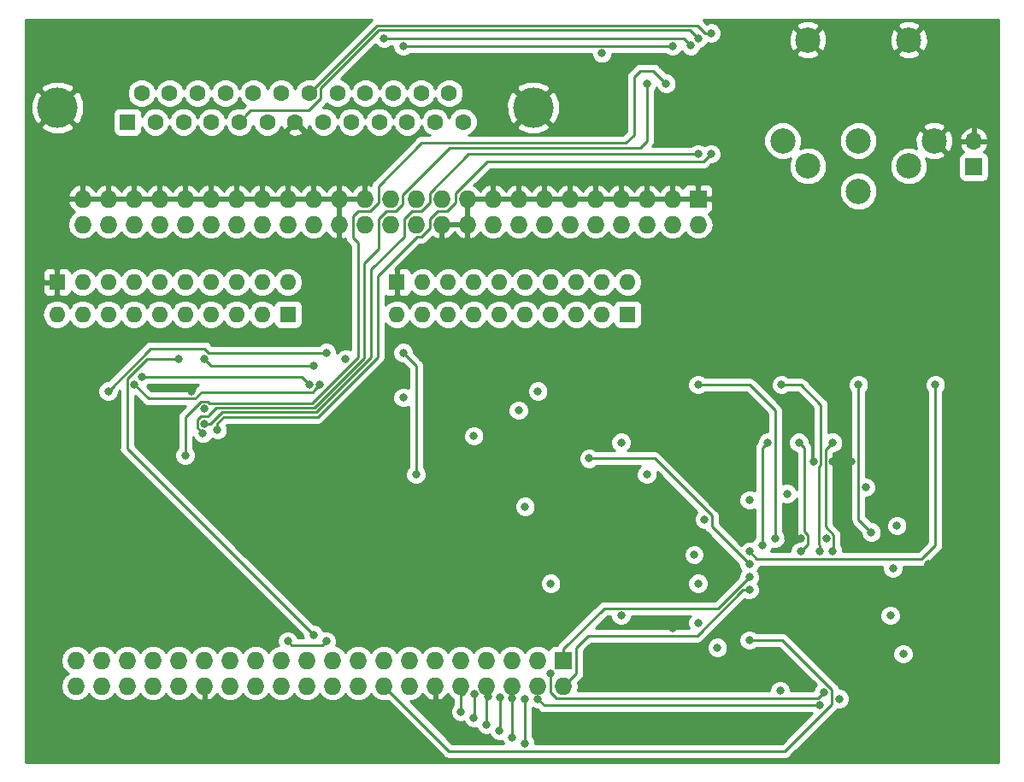
<source format=gbr>
G04 #@! TF.GenerationSoftware,KiCad,Pcbnew,(5.0.0)*
G04 #@! TF.CreationDate,2018-10-09T09:06:12+02:00*
G04 #@! TF.ProjectId,LiberPlayer,4C69626572506C617965722E6B696361,1.0*
G04 #@! TF.SameCoordinates,Original*
G04 #@! TF.FileFunction,Copper,L4,Bot,Signal*
G04 #@! TF.FilePolarity,Positive*
%FSLAX46Y46*%
G04 Gerber Fmt 4.6, Leading zero omitted, Abs format (unit mm)*
G04 Created by KiCad (PCBNEW (5.0.0)) date 10/09/18 09:06:12*
%MOMM*%
%LPD*%
G01*
G04 APERTURE LIST*
G04 #@! TA.AperFunction,ComponentPad*
%ADD10C,2.500000*%
G04 #@! TD*
G04 #@! TA.AperFunction,ComponentPad*
%ADD11R,1.700000X1.700000*%
G04 #@! TD*
G04 #@! TA.AperFunction,ComponentPad*
%ADD12O,1.700000X1.700000*%
G04 #@! TD*
G04 #@! TA.AperFunction,ComponentPad*
%ADD13R,1.727200X1.727200*%
G04 #@! TD*
G04 #@! TA.AperFunction,ComponentPad*
%ADD14O,1.727200X1.727200*%
G04 #@! TD*
G04 #@! TA.AperFunction,ComponentPad*
%ADD15R,1.600000X1.600000*%
G04 #@! TD*
G04 #@! TA.AperFunction,ComponentPad*
%ADD16C,1.600000*%
G04 #@! TD*
G04 #@! TA.AperFunction,ComponentPad*
%ADD17C,4.000000*%
G04 #@! TD*
G04 #@! TA.AperFunction,ComponentPad*
%ADD18O,1.600000X1.600000*%
G04 #@! TD*
G04 #@! TA.AperFunction,ViaPad*
%ADD19C,0.800000*%
G04 #@! TD*
G04 #@! TA.AperFunction,Conductor*
%ADD20C,0.250000*%
G04 #@! TD*
G04 #@! TA.AperFunction,Conductor*
%ADD21C,0.254000*%
G04 #@! TD*
G04 APERTURE END LIST*
D10*
G04 #@! TO.P,J401,8*
G04 #@! TO.N,GND*
X189785000Y-67430000D03*
G04 #@! TO.P,J401,7*
X179785000Y-67430000D03*
G04 #@! TO.P,J401,1*
G04 #@! TO.N,Net-(J401-Pad1)*
X177285000Y-77430000D03*
G04 #@! TO.P,J401,3*
G04 #@! TO.N,Net-(J401-Pad3)*
X184785000Y-77430000D03*
G04 #@! TO.P,J401,5*
G04 #@! TO.N,GND*
X192285000Y-77430000D03*
G04 #@! TO.P,J401,4*
G04 #@! TO.N,Net-(J401-Pad4)*
X189785000Y-79930000D03*
G04 #@! TO.P,J401,2*
G04 #@! TO.N,Net-(J401-Pad2)*
X179785000Y-79930000D03*
G04 #@! TO.P,J401,6*
G04 #@! TO.N,N/C*
X184785000Y-82430000D03*
G04 #@! TD*
D11*
G04 #@! TO.P,J402,1*
G04 #@! TO.N,Net-(C404-Pad1)*
X196215000Y-80010000D03*
D12*
G04 #@! TO.P,J402,2*
G04 #@! TO.N,GND*
X196215000Y-77470000D03*
G04 #@! TD*
D13*
G04 #@! TO.P,J601,1*
G04 #@! TO.N,GND*
X168910000Y-83185000D03*
D14*
G04 #@! TO.P,J601,2*
G04 #@! TO.N,/Player Control/SCSI-1 Interface/~DB0*
X168910000Y-85725000D03*
G04 #@! TO.P,J601,3*
G04 #@! TO.N,GND*
X166370000Y-83185000D03*
G04 #@! TO.P,J601,4*
G04 #@! TO.N,/Player Control/SCSI-1 Interface/~DB1*
X166370000Y-85725000D03*
G04 #@! TO.P,J601,5*
G04 #@! TO.N,GND*
X163830000Y-83185000D03*
G04 #@! TO.P,J601,6*
G04 #@! TO.N,/Player Control/SCSI-1 Interface/~DB2*
X163830000Y-85725000D03*
G04 #@! TO.P,J601,7*
G04 #@! TO.N,GND*
X161290000Y-83185000D03*
G04 #@! TO.P,J601,8*
G04 #@! TO.N,/Player Control/SCSI-1 Interface/~DB3*
X161290000Y-85725000D03*
G04 #@! TO.P,J601,9*
G04 #@! TO.N,GND*
X158750000Y-83185000D03*
G04 #@! TO.P,J601,10*
G04 #@! TO.N,/Player Control/SCSI-1 Interface/~DB4*
X158750000Y-85725000D03*
G04 #@! TO.P,J601,11*
G04 #@! TO.N,GND*
X156210000Y-83185000D03*
G04 #@! TO.P,J601,12*
G04 #@! TO.N,/Player Control/SCSI-1 Interface/~DB5*
X156210000Y-85725000D03*
G04 #@! TO.P,J601,13*
G04 #@! TO.N,GND*
X153670000Y-83185000D03*
G04 #@! TO.P,J601,14*
G04 #@! TO.N,/Player Control/SCSI-1 Interface/~DB6*
X153670000Y-85725000D03*
G04 #@! TO.P,J601,15*
G04 #@! TO.N,GND*
X151130000Y-83185000D03*
G04 #@! TO.P,J601,16*
G04 #@! TO.N,/Player Control/SCSI-1 Interface/~DB7*
X151130000Y-85725000D03*
G04 #@! TO.P,J601,17*
G04 #@! TO.N,GND*
X148590000Y-83185000D03*
G04 #@! TO.P,J601,18*
G04 #@! TO.N,/Player Control/SCSI-1 Interface/~PARITY*
X148590000Y-85725000D03*
G04 #@! TO.P,J601,19*
G04 #@! TO.N,GND*
X146050000Y-83185000D03*
G04 #@! TO.P,J601,20*
X146050000Y-85725000D03*
G04 #@! TO.P,J601,21*
X143510000Y-83185000D03*
G04 #@! TO.P,J601,22*
X143510000Y-85725000D03*
G04 #@! TO.P,J601,23*
X140970000Y-83185000D03*
G04 #@! TO.P,J601,24*
X140970000Y-85725000D03*
G04 #@! TO.P,J601,25*
X138430000Y-83185000D03*
G04 #@! TO.P,J601,26*
G04 #@! TO.N,N/C*
X138430000Y-85725000D03*
G04 #@! TO.P,J601,27*
G04 #@! TO.N,GND*
X135890000Y-83185000D03*
G04 #@! TO.P,J601,28*
X135890000Y-85725000D03*
G04 #@! TO.P,J601,29*
X133350000Y-83185000D03*
G04 #@! TO.P,J601,30*
X133350000Y-85725000D03*
G04 #@! TO.P,J601,31*
X130810000Y-83185000D03*
G04 #@! TO.P,J601,32*
G04 #@! TO.N,/Player Control/SCSI-1 Interface/~ATN*
X130810000Y-85725000D03*
G04 #@! TO.P,J601,33*
G04 #@! TO.N,GND*
X128270000Y-83185000D03*
G04 #@! TO.P,J601,34*
G04 #@! TO.N,N/C*
X128270000Y-85725000D03*
G04 #@! TO.P,J601,35*
G04 #@! TO.N,GND*
X125730000Y-83185000D03*
G04 #@! TO.P,J601,36*
G04 #@! TO.N,/Player Control/SCSI-1 Interface/~BSY*
X125730000Y-85725000D03*
G04 #@! TO.P,J601,37*
G04 #@! TO.N,GND*
X123190000Y-83185000D03*
G04 #@! TO.P,J601,38*
G04 #@! TO.N,/Player Control/SCSI-1 Interface/~ACK*
X123190000Y-85725000D03*
G04 #@! TO.P,J601,39*
G04 #@! TO.N,GND*
X120650000Y-83185000D03*
G04 #@! TO.P,J601,40*
G04 #@! TO.N,/Player Control/SCSI-1 Interface/~RST*
X120650000Y-85725000D03*
G04 #@! TO.P,J601,41*
G04 #@! TO.N,GND*
X118110000Y-83185000D03*
G04 #@! TO.P,J601,42*
G04 #@! TO.N,/Player Control/SCSI-1 Interface/~MSG*
X118110000Y-85725000D03*
G04 #@! TO.P,J601,43*
G04 #@! TO.N,GND*
X115570000Y-83185000D03*
G04 #@! TO.P,J601,44*
G04 #@! TO.N,/Player Control/SCSI-1 Interface/~SEL*
X115570000Y-85725000D03*
G04 #@! TO.P,J601,45*
G04 #@! TO.N,GND*
X113030000Y-83185000D03*
G04 #@! TO.P,J601,46*
G04 #@! TO.N,/Player Control/SCSI-1 Interface/~C~D*
X113030000Y-85725000D03*
G04 #@! TO.P,J601,47*
G04 #@! TO.N,GND*
X110490000Y-83185000D03*
G04 #@! TO.P,J601,48*
G04 #@! TO.N,/Player Control/SCSI-1 Interface/~REQ*
X110490000Y-85725000D03*
G04 #@! TO.P,J601,49*
G04 #@! TO.N,GND*
X107950000Y-83185000D03*
G04 #@! TO.P,J601,50*
G04 #@! TO.N,/Player Control/SCSI-1 Interface/~I~O*
X107950000Y-85725000D03*
G04 #@! TD*
D15*
G04 #@! TO.P,J701,1*
G04 #@! TO.N,N/C*
X112395000Y-75565000D03*
D16*
G04 #@! TO.P,J701,2*
G04 #@! TO.N,TxD*
X115165000Y-75565000D03*
G04 #@! TO.P,J701,3*
G04 #@! TO.N,RxD*
X117935000Y-75565000D03*
G04 #@! TO.P,J701,4*
G04 #@! TO.N,N/C*
X120705000Y-75565000D03*
G04 #@! TO.P,J701,5*
G04 #@! TO.N,CTS*
X123475000Y-75565000D03*
G04 #@! TO.P,J701,6*
G04 #@! TO.N,N/C*
X126245000Y-75565000D03*
G04 #@! TO.P,J701,7*
G04 #@! TO.N,GND*
X129015000Y-75565000D03*
G04 #@! TO.P,J701,8*
G04 #@! TO.N,N/C*
X131785000Y-75565000D03*
G04 #@! TO.P,J701,9*
X134555000Y-75565000D03*
G04 #@! TO.P,J701,10*
X137325000Y-75565000D03*
G04 #@! TO.P,J701,11*
X140095000Y-75565000D03*
G04 #@! TO.P,J701,12*
X142865000Y-75565000D03*
G04 #@! TO.P,J701,13*
X145635000Y-75565000D03*
G04 #@! TO.P,J701,14*
X113780000Y-72725000D03*
G04 #@! TO.P,J701,15*
X116550000Y-72725000D03*
G04 #@! TO.P,J701,16*
X119320000Y-72725000D03*
G04 #@! TO.P,J701,17*
X122090000Y-72725000D03*
G04 #@! TO.P,J701,18*
X124860000Y-72725000D03*
G04 #@! TO.P,J701,19*
X127630000Y-72725000D03*
G04 #@! TO.P,J701,20*
G04 #@! TO.N,DTR*
X130400000Y-72725000D03*
G04 #@! TO.P,J701,21*
G04 #@! TO.N,N/C*
X133170000Y-72725000D03*
G04 #@! TO.P,J701,22*
X135940000Y-72725000D03*
G04 #@! TO.P,J701,23*
X138710000Y-72725000D03*
G04 #@! TO.P,J701,24*
X141480000Y-72725000D03*
G04 #@! TO.P,J701,25*
X144250000Y-72725000D03*
D17*
G04 #@! TO.P,J701,0*
G04 #@! TO.N,GND*
X152565000Y-74145000D03*
X105465000Y-74145000D03*
G04 #@! TD*
D13*
G04 #@! TO.P,JP101,1*
G04 #@! TO.N,I2C_SCL*
X155575000Y-128905000D03*
D14*
G04 #@! TO.P,JP101,2*
G04 #@! TO.N,I2C_SDA*
X155575000Y-131445000D03*
G04 #@! TO.P,JP101,3*
G04 #@! TO.N,VideoD_Y0*
X153035000Y-128905000D03*
G04 #@! TO.P,JP101,4*
G04 #@! TO.N,VideoD_Y1*
X153035000Y-131445000D03*
G04 #@! TO.P,JP101,5*
G04 #@! TO.N,VideoD_Y2*
X150495000Y-128905000D03*
G04 #@! TO.P,JP101,6*
G04 #@! TO.N,VideoD_Y3*
X150495000Y-131445000D03*
G04 #@! TO.P,JP101,7*
G04 #@! TO.N,VideoD_Y4*
X147955000Y-128905000D03*
G04 #@! TO.P,JP101,8*
G04 #@! TO.N,VideoD_Y5*
X147955000Y-131445000D03*
G04 #@! TO.P,JP101,9*
G04 #@! TO.N,VideoD_Y6*
X145415000Y-128905000D03*
G04 #@! TO.P,JP101,10*
G04 #@! TO.N,VideoD_Y7*
X145415000Y-131445000D03*
G04 #@! TO.P,JP101,11*
G04 #@! TO.N,+5V*
X142875000Y-128905000D03*
G04 #@! TO.P,JP101,12*
G04 #@! TO.N,GND*
X142875000Y-131445000D03*
G04 #@! TO.P,JP101,13*
G04 #@! TO.N,VideoD_Y8*
X140335000Y-128905000D03*
G04 #@! TO.P,JP101,14*
G04 #@! TO.N,VideoD_Y9*
X140335000Y-131445000D03*
G04 #@! TO.P,JP101,15*
G04 #@! TO.N,VideoD_DCLK*
X137795000Y-128905000D03*
G04 #@! TO.P,JP101,16*
G04 #@! TO.N,VideoD_FSS*
X137795000Y-131445000D03*
G04 #@! TO.P,JP101,17*
G04 #@! TO.N,VideoD_~RESET*
X135255000Y-128905000D03*
G04 #@! TO.P,JP101,18*
G04 #@! TO.N,PC_SCK*
X135255000Y-131445000D03*
G04 #@! TO.P,JP101,19*
G04 #@! TO.N,PC_~CS*
X132715000Y-128905000D03*
G04 #@! TO.P,JP101,20*
G04 #@! TO.N,PC_SOut*
X132715000Y-131445000D03*
G04 #@! TO.P,JP101,21*
G04 #@! TO.N,PC_SIn*
X130175000Y-128905000D03*
G04 #@! TO.P,JP101,22*
G04 #@! TO.N,N/C*
X130175000Y-131445000D03*
G04 #@! TO.P,JP101,23*
X127635000Y-128905000D03*
G04 #@! TO.P,JP101,24*
X127635000Y-131445000D03*
G04 #@! TO.P,JP101,25*
X125095000Y-128905000D03*
G04 #@! TO.P,JP101,26*
X125095000Y-131445000D03*
G04 #@! TO.P,JP101,27*
X122555000Y-128905000D03*
G04 #@! TO.P,JP101,28*
X122555000Y-131445000D03*
G04 #@! TO.P,JP101,29*
G04 #@! TO.N,+3V3*
X120015000Y-128905000D03*
G04 #@! TO.P,JP101,30*
G04 #@! TO.N,GND*
X120015000Y-131445000D03*
G04 #@! TO.P,JP101,31*
G04 #@! TO.N,N/C*
X117475000Y-128905000D03*
G04 #@! TO.P,JP101,32*
X117475000Y-131445000D03*
G04 #@! TO.P,JP101,33*
X114935000Y-128905000D03*
G04 #@! TO.P,JP101,34*
X114935000Y-131445000D03*
G04 #@! TO.P,JP101,35*
X112395000Y-128905000D03*
G04 #@! TO.P,JP101,36*
X112395000Y-131445000D03*
G04 #@! TO.P,JP101,37*
X109855000Y-128905000D03*
G04 #@! TO.P,JP101,38*
X109855000Y-131445000D03*
G04 #@! TO.P,JP101,39*
X107315000Y-128905000D03*
G04 #@! TO.P,JP101,40*
X107315000Y-131445000D03*
G04 #@! TD*
D18*
G04 #@! TO.P,RN601,10*
G04 #@! TO.N,/Player Control/SCSI-1 Interface/~PARITY*
X139065000Y-94615000D03*
G04 #@! TO.P,RN601,9*
G04 #@! TO.N,/Player Control/SCSI-1 Interface/~DB7*
X141605000Y-94615000D03*
G04 #@! TO.P,RN601,8*
G04 #@! TO.N,/Player Control/SCSI-1 Interface/~DB6*
X144145000Y-94615000D03*
G04 #@! TO.P,RN601,7*
G04 #@! TO.N,/Player Control/SCSI-1 Interface/~DB5*
X146685000Y-94615000D03*
G04 #@! TO.P,RN601,6*
G04 #@! TO.N,/Player Control/SCSI-1 Interface/~DB4*
X149225000Y-94615000D03*
G04 #@! TO.P,RN601,5*
G04 #@! TO.N,/Player Control/SCSI-1 Interface/~DB3*
X151765000Y-94615000D03*
G04 #@! TO.P,RN601,4*
G04 #@! TO.N,/Player Control/SCSI-1 Interface/~DB2*
X154305000Y-94615000D03*
G04 #@! TO.P,RN601,3*
G04 #@! TO.N,/Player Control/SCSI-1 Interface/~DB1*
X156845000Y-94615000D03*
G04 #@! TO.P,RN601,2*
G04 #@! TO.N,/Player Control/SCSI-1 Interface/~DB0*
X159385000Y-94615000D03*
D15*
G04 #@! TO.P,RN601,1*
G04 #@! TO.N,+5V*
X161925000Y-94615000D03*
G04 #@! TD*
G04 #@! TO.P,RN602,1*
G04 #@! TO.N,GND*
X139065000Y-91440000D03*
D18*
G04 #@! TO.P,RN602,2*
G04 #@! TO.N,/Player Control/SCSI-1 Interface/~PARITY*
X141605000Y-91440000D03*
G04 #@! TO.P,RN602,3*
G04 #@! TO.N,/Player Control/SCSI-1 Interface/~DB7*
X144145000Y-91440000D03*
G04 #@! TO.P,RN602,4*
G04 #@! TO.N,/Player Control/SCSI-1 Interface/~DB6*
X146685000Y-91440000D03*
G04 #@! TO.P,RN602,5*
G04 #@! TO.N,/Player Control/SCSI-1 Interface/~DB5*
X149225000Y-91440000D03*
G04 #@! TO.P,RN602,6*
G04 #@! TO.N,/Player Control/SCSI-1 Interface/~DB4*
X151765000Y-91440000D03*
G04 #@! TO.P,RN602,7*
G04 #@! TO.N,/Player Control/SCSI-1 Interface/~DB3*
X154305000Y-91440000D03*
G04 #@! TO.P,RN602,8*
G04 #@! TO.N,/Player Control/SCSI-1 Interface/~DB2*
X156845000Y-91440000D03*
G04 #@! TO.P,RN602,9*
G04 #@! TO.N,/Player Control/SCSI-1 Interface/~DB1*
X159385000Y-91440000D03*
G04 #@! TO.P,RN602,10*
G04 #@! TO.N,/Player Control/SCSI-1 Interface/~DB0*
X161925000Y-91440000D03*
G04 #@! TD*
G04 #@! TO.P,RN603,10*
G04 #@! TO.N,/Player Control/SCSI-1 Interface/~I~O*
X105410000Y-94615000D03*
G04 #@! TO.P,RN603,9*
G04 #@! TO.N,/Player Control/SCSI-1 Interface/~REQ*
X107950000Y-94615000D03*
G04 #@! TO.P,RN603,8*
G04 #@! TO.N,/Player Control/SCSI-1 Interface/~C~D*
X110490000Y-94615000D03*
G04 #@! TO.P,RN603,7*
G04 #@! TO.N,/Player Control/SCSI-1 Interface/~SEL*
X113030000Y-94615000D03*
G04 #@! TO.P,RN603,6*
G04 #@! TO.N,/Player Control/SCSI-1 Interface/~MSG*
X115570000Y-94615000D03*
G04 #@! TO.P,RN603,5*
G04 #@! TO.N,/Player Control/SCSI-1 Interface/~RST*
X118110000Y-94615000D03*
G04 #@! TO.P,RN603,4*
G04 #@! TO.N,/Player Control/SCSI-1 Interface/~ACK*
X120650000Y-94615000D03*
G04 #@! TO.P,RN603,3*
G04 #@! TO.N,/Player Control/SCSI-1 Interface/~BSY*
X123190000Y-94615000D03*
G04 #@! TO.P,RN603,2*
G04 #@! TO.N,/Player Control/SCSI-1 Interface/~ATN*
X125730000Y-94615000D03*
D15*
G04 #@! TO.P,RN603,1*
G04 #@! TO.N,+5V*
X128270000Y-94615000D03*
G04 #@! TD*
G04 #@! TO.P,RN604,1*
G04 #@! TO.N,GND*
X105410000Y-91440000D03*
D18*
G04 #@! TO.P,RN604,2*
G04 #@! TO.N,/Player Control/SCSI-1 Interface/~I~O*
X107950000Y-91440000D03*
G04 #@! TO.P,RN604,3*
G04 #@! TO.N,/Player Control/SCSI-1 Interface/~REQ*
X110490000Y-91440000D03*
G04 #@! TO.P,RN604,4*
G04 #@! TO.N,/Player Control/SCSI-1 Interface/~C~D*
X113030000Y-91440000D03*
G04 #@! TO.P,RN604,5*
G04 #@! TO.N,/Player Control/SCSI-1 Interface/~SEL*
X115570000Y-91440000D03*
G04 #@! TO.P,RN604,6*
G04 #@! TO.N,/Player Control/SCSI-1 Interface/~MSG*
X118110000Y-91440000D03*
G04 #@! TO.P,RN604,7*
G04 #@! TO.N,/Player Control/SCSI-1 Interface/~RST*
X120650000Y-91440000D03*
G04 #@! TO.P,RN604,8*
G04 #@! TO.N,/Player Control/SCSI-1 Interface/~ACK*
X123190000Y-91440000D03*
G04 #@! TO.P,RN604,9*
G04 #@! TO.N,/Player Control/SCSI-1 Interface/~BSY*
X125730000Y-91440000D03*
G04 #@! TO.P,RN604,10*
G04 #@! TO.N,/Player Control/SCSI-1 Interface/~ATN*
X128270000Y-91440000D03*
G04 #@! TD*
D19*
G04 #@! TO.N,GND*
X172085000Y-66040000D03*
X138430000Y-99695000D03*
X172720000Y-90805000D03*
X196215000Y-90805000D03*
X188595000Y-90805000D03*
X180975000Y-90805000D03*
X177800000Y-116840000D03*
X178435000Y-109220000D03*
X179070000Y-116840000D03*
X180340000Y-109220000D03*
X181610000Y-116840000D03*
X182245000Y-109220000D03*
X170180000Y-131445000D03*
X166370000Y-125730000D03*
X166370000Y-116205000D03*
X166565153Y-121724847D03*
X166370000Y-118745000D03*
X166370000Y-118745000D03*
X167005000Y-109855000D03*
X173990000Y-109220000D03*
X184060000Y-109220000D03*
X191741097Y-128298903D03*
X191741097Y-119380000D03*
X184785000Y-132715000D03*
X177165000Y-134620000D03*
X196850000Y-114935000D03*
X196850000Y-129540000D03*
X146685000Y-114935000D03*
X155575000Y-113665000D03*
X155575000Y-103505000D03*
X166370000Y-105410000D03*
X162015000Y-120650000D03*
X118745000Y-102235022D03*
G04 #@! TO.N,+1V8D*
X163830000Y-110490000D03*
X168526862Y-118436414D03*
X168910000Y-121285000D03*
X170815000Y-127635000D03*
X182880000Y-132715000D03*
X187960000Y-124460000D03*
X188204228Y-119770772D03*
X188595000Y-115570000D03*
X177710000Y-112395000D03*
G04 #@! TO.N,+3V3D*
X161290000Y-124460000D03*
X161290000Y-107315000D03*
X168910000Y-125185000D03*
X177035167Y-131908601D03*
X169545000Y-114935000D03*
X173990000Y-113030000D03*
X185510000Y-111760000D03*
X189230000Y-128270000D03*
G04 #@! TO.N,+5V*
X146685000Y-106680000D03*
X151765000Y-113665000D03*
X153035000Y-102235000D03*
X151130000Y-104140000D03*
G04 #@! TO.N,+3V3*
X139700000Y-102870000D03*
X133985000Y-99060000D03*
X119996280Y-103996264D03*
X159385000Y-68760000D03*
X154305000Y-121285000D03*
G04 #@! TO.N,/Video Digitizer/RGB_Red*
X168910000Y-101600000D03*
X176530000Y-116840000D03*
G04 #@! TO.N,/Video Digitizer/RGB_Green*
X177165000Y-101600000D03*
X180975000Y-118110000D03*
G04 #@! TO.N,/Video Digitizer/RGB_Blue*
X184785000Y-101600000D03*
X186055000Y-116205000D03*
G04 #@! TO.N,/Video Front-End/CVBS_Sync*
X192405000Y-101600000D03*
X173990000Y-118110000D03*
G04 #@! TO.N,TxD*
X166370000Y-68035000D03*
X139700000Y-68035000D03*
G04 #@! TO.N,RxD*
X168185000Y-68017108D03*
X137795000Y-67310000D03*
G04 #@! TO.N,CTS*
X168910000Y-67310000D03*
G04 #@! TO.N,DTR*
X170180000Y-66765000D03*
G04 #@! TO.N,VideoD_Y0*
X154287135Y-130192865D03*
X181350118Y-132080000D03*
G04 #@! TO.N,VideoD_Y1*
X153035000Y-132715000D03*
X180975000Y-133350000D03*
G04 #@! TO.N,VideoD_Y2*
X151765000Y-132715000D03*
X151765000Y-137160000D03*
G04 #@! TO.N,VideoD_Y3*
X150508500Y-132665255D03*
X150495000Y-136525000D03*
G04 #@! TO.N,VideoD_Y4*
X149308202Y-132608367D03*
X149225000Y-135890000D03*
G04 #@! TO.N,VideoD_Y5*
X147955000Y-135255000D03*
X148076786Y-132454955D03*
G04 #@! TO.N,VideoD_Y6*
X146685000Y-134620562D03*
X146746421Y-132270528D03*
G04 #@! TO.N,VideoD_Y7*
X145534990Y-132084977D03*
X145415000Y-133985000D03*
G04 #@! TO.N,VideoD_FSS*
X173990000Y-126910000D03*
G04 #@! TO.N,/Power Supply/~RESET*
X173990000Y-119380000D03*
X158115000Y-108910000D03*
G04 #@! TO.N,I2C_SCL*
X173990000Y-120650000D03*
G04 #@! TO.N,I2C_SDA*
X173990000Y-121920000D03*
G04 #@! TO.N,/Player Control/RS232C Interface/RS232_CTS*
X168910000Y-78740000D03*
X120039342Y-105446276D03*
G04 #@! TO.N,/Player Control/RS232C Interface/RS232_RxD*
X163830000Y-71755000D03*
X119872423Y-106432258D03*
G04 #@! TO.N,/Player Control/RS232C Interface/RS232_DTR*
X170180000Y-78740000D03*
X121285000Y-106044986D03*
G04 #@! TO.N,/Player Control/RS232C Interface/RS232_TxD*
X118110000Y-108585000D03*
X165735000Y-71755000D03*
G04 #@! TO.N,Net-(C210-Pad1)*
X182245000Y-107315000D03*
X182245000Y-118110000D03*
G04 #@! TO.N,Net-(C215-Pad1)*
X178889999Y-107315000D03*
X179070000Y-118110000D03*
G04 #@! TO.N,Net-(C217-Pad1)*
X175805000Y-107315000D03*
X175260000Y-117475000D03*
G04 #@! TO.N,PC_SCK*
X113779761Y-100850239D03*
X130405035Y-101600000D03*
G04 #@! TO.N,PC_~CS*
X113072653Y-101557347D03*
X131445000Y-101600000D03*
X128270000Y-127000000D03*
X132080000Y-127000000D03*
G04 #@! TO.N,PC_SOut*
X117475000Y-99060000D03*
X130810000Y-126365000D03*
G04 #@! TO.N,PC_SIn*
X139700000Y-98425000D03*
X140970000Y-110490000D03*
G04 #@! TO.N,Net-(R501-Pad2)*
X110490000Y-102235000D03*
X132080000Y-98425000D03*
G04 #@! TO.N,Net-(U501-Pad14)*
X130810000Y-99695000D03*
X120015000Y-99060000D03*
G04 #@! TD*
D20*
G04 #@! TO.N,/Video Digitizer/RGB_Red*
X168910000Y-101600000D02*
X173990000Y-101600000D01*
X173990000Y-101600000D02*
X176530000Y-104140000D01*
X176530000Y-104140000D02*
X176530000Y-116840000D01*
G04 #@! TO.N,/Video Digitizer/RGB_Green*
X179070000Y-101600000D02*
X177165000Y-101600000D01*
X180975000Y-117544315D02*
X180884999Y-117454314D01*
X180975000Y-118110000D02*
X180975000Y-117544315D01*
X180884999Y-117454314D02*
X180884999Y-109748003D01*
X180884999Y-109748003D02*
X181065001Y-109568001D01*
X181065001Y-109568001D02*
X181065001Y-103595001D01*
X181065001Y-103595001D02*
X179070000Y-101600000D01*
G04 #@! TO.N,/Video Digitizer/RGB_Blue*
X184785000Y-101600000D02*
X184785000Y-114935000D01*
X184785000Y-114935000D02*
X186055000Y-116205000D01*
G04 #@! TO.N,/Video Front-End/CVBS_Sync*
X192405000Y-101600000D02*
X192405000Y-117475000D01*
X174715001Y-118835001D02*
X173990000Y-118110000D01*
X192405000Y-117475000D02*
X191044999Y-118835001D01*
X191044999Y-118835001D02*
X174715001Y-118835001D01*
G04 #@! TO.N,TxD*
X166370000Y-68035000D02*
X139700000Y-68035000D01*
G04 #@! TO.N,RxD*
X168185000Y-68017108D02*
X167477892Y-67310000D01*
X167477892Y-67310000D02*
X137795000Y-67310000D01*
G04 #@! TO.N,CTS*
X124600001Y-74439999D02*
X124274999Y-74765001D01*
X124274999Y-74765001D02*
X123475000Y-75565000D01*
X130350003Y-74439999D02*
X124600001Y-74439999D01*
X131525001Y-73265001D02*
X130350003Y-74439999D01*
X131525001Y-72236409D02*
X131525001Y-73265001D01*
X137271400Y-66490010D02*
X131525001Y-72236409D01*
X168090010Y-66490010D02*
X137271400Y-66490010D01*
X168910000Y-67310000D02*
X168090010Y-66490010D01*
G04 #@! TO.N,DTR*
X169614315Y-66765000D02*
X168889315Y-66040000D01*
X170180000Y-66765000D02*
X169614315Y-66765000D01*
X137085000Y-66040000D02*
X130400000Y-72725000D01*
X168889315Y-66040000D02*
X137085000Y-66040000D01*
G04 #@! TO.N,VideoD_Y0*
X154287135Y-130758550D02*
X154287135Y-130192865D01*
X154287135Y-132062135D02*
X154287135Y-130758550D01*
X154858601Y-132633601D02*
X154287135Y-132062135D01*
X180796517Y-132633601D02*
X154858601Y-132633601D01*
X181350118Y-132080000D02*
X180796517Y-132633601D01*
G04 #@! TO.N,VideoD_Y1*
X153035000Y-132715000D02*
X153670000Y-133350000D01*
X153670000Y-133350000D02*
X180409315Y-133350000D01*
X180409315Y-133350000D02*
X180975000Y-133350000D01*
G04 #@! TO.N,VideoD_Y2*
X151765000Y-132715000D02*
X151765000Y-137160000D01*
G04 #@! TO.N,VideoD_Y3*
X150508500Y-132665255D02*
X150508500Y-136511500D01*
X150508500Y-136511500D02*
X150495000Y-136525000D01*
G04 #@! TO.N,VideoD_Y4*
X149308202Y-135806798D02*
X149225000Y-135890000D01*
X149308202Y-132608367D02*
X149308202Y-135806798D01*
G04 #@! TO.N,VideoD_Y5*
X147955000Y-132576741D02*
X148076786Y-132454955D01*
X147955000Y-135255000D02*
X147955000Y-132576741D01*
G04 #@! TO.N,VideoD_Y6*
X146746421Y-134559141D02*
X146685000Y-134620562D01*
X146746421Y-132270528D02*
X146746421Y-134559141D01*
G04 #@! TO.N,VideoD_Y7*
X145415000Y-133985000D02*
X145415000Y-132204967D01*
X145415000Y-132204967D02*
X145534990Y-132084977D01*
G04 #@! TO.N,VideoD_FSS*
X144235001Y-137885001D02*
X138658599Y-132308599D01*
X177513001Y-137885001D02*
X144235001Y-137885001D01*
X182154999Y-133243003D02*
X177513001Y-137885001D01*
X138658599Y-132308599D02*
X137795000Y-131445000D01*
X182154999Y-131811879D02*
X182154999Y-133243003D01*
X177253120Y-126910000D02*
X182154999Y-131811879D01*
X173990000Y-126910000D02*
X177253120Y-126910000D01*
G04 #@! TO.N,/Power Supply/~RESET*
X173990000Y-119380000D02*
X170270001Y-115660001D01*
X170270001Y-115660001D02*
X170270001Y-114586999D01*
X170270001Y-114586999D02*
X164593002Y-108910000D01*
X164593002Y-108910000D02*
X158115000Y-108910000D01*
G04 #@! TO.N,I2C_SCL*
X155575000Y-127791400D02*
X155575000Y-128905000D01*
X159631401Y-123734999D02*
X155575000Y-127791400D01*
X170905001Y-123734999D02*
X159631401Y-123734999D01*
X173990000Y-120650000D02*
X170905001Y-123734999D01*
G04 #@! TO.N,I2C_SDA*
X173356410Y-121920000D02*
X173990000Y-121920000D01*
X168821409Y-126455001D02*
X173356410Y-121920000D01*
X158024999Y-126455001D02*
X168821409Y-126455001D01*
X156845000Y-127635000D02*
X158024999Y-126455001D01*
X156845000Y-130175000D02*
X156845000Y-127635000D01*
X155575000Y-131445000D02*
X156845000Y-130175000D01*
G04 #@! TO.N,/Player Control/RS232C Interface/RS232_CTS*
X146195870Y-78740000D02*
X168910000Y-78740000D01*
X142321399Y-82614471D02*
X146195870Y-78740000D01*
X142321399Y-83592731D02*
X142321399Y-82614471D01*
X141540529Y-84373601D02*
X142321399Y-83592731D01*
X139781399Y-85154471D02*
X140562269Y-84373601D01*
X139781399Y-86913601D02*
X139781399Y-85154471D01*
X120039342Y-105446276D02*
X120613724Y-105446276D01*
X120613724Y-105446276D02*
X121744981Y-104315019D01*
X131075803Y-104315019D02*
X136525000Y-98865822D01*
X136525000Y-98865822D02*
X136525000Y-90170000D01*
X140562269Y-84373601D02*
X141540529Y-84373601D01*
X121744981Y-104315019D02*
X131075803Y-104315019D01*
X136525000Y-90170000D02*
X139781399Y-86913601D01*
G04 #@! TO.N,/Player Control/RS232C Interface/RS232_RxD*
X163830000Y-77470000D02*
X163830000Y-71755000D01*
X163195000Y-78105000D02*
X163830000Y-77470000D01*
X144290870Y-78105000D02*
X163195000Y-78105000D01*
X139618601Y-82777269D02*
X144290870Y-78105000D01*
X120423619Y-104684999D02*
X120423619Y-104641927D01*
X119630724Y-104721274D02*
X120387344Y-104721274D01*
X119289999Y-105061999D02*
X119630724Y-104721274D01*
X119289999Y-105849834D02*
X119289999Y-105061999D01*
X120423619Y-104641927D02*
X121200537Y-103865009D01*
X121200537Y-103865009D02*
X130889403Y-103865009D01*
X130889403Y-103865009D02*
X135819275Y-98935137D01*
X135819275Y-98935137D02*
X135819275Y-89535000D01*
X119872423Y-106432258D02*
X119289999Y-105849834D01*
X135819275Y-89535000D02*
X137241399Y-88112876D01*
X139000529Y-84373601D02*
X139618601Y-83755529D01*
X137241399Y-88112876D02*
X137241399Y-85154471D01*
X137241399Y-85154471D02*
X138022269Y-84373601D01*
X120387344Y-104721274D02*
X120423619Y-104684999D01*
X138022269Y-84373601D02*
X139000529Y-84373601D01*
X139618601Y-83755529D02*
X139618601Y-82777269D01*
G04 #@! TO.N,/Player Control/RS232C Interface/RS232_DTR*
X148010869Y-79465001D02*
X169454999Y-79465001D01*
X144861399Y-82614471D02*
X148010869Y-79465001D01*
X144861399Y-83592731D02*
X144861399Y-82614471D01*
X144080529Y-84373601D02*
X144861399Y-83592731D01*
X169454999Y-79465001D02*
X170180000Y-78740000D01*
X143102269Y-84373601D02*
X144080529Y-84373601D01*
X142321399Y-85154471D02*
X143102269Y-84373601D01*
X141051399Y-86913601D02*
X141540529Y-86913601D01*
X137160000Y-98867232D02*
X137160000Y-90805000D01*
X142321399Y-86132731D02*
X142321399Y-85154471D01*
X141540529Y-86913601D02*
X142321399Y-86132731D01*
X137160000Y-90805000D02*
X141051399Y-86913601D01*
X121285000Y-106044986D02*
X121285000Y-105411410D01*
X121921410Y-104775000D02*
X131252232Y-104775000D01*
X121285000Y-105411410D02*
X121921410Y-104775000D01*
X131252232Y-104775000D02*
X137160000Y-98867232D01*
G04 #@! TO.N,/Player Control/RS232C Interface/RS232_TxD*
X165335001Y-71355001D02*
X165735000Y-71755000D01*
X164465000Y-70485000D02*
X165335001Y-71355001D01*
X163195000Y-70485000D02*
X164465000Y-70485000D01*
X162560000Y-76835000D02*
X162560000Y-71120000D01*
X120488017Y-103414999D02*
X130703003Y-103414999D01*
X118110000Y-104809542D02*
X119648279Y-103271263D01*
X134701399Y-84927202D02*
X135255000Y-84373601D01*
X119648279Y-103271263D02*
X120344281Y-103271263D01*
X162560000Y-71120000D02*
X163195000Y-70485000D01*
X161740010Y-77654990D02*
X162560000Y-76835000D01*
X130703003Y-103414999D02*
X135255000Y-98863002D01*
X135255000Y-84373601D02*
X136460529Y-84373601D01*
X135255000Y-98863002D02*
X135255000Y-87548601D01*
X135255000Y-87548601D02*
X134701399Y-86995000D01*
X118110000Y-108585000D02*
X118110000Y-104809542D01*
X134701399Y-86995000D02*
X134701399Y-84927202D01*
X120344281Y-103271263D02*
X120488017Y-103414999D01*
X136460529Y-84373601D02*
X137241399Y-83592731D01*
X141501409Y-77654990D02*
X161740010Y-77654990D01*
X137241399Y-83592731D02*
X137241399Y-81915000D01*
X137241399Y-81915000D02*
X141501409Y-77654990D01*
G04 #@! TO.N,Net-(C210-Pad1)*
X182335001Y-118019999D02*
X182245000Y-118110000D01*
X182335001Y-116491999D02*
X182335001Y-118019999D01*
X181519999Y-115676997D02*
X182335001Y-116491999D01*
X182245000Y-107315000D02*
X181519999Y-108040001D01*
X181519999Y-108040001D02*
X181519999Y-115676997D01*
G04 #@! TO.N,Net-(C215-Pad1)*
X179795001Y-117384999D02*
X179070000Y-118110000D01*
X179795001Y-116491999D02*
X179795001Y-117384999D01*
X179418001Y-116114999D02*
X179795001Y-116491999D01*
X178889999Y-107315000D02*
X179418001Y-107843002D01*
X179418001Y-107843002D02*
X179418001Y-116114999D01*
G04 #@! TO.N,Net-(C217-Pad1)*
X175805000Y-107315000D02*
X175260000Y-107860000D01*
X175260000Y-107860000D02*
X175260000Y-117475000D01*
G04 #@! TO.N,PC_SCK*
X113779761Y-100850239D02*
X129655274Y-100850239D01*
X130005036Y-101200001D02*
X130405035Y-101600000D01*
X129655274Y-100850239D02*
X130005036Y-101200001D01*
G04 #@! TO.N,PC_~CS*
X113072653Y-101557347D02*
X114475329Y-102960023D01*
X114475329Y-102960023D02*
X119092981Y-102960023D01*
X130719999Y-102325001D02*
X131045001Y-101999999D01*
X119728003Y-102325001D02*
X130719999Y-102325001D01*
X119092981Y-102960023D02*
X119728003Y-102325001D01*
X131045001Y-101999999D02*
X131445000Y-101600000D01*
X128270000Y-127000000D02*
X128669999Y-127399999D01*
X128669999Y-127399999D02*
X131680001Y-127399999D01*
X131680001Y-127399999D02*
X132080000Y-127000000D01*
G04 #@! TO.N,PC_SOut*
X112347652Y-107902652D02*
X130410001Y-125965001D01*
X130410001Y-125965001D02*
X130810000Y-126365000D01*
X112347652Y-101013758D02*
X112347652Y-107902652D01*
X117475000Y-99060000D02*
X114301410Y-99060000D01*
X114301410Y-99060000D02*
X112347652Y-101013758D01*
G04 #@! TO.N,PC_SIn*
X140970000Y-99695000D02*
X140970000Y-109924315D01*
X139700000Y-98425000D02*
X140970000Y-99695000D01*
X140970000Y-109924315D02*
X140970000Y-110490000D01*
G04 #@! TO.N,Net-(R501-Pad2)*
X110490000Y-102235000D02*
X114699999Y-98025001D01*
X120414999Y-98425000D02*
X120015000Y-98025001D01*
X132080000Y-98425000D02*
X120414999Y-98425000D01*
X114699999Y-98025001D02*
X120015000Y-98025001D01*
G04 #@! TO.N,Net-(U501-Pad14)*
X130810000Y-99695000D02*
X120650000Y-99695000D01*
X120414999Y-99459999D02*
X120015000Y-99060000D01*
X120650000Y-99695000D02*
X120414999Y-99459999D01*
G04 #@! TD*
D21*
G04 #@! TO.N,GND*
G36*
X136537071Y-65492071D02*
X136494671Y-65555527D01*
X130738302Y-71311897D01*
X130685439Y-71290000D01*
X130114561Y-71290000D01*
X129587138Y-71508466D01*
X129183466Y-71912138D01*
X129015000Y-72318850D01*
X128846534Y-71912138D01*
X128442862Y-71508466D01*
X127915439Y-71290000D01*
X127344561Y-71290000D01*
X126817138Y-71508466D01*
X126413466Y-71912138D01*
X126245000Y-72318850D01*
X126076534Y-71912138D01*
X125672862Y-71508466D01*
X125145439Y-71290000D01*
X124574561Y-71290000D01*
X124047138Y-71508466D01*
X123643466Y-71912138D01*
X123475000Y-72318850D01*
X123306534Y-71912138D01*
X122902862Y-71508466D01*
X122375439Y-71290000D01*
X121804561Y-71290000D01*
X121277138Y-71508466D01*
X120873466Y-71912138D01*
X120705000Y-72318850D01*
X120536534Y-71912138D01*
X120132862Y-71508466D01*
X119605439Y-71290000D01*
X119034561Y-71290000D01*
X118507138Y-71508466D01*
X118103466Y-71912138D01*
X117935000Y-72318850D01*
X117766534Y-71912138D01*
X117362862Y-71508466D01*
X116835439Y-71290000D01*
X116264561Y-71290000D01*
X115737138Y-71508466D01*
X115333466Y-71912138D01*
X115165000Y-72318850D01*
X114996534Y-71912138D01*
X114592862Y-71508466D01*
X114065439Y-71290000D01*
X113494561Y-71290000D01*
X112967138Y-71508466D01*
X112563466Y-71912138D01*
X112345000Y-72439561D01*
X112345000Y-73010439D01*
X112563466Y-73537862D01*
X112967138Y-73941534D01*
X113494561Y-74160000D01*
X114065439Y-74160000D01*
X114592862Y-73941534D01*
X114996534Y-73537862D01*
X115165000Y-73131150D01*
X115333466Y-73537862D01*
X115737138Y-73941534D01*
X116264561Y-74160000D01*
X116835439Y-74160000D01*
X117362862Y-73941534D01*
X117766534Y-73537862D01*
X117935000Y-73131150D01*
X118103466Y-73537862D01*
X118507138Y-73941534D01*
X119034561Y-74160000D01*
X119605439Y-74160000D01*
X120132862Y-73941534D01*
X120536534Y-73537862D01*
X120705000Y-73131150D01*
X120873466Y-73537862D01*
X121277138Y-73941534D01*
X121804561Y-74160000D01*
X122375439Y-74160000D01*
X122902862Y-73941534D01*
X123306534Y-73537862D01*
X123475000Y-73131150D01*
X123643466Y-73537862D01*
X124030283Y-73924679D01*
X124009670Y-73955529D01*
X123813302Y-74151897D01*
X123760439Y-74130000D01*
X123189561Y-74130000D01*
X122662138Y-74348466D01*
X122258466Y-74752138D01*
X122090000Y-75158850D01*
X121921534Y-74752138D01*
X121517862Y-74348466D01*
X120990439Y-74130000D01*
X120419561Y-74130000D01*
X119892138Y-74348466D01*
X119488466Y-74752138D01*
X119320000Y-75158850D01*
X119151534Y-74752138D01*
X118747862Y-74348466D01*
X118220439Y-74130000D01*
X117649561Y-74130000D01*
X117122138Y-74348466D01*
X116718466Y-74752138D01*
X116550000Y-75158850D01*
X116381534Y-74752138D01*
X115977862Y-74348466D01*
X115450439Y-74130000D01*
X114879561Y-74130000D01*
X114352138Y-74348466D01*
X113948466Y-74752138D01*
X113842440Y-75008107D01*
X113842440Y-74765000D01*
X113793157Y-74517235D01*
X113652809Y-74307191D01*
X113442765Y-74166843D01*
X113195000Y-74117560D01*
X111595000Y-74117560D01*
X111347235Y-74166843D01*
X111137191Y-74307191D01*
X110996843Y-74517235D01*
X110947560Y-74765000D01*
X110947560Y-76365000D01*
X110996843Y-76612765D01*
X111137191Y-76822809D01*
X111347235Y-76963157D01*
X111595000Y-77012440D01*
X113195000Y-77012440D01*
X113442765Y-76963157D01*
X113652809Y-76822809D01*
X113793157Y-76612765D01*
X113842440Y-76365000D01*
X113842440Y-76121893D01*
X113948466Y-76377862D01*
X114352138Y-76781534D01*
X114879561Y-77000000D01*
X115450439Y-77000000D01*
X115977862Y-76781534D01*
X116381534Y-76377862D01*
X116550000Y-75971150D01*
X116718466Y-76377862D01*
X117122138Y-76781534D01*
X117649561Y-77000000D01*
X118220439Y-77000000D01*
X118747862Y-76781534D01*
X119151534Y-76377862D01*
X119320000Y-75971150D01*
X119488466Y-76377862D01*
X119892138Y-76781534D01*
X120419561Y-77000000D01*
X120990439Y-77000000D01*
X121517862Y-76781534D01*
X121921534Y-76377862D01*
X122090000Y-75971150D01*
X122258466Y-76377862D01*
X122662138Y-76781534D01*
X123189561Y-77000000D01*
X123760439Y-77000000D01*
X124287862Y-76781534D01*
X124691534Y-76377862D01*
X124860000Y-75971150D01*
X125028466Y-76377862D01*
X125432138Y-76781534D01*
X125959561Y-77000000D01*
X126530439Y-77000000D01*
X127057862Y-76781534D01*
X127266651Y-76572745D01*
X128186861Y-76572745D01*
X128260995Y-76818864D01*
X128798223Y-77011965D01*
X129368454Y-76984778D01*
X129769005Y-76818864D01*
X129843139Y-76572745D01*
X129015000Y-75744605D01*
X128186861Y-76572745D01*
X127266651Y-76572745D01*
X127461534Y-76377862D01*
X127623525Y-75986782D01*
X127761136Y-76319005D01*
X128007255Y-76393139D01*
X128835395Y-75565000D01*
X128821253Y-75550858D01*
X129000858Y-75371253D01*
X129015000Y-75385395D01*
X129029143Y-75371253D01*
X129208748Y-75550858D01*
X129194605Y-75565000D01*
X130022745Y-76393139D01*
X130268864Y-76319005D01*
X130396732Y-75963261D01*
X130568466Y-76377862D01*
X130972138Y-76781534D01*
X131499561Y-77000000D01*
X132070439Y-77000000D01*
X132597862Y-76781534D01*
X133001534Y-76377862D01*
X133170000Y-75971150D01*
X133338466Y-76377862D01*
X133742138Y-76781534D01*
X134269561Y-77000000D01*
X134840439Y-77000000D01*
X135367862Y-76781534D01*
X135771534Y-76377862D01*
X135940000Y-75971150D01*
X136108466Y-76377862D01*
X136512138Y-76781534D01*
X137039561Y-77000000D01*
X137610439Y-77000000D01*
X138137862Y-76781534D01*
X138541534Y-76377862D01*
X138710000Y-75971150D01*
X138878466Y-76377862D01*
X139282138Y-76781534D01*
X139809561Y-77000000D01*
X140380439Y-77000000D01*
X140907862Y-76781534D01*
X141311534Y-76377862D01*
X141480000Y-75971150D01*
X141648466Y-76377862D01*
X142052138Y-76781534D01*
X142326045Y-76894990D01*
X141576256Y-76894990D01*
X141501409Y-76880102D01*
X141426562Y-76894990D01*
X141426557Y-76894990D01*
X141204872Y-76939086D01*
X140953480Y-77107061D01*
X140911080Y-77170517D01*
X136756927Y-81324671D01*
X136693471Y-81367071D01*
X136651071Y-81430527D01*
X136651070Y-81430528D01*
X136525496Y-81618463D01*
X136483947Y-81827344D01*
X136249026Y-81730042D01*
X136017000Y-81851183D01*
X136017000Y-83058000D01*
X136037000Y-83058000D01*
X136037000Y-83312000D01*
X136017000Y-83312000D01*
X136017000Y-83332000D01*
X135763000Y-83332000D01*
X135763000Y-83312000D01*
X133477000Y-83312000D01*
X133477000Y-85598000D01*
X133497000Y-85598000D01*
X133497000Y-85852000D01*
X133477000Y-85852000D01*
X133477000Y-87058817D01*
X133709026Y-87179958D01*
X133943946Y-87082657D01*
X133985495Y-87291536D01*
X134153470Y-87542929D01*
X134216929Y-87585331D01*
X134495001Y-87863404D01*
X134495000Y-98150973D01*
X134190874Y-98025000D01*
X133779126Y-98025000D01*
X133398720Y-98182569D01*
X133115000Y-98466289D01*
X133115000Y-98219126D01*
X132957431Y-97838720D01*
X132666280Y-97547569D01*
X132285874Y-97390000D01*
X131874126Y-97390000D01*
X131493720Y-97547569D01*
X131376289Y-97665000D01*
X120729800Y-97665000D01*
X120605331Y-97540531D01*
X120562929Y-97477072D01*
X120311537Y-97309097D01*
X120089852Y-97265001D01*
X120089847Y-97265001D01*
X120015000Y-97250113D01*
X119940153Y-97265001D01*
X114774847Y-97265001D01*
X114699999Y-97250113D01*
X114625151Y-97265001D01*
X114625147Y-97265001D01*
X114451604Y-97299521D01*
X114403461Y-97309097D01*
X114282382Y-97390000D01*
X114152070Y-97477072D01*
X114109670Y-97540528D01*
X110450199Y-101200000D01*
X110284126Y-101200000D01*
X109903720Y-101357569D01*
X109612569Y-101648720D01*
X109455000Y-102029126D01*
X109455000Y-102440874D01*
X109612569Y-102821280D01*
X109903720Y-103112431D01*
X110284126Y-103270000D01*
X110695874Y-103270000D01*
X111076280Y-103112431D01*
X111367431Y-102821280D01*
X111525000Y-102440874D01*
X111525000Y-102274801D01*
X111587652Y-102212149D01*
X111587653Y-107827800D01*
X111572764Y-107902652D01*
X111631749Y-108199189D01*
X111712253Y-108319671D01*
X111799724Y-108450581D01*
X111863180Y-108492981D01*
X129775000Y-126404802D01*
X129775000Y-126570874D01*
X129803632Y-126639999D01*
X129241159Y-126639999D01*
X129147431Y-126413720D01*
X128856280Y-126122569D01*
X128475874Y-125965000D01*
X128064126Y-125965000D01*
X127683720Y-126122569D01*
X127392569Y-126413720D01*
X127235000Y-126794126D01*
X127235000Y-127205874D01*
X127330951Y-127437520D01*
X127050275Y-127493350D01*
X126554570Y-127824570D01*
X126365000Y-128108281D01*
X126175430Y-127824570D01*
X125679725Y-127493350D01*
X125242598Y-127406400D01*
X124947402Y-127406400D01*
X124510275Y-127493350D01*
X124014570Y-127824570D01*
X123825000Y-128108281D01*
X123635430Y-127824570D01*
X123139725Y-127493350D01*
X122702598Y-127406400D01*
X122407402Y-127406400D01*
X121970275Y-127493350D01*
X121474570Y-127824570D01*
X121285000Y-128108281D01*
X121095430Y-127824570D01*
X120599725Y-127493350D01*
X120162598Y-127406400D01*
X119867402Y-127406400D01*
X119430275Y-127493350D01*
X118934570Y-127824570D01*
X118745000Y-128108281D01*
X118555430Y-127824570D01*
X118059725Y-127493350D01*
X117622598Y-127406400D01*
X117327402Y-127406400D01*
X116890275Y-127493350D01*
X116394570Y-127824570D01*
X116205000Y-128108281D01*
X116015430Y-127824570D01*
X115519725Y-127493350D01*
X115082598Y-127406400D01*
X114787402Y-127406400D01*
X114350275Y-127493350D01*
X113854570Y-127824570D01*
X113665000Y-128108281D01*
X113475430Y-127824570D01*
X112979725Y-127493350D01*
X112542598Y-127406400D01*
X112247402Y-127406400D01*
X111810275Y-127493350D01*
X111314570Y-127824570D01*
X111125000Y-128108281D01*
X110935430Y-127824570D01*
X110439725Y-127493350D01*
X110002598Y-127406400D01*
X109707402Y-127406400D01*
X109270275Y-127493350D01*
X108774570Y-127824570D01*
X108585000Y-128108281D01*
X108395430Y-127824570D01*
X107899725Y-127493350D01*
X107462598Y-127406400D01*
X107167402Y-127406400D01*
X106730275Y-127493350D01*
X106234570Y-127824570D01*
X105903350Y-128320275D01*
X105787041Y-128905000D01*
X105903350Y-129489725D01*
X106234570Y-129985430D01*
X106518281Y-130175000D01*
X106234570Y-130364570D01*
X105903350Y-130860275D01*
X105787041Y-131445000D01*
X105903350Y-132029725D01*
X106234570Y-132525430D01*
X106730275Y-132856650D01*
X107167402Y-132943600D01*
X107462598Y-132943600D01*
X107899725Y-132856650D01*
X108395430Y-132525430D01*
X108585000Y-132241719D01*
X108774570Y-132525430D01*
X109270275Y-132856650D01*
X109707402Y-132943600D01*
X110002598Y-132943600D01*
X110439725Y-132856650D01*
X110935430Y-132525430D01*
X111125000Y-132241719D01*
X111314570Y-132525430D01*
X111810275Y-132856650D01*
X112247402Y-132943600D01*
X112542598Y-132943600D01*
X112979725Y-132856650D01*
X113475430Y-132525430D01*
X113665000Y-132241719D01*
X113854570Y-132525430D01*
X114350275Y-132856650D01*
X114787402Y-132943600D01*
X115082598Y-132943600D01*
X115519725Y-132856650D01*
X116015430Y-132525430D01*
X116205000Y-132241719D01*
X116394570Y-132525430D01*
X116890275Y-132856650D01*
X117327402Y-132943600D01*
X117622598Y-132943600D01*
X118059725Y-132856650D01*
X118555430Y-132525430D01*
X118756854Y-132223979D01*
X118808179Y-132333490D01*
X119240053Y-132727688D01*
X119655974Y-132899958D01*
X119888000Y-132778817D01*
X119888000Y-131572000D01*
X119868000Y-131572000D01*
X119868000Y-131318000D01*
X119888000Y-131318000D01*
X119888000Y-131298000D01*
X120142000Y-131298000D01*
X120142000Y-131318000D01*
X120162000Y-131318000D01*
X120162000Y-131572000D01*
X120142000Y-131572000D01*
X120142000Y-132778817D01*
X120374026Y-132899958D01*
X120789947Y-132727688D01*
X121221821Y-132333490D01*
X121273146Y-132223979D01*
X121474570Y-132525430D01*
X121970275Y-132856650D01*
X122407402Y-132943600D01*
X122702598Y-132943600D01*
X123139725Y-132856650D01*
X123635430Y-132525430D01*
X123825000Y-132241719D01*
X124014570Y-132525430D01*
X124510275Y-132856650D01*
X124947402Y-132943600D01*
X125242598Y-132943600D01*
X125679725Y-132856650D01*
X126175430Y-132525430D01*
X126365000Y-132241719D01*
X126554570Y-132525430D01*
X127050275Y-132856650D01*
X127487402Y-132943600D01*
X127782598Y-132943600D01*
X128219725Y-132856650D01*
X128715430Y-132525430D01*
X128905000Y-132241719D01*
X129094570Y-132525430D01*
X129590275Y-132856650D01*
X130027402Y-132943600D01*
X130322598Y-132943600D01*
X130759725Y-132856650D01*
X131255430Y-132525430D01*
X131445000Y-132241719D01*
X131634570Y-132525430D01*
X132130275Y-132856650D01*
X132567402Y-132943600D01*
X132862598Y-132943600D01*
X133299725Y-132856650D01*
X133795430Y-132525430D01*
X133985000Y-132241719D01*
X134174570Y-132525430D01*
X134670275Y-132856650D01*
X135107402Y-132943600D01*
X135402598Y-132943600D01*
X135839725Y-132856650D01*
X136335430Y-132525430D01*
X136525000Y-132241719D01*
X136714570Y-132525430D01*
X137210275Y-132856650D01*
X137647402Y-132943600D01*
X137942598Y-132943600D01*
X138172973Y-132897776D01*
X138174125Y-132898928D01*
X138174131Y-132898932D01*
X143644674Y-138369477D01*
X143687072Y-138432930D01*
X143750525Y-138475328D01*
X143750527Y-138475330D01*
X143875903Y-138559103D01*
X143938464Y-138600905D01*
X144160149Y-138645001D01*
X144160153Y-138645001D01*
X144235000Y-138659889D01*
X144309847Y-138645001D01*
X177438154Y-138645001D01*
X177513001Y-138659889D01*
X177587848Y-138645001D01*
X177587853Y-138645001D01*
X177809538Y-138600905D01*
X178060930Y-138432930D01*
X178103332Y-138369471D01*
X182639472Y-133833332D01*
X182702928Y-133790932D01*
X182730278Y-133750000D01*
X183085874Y-133750000D01*
X183466280Y-133592431D01*
X183757431Y-133301280D01*
X183915000Y-132920874D01*
X183915000Y-132509126D01*
X183757431Y-132128720D01*
X183466280Y-131837569D01*
X183085874Y-131680000D01*
X182903656Y-131680000D01*
X182870903Y-131515342D01*
X182870903Y-131515341D01*
X182745328Y-131327406D01*
X182702928Y-131263950D01*
X182639472Y-131221550D01*
X179482048Y-128064126D01*
X188195000Y-128064126D01*
X188195000Y-128475874D01*
X188352569Y-128856280D01*
X188643720Y-129147431D01*
X189024126Y-129305000D01*
X189435874Y-129305000D01*
X189816280Y-129147431D01*
X190107431Y-128856280D01*
X190265000Y-128475874D01*
X190265000Y-128064126D01*
X190107431Y-127683720D01*
X189816280Y-127392569D01*
X189435874Y-127235000D01*
X189024126Y-127235000D01*
X188643720Y-127392569D01*
X188352569Y-127683720D01*
X188195000Y-128064126D01*
X179482048Y-128064126D01*
X177843451Y-126425530D01*
X177801049Y-126362071D01*
X177549657Y-126194096D01*
X177327972Y-126150000D01*
X177327967Y-126150000D01*
X177253120Y-126135112D01*
X177178273Y-126150000D01*
X174693711Y-126150000D01*
X174576280Y-126032569D01*
X174195874Y-125875000D01*
X173784126Y-125875000D01*
X173403720Y-126032569D01*
X173112569Y-126323720D01*
X172955000Y-126704126D01*
X172955000Y-127115874D01*
X173112569Y-127496280D01*
X173403720Y-127787431D01*
X173784126Y-127945000D01*
X174195874Y-127945000D01*
X174576280Y-127787431D01*
X174693711Y-127670000D01*
X176938319Y-127670000D01*
X180617363Y-131349044D01*
X180472687Y-131493720D01*
X180315335Y-131873601D01*
X178070167Y-131873601D01*
X178070167Y-131702727D01*
X177912598Y-131322321D01*
X177621447Y-131031170D01*
X177241041Y-130873601D01*
X176829293Y-130873601D01*
X176448887Y-131031170D01*
X176157736Y-131322321D01*
X176000167Y-131702727D01*
X176000167Y-131873601D01*
X157017705Y-131873601D01*
X157102959Y-131445000D01*
X157027775Y-131067026D01*
X157329473Y-130765329D01*
X157392929Y-130722929D01*
X157560904Y-130471537D01*
X157605000Y-130249852D01*
X157605000Y-130249848D01*
X157619888Y-130175001D01*
X157605000Y-130100154D01*
X157605000Y-127949801D01*
X158125675Y-127429126D01*
X169780000Y-127429126D01*
X169780000Y-127840874D01*
X169937569Y-128221280D01*
X170228720Y-128512431D01*
X170609126Y-128670000D01*
X171020874Y-128670000D01*
X171401280Y-128512431D01*
X171692431Y-128221280D01*
X171850000Y-127840874D01*
X171850000Y-127429126D01*
X171692431Y-127048720D01*
X171401280Y-126757569D01*
X171020874Y-126600000D01*
X170609126Y-126600000D01*
X170228720Y-126757569D01*
X169937569Y-127048720D01*
X169780000Y-127429126D01*
X158125675Y-127429126D01*
X158339801Y-127215001D01*
X168746562Y-127215001D01*
X168821409Y-127229889D01*
X168896256Y-127215001D01*
X168896261Y-127215001D01*
X169117946Y-127170905D01*
X169369338Y-127002930D01*
X169411740Y-126939471D01*
X172097085Y-124254126D01*
X186925000Y-124254126D01*
X186925000Y-124665874D01*
X187082569Y-125046280D01*
X187373720Y-125337431D01*
X187754126Y-125495000D01*
X188165874Y-125495000D01*
X188546280Y-125337431D01*
X188837431Y-125046280D01*
X188995000Y-124665874D01*
X188995000Y-124254126D01*
X188837431Y-123873720D01*
X188546280Y-123582569D01*
X188165874Y-123425000D01*
X187754126Y-123425000D01*
X187373720Y-123582569D01*
X187082569Y-123873720D01*
X186925000Y-124254126D01*
X172097085Y-124254126D01*
X173509829Y-122841383D01*
X173784126Y-122955000D01*
X174195874Y-122955000D01*
X174576280Y-122797431D01*
X174867431Y-122506280D01*
X175025000Y-122125874D01*
X175025000Y-121714126D01*
X174867431Y-121333720D01*
X174818711Y-121285000D01*
X174867431Y-121236280D01*
X175025000Y-120855874D01*
X175025000Y-120444126D01*
X174867431Y-120063720D01*
X174818711Y-120015000D01*
X174867431Y-119966280D01*
X175021219Y-119595001D01*
X187169228Y-119595001D01*
X187169228Y-119976646D01*
X187326797Y-120357052D01*
X187617948Y-120648203D01*
X187998354Y-120805772D01*
X188410102Y-120805772D01*
X188790508Y-120648203D01*
X189081659Y-120357052D01*
X189239228Y-119976646D01*
X189239228Y-119595001D01*
X190970152Y-119595001D01*
X191044999Y-119609889D01*
X191119846Y-119595001D01*
X191119851Y-119595001D01*
X191341536Y-119550905D01*
X191592928Y-119382930D01*
X191635330Y-119319471D01*
X192889473Y-118065329D01*
X192952929Y-118022929D01*
X193120904Y-117771537D01*
X193165000Y-117549852D01*
X193165000Y-117549847D01*
X193179888Y-117475000D01*
X193165000Y-117400153D01*
X193165000Y-102303711D01*
X193282431Y-102186280D01*
X193440000Y-101805874D01*
X193440000Y-101394126D01*
X193282431Y-101013720D01*
X192991280Y-100722569D01*
X192610874Y-100565000D01*
X192199126Y-100565000D01*
X191818720Y-100722569D01*
X191527569Y-101013720D01*
X191370000Y-101394126D01*
X191370000Y-101805874D01*
X191527569Y-102186280D01*
X191645000Y-102303711D01*
X191645001Y-117160197D01*
X190730198Y-118075001D01*
X183280000Y-118075001D01*
X183280000Y-117904126D01*
X183122431Y-117523720D01*
X183095001Y-117496290D01*
X183095001Y-116566846D01*
X183109889Y-116491999D01*
X183095001Y-116417152D01*
X183095001Y-116417147D01*
X183050905Y-116195462D01*
X182882930Y-115944070D01*
X182819474Y-115901670D01*
X182279999Y-115362196D01*
X182279999Y-108354802D01*
X182284801Y-108350000D01*
X182450874Y-108350000D01*
X182831280Y-108192431D01*
X183122431Y-107901280D01*
X183280000Y-107520874D01*
X183280000Y-107109126D01*
X183122431Y-106728720D01*
X182831280Y-106437569D01*
X182450874Y-106280000D01*
X182039126Y-106280000D01*
X181825001Y-106368693D01*
X181825001Y-103669847D01*
X181839889Y-103595000D01*
X181825001Y-103520153D01*
X181825001Y-103520149D01*
X181780905Y-103298464D01*
X181681107Y-103149106D01*
X181655330Y-103110527D01*
X181655328Y-103110525D01*
X181612930Y-103047072D01*
X181549477Y-103004674D01*
X179938928Y-101394126D01*
X183750000Y-101394126D01*
X183750000Y-101805874D01*
X183907569Y-102186280D01*
X184025000Y-102303711D01*
X184025001Y-114860148D01*
X184010112Y-114935000D01*
X184025001Y-115009852D01*
X184058314Y-115177328D01*
X184069097Y-115231537D01*
X184181057Y-115399096D01*
X184237072Y-115482929D01*
X184300528Y-115525329D01*
X185020000Y-116244802D01*
X185020000Y-116410874D01*
X185177569Y-116791280D01*
X185468720Y-117082431D01*
X185849126Y-117240000D01*
X186260874Y-117240000D01*
X186641280Y-117082431D01*
X186932431Y-116791280D01*
X187090000Y-116410874D01*
X187090000Y-115999126D01*
X186932431Y-115618720D01*
X186677837Y-115364126D01*
X187560000Y-115364126D01*
X187560000Y-115775874D01*
X187717569Y-116156280D01*
X188008720Y-116447431D01*
X188389126Y-116605000D01*
X188800874Y-116605000D01*
X189181280Y-116447431D01*
X189472431Y-116156280D01*
X189630000Y-115775874D01*
X189630000Y-115364126D01*
X189472431Y-114983720D01*
X189181280Y-114692569D01*
X188800874Y-114535000D01*
X188389126Y-114535000D01*
X188008720Y-114692569D01*
X187717569Y-114983720D01*
X187560000Y-115364126D01*
X186677837Y-115364126D01*
X186641280Y-115327569D01*
X186260874Y-115170000D01*
X186094802Y-115170000D01*
X185545000Y-114620199D01*
X185545000Y-112795000D01*
X185715874Y-112795000D01*
X186096280Y-112637431D01*
X186387431Y-112346280D01*
X186545000Y-111965874D01*
X186545000Y-111554126D01*
X186387431Y-111173720D01*
X186096280Y-110882569D01*
X185715874Y-110725000D01*
X185545000Y-110725000D01*
X185545000Y-102303711D01*
X185662431Y-102186280D01*
X185820000Y-101805874D01*
X185820000Y-101394126D01*
X185662431Y-101013720D01*
X185371280Y-100722569D01*
X184990874Y-100565000D01*
X184579126Y-100565000D01*
X184198720Y-100722569D01*
X183907569Y-101013720D01*
X183750000Y-101394126D01*
X179938928Y-101394126D01*
X179660331Y-101115530D01*
X179617929Y-101052071D01*
X179366537Y-100884096D01*
X179144852Y-100840000D01*
X179144847Y-100840000D01*
X179070000Y-100825112D01*
X178995153Y-100840000D01*
X177868711Y-100840000D01*
X177751280Y-100722569D01*
X177370874Y-100565000D01*
X176959126Y-100565000D01*
X176578720Y-100722569D01*
X176287569Y-101013720D01*
X176130000Y-101394126D01*
X176130000Y-101805874D01*
X176287569Y-102186280D01*
X176578720Y-102477431D01*
X176959126Y-102635000D01*
X177370874Y-102635000D01*
X177751280Y-102477431D01*
X177868711Y-102360000D01*
X178755199Y-102360000D01*
X180305002Y-103909805D01*
X180305001Y-109248070D01*
X180294671Y-109263530D01*
X180294670Y-109263531D01*
X180178001Y-109438139D01*
X180178001Y-107917850D01*
X180192889Y-107843002D01*
X180178001Y-107768154D01*
X180178001Y-107768150D01*
X180133905Y-107546465D01*
X179965930Y-107295073D01*
X179924999Y-107267724D01*
X179924999Y-107109126D01*
X179767430Y-106728720D01*
X179476279Y-106437569D01*
X179095873Y-106280000D01*
X178684125Y-106280000D01*
X178303719Y-106437569D01*
X178012568Y-106728720D01*
X177854999Y-107109126D01*
X177854999Y-107520874D01*
X178012568Y-107901280D01*
X178303719Y-108192431D01*
X178658001Y-108339179D01*
X178658002Y-111979093D01*
X178587431Y-111808720D01*
X178296280Y-111517569D01*
X177915874Y-111360000D01*
X177504126Y-111360000D01*
X177290000Y-111448694D01*
X177290000Y-104214846D01*
X177304888Y-104139999D01*
X177290000Y-104065152D01*
X177290000Y-104065148D01*
X177245904Y-103843463D01*
X177187286Y-103755735D01*
X177120329Y-103655526D01*
X177120327Y-103655524D01*
X177077929Y-103592071D01*
X177014476Y-103549673D01*
X174580331Y-101115530D01*
X174537929Y-101052071D01*
X174286537Y-100884096D01*
X174064852Y-100840000D01*
X174064847Y-100840000D01*
X173990000Y-100825112D01*
X173915153Y-100840000D01*
X169613711Y-100840000D01*
X169496280Y-100722569D01*
X169115874Y-100565000D01*
X168704126Y-100565000D01*
X168323720Y-100722569D01*
X168032569Y-101013720D01*
X167875000Y-101394126D01*
X167875000Y-101805874D01*
X168032569Y-102186280D01*
X168323720Y-102477431D01*
X168704126Y-102635000D01*
X169115874Y-102635000D01*
X169496280Y-102477431D01*
X169613711Y-102360000D01*
X173675199Y-102360000D01*
X175770000Y-104454803D01*
X175770000Y-106280000D01*
X175599126Y-106280000D01*
X175218720Y-106437569D01*
X174927569Y-106728720D01*
X174770000Y-107109126D01*
X174770000Y-107273364D01*
X174712071Y-107312071D01*
X174544096Y-107563464D01*
X174500000Y-107785149D01*
X174500000Y-107785153D01*
X174485112Y-107860000D01*
X174500000Y-107934847D01*
X174500000Y-112120973D01*
X174195874Y-111995000D01*
X173784126Y-111995000D01*
X173403720Y-112152569D01*
X173112569Y-112443720D01*
X172955000Y-112824126D01*
X172955000Y-113235874D01*
X173112569Y-113616280D01*
X173403720Y-113907431D01*
X173784126Y-114065000D01*
X174195874Y-114065000D01*
X174500001Y-113939027D01*
X174500001Y-116771288D01*
X174382569Y-116888720D01*
X174289368Y-117113727D01*
X174195874Y-117075000D01*
X173784126Y-117075000D01*
X173403720Y-117232569D01*
X173160545Y-117475744D01*
X171030001Y-115345200D01*
X171030001Y-114661846D01*
X171044889Y-114586999D01*
X171030001Y-114512152D01*
X171030001Y-114512147D01*
X170985905Y-114290462D01*
X170817930Y-114039070D01*
X170754474Y-113996670D01*
X165183333Y-108425530D01*
X165140931Y-108362071D01*
X164889539Y-108194096D01*
X164667854Y-108150000D01*
X164667849Y-108150000D01*
X164593002Y-108135112D01*
X164518155Y-108150000D01*
X161918711Y-108150000D01*
X162167431Y-107901280D01*
X162325000Y-107520874D01*
X162325000Y-107109126D01*
X162167431Y-106728720D01*
X161876280Y-106437569D01*
X161495874Y-106280000D01*
X161084126Y-106280000D01*
X160703720Y-106437569D01*
X160412569Y-106728720D01*
X160255000Y-107109126D01*
X160255000Y-107520874D01*
X160412569Y-107901280D01*
X160661289Y-108150000D01*
X158818711Y-108150000D01*
X158701280Y-108032569D01*
X158320874Y-107875000D01*
X157909126Y-107875000D01*
X157528720Y-108032569D01*
X157237569Y-108323720D01*
X157080000Y-108704126D01*
X157080000Y-109115874D01*
X157237569Y-109496280D01*
X157528720Y-109787431D01*
X157909126Y-109945000D01*
X158320874Y-109945000D01*
X158701280Y-109787431D01*
X158818711Y-109670000D01*
X163186289Y-109670000D01*
X162952569Y-109903720D01*
X162795000Y-110284126D01*
X162795000Y-110695874D01*
X162952569Y-111076280D01*
X163243720Y-111367431D01*
X163624126Y-111525000D01*
X164035874Y-111525000D01*
X164416280Y-111367431D01*
X164707431Y-111076280D01*
X164865000Y-110695874D01*
X164865000Y-110284126D01*
X164845677Y-110237476D01*
X168812245Y-114204044D01*
X168667569Y-114348720D01*
X168510000Y-114729126D01*
X168510000Y-115140874D01*
X168667569Y-115521280D01*
X168958720Y-115812431D01*
X169339126Y-115970000D01*
X169563093Y-115970000D01*
X169722072Y-116207930D01*
X169785531Y-116250332D01*
X172955000Y-119419802D01*
X172955000Y-119585874D01*
X173112569Y-119966280D01*
X173161289Y-120015000D01*
X173112569Y-120063720D01*
X172955000Y-120444126D01*
X172955000Y-120610197D01*
X170590200Y-122974999D01*
X159706247Y-122974999D01*
X159631400Y-122960111D01*
X159556553Y-122974999D01*
X159556549Y-122974999D01*
X159334864Y-123019095D01*
X159334862Y-123019096D01*
X159334863Y-123019096D01*
X159146927Y-123144670D01*
X159146925Y-123144672D01*
X159083472Y-123187070D01*
X159041074Y-123250523D01*
X155090530Y-127201069D01*
X155027071Y-127243471D01*
X154926518Y-127393960D01*
X154711400Y-127393960D01*
X154463635Y-127443243D01*
X154253591Y-127583591D01*
X154113243Y-127793635D01*
X154108068Y-127819651D01*
X153619725Y-127493350D01*
X153182598Y-127406400D01*
X152887402Y-127406400D01*
X152450275Y-127493350D01*
X151954570Y-127824570D01*
X151765000Y-128108281D01*
X151575430Y-127824570D01*
X151079725Y-127493350D01*
X150642598Y-127406400D01*
X150347402Y-127406400D01*
X149910275Y-127493350D01*
X149414570Y-127824570D01*
X149225000Y-128108281D01*
X149035430Y-127824570D01*
X148539725Y-127493350D01*
X148102598Y-127406400D01*
X147807402Y-127406400D01*
X147370275Y-127493350D01*
X146874570Y-127824570D01*
X146685000Y-128108281D01*
X146495430Y-127824570D01*
X145999725Y-127493350D01*
X145562598Y-127406400D01*
X145267402Y-127406400D01*
X144830275Y-127493350D01*
X144334570Y-127824570D01*
X144145000Y-128108281D01*
X143955430Y-127824570D01*
X143459725Y-127493350D01*
X143022598Y-127406400D01*
X142727402Y-127406400D01*
X142290275Y-127493350D01*
X141794570Y-127824570D01*
X141605000Y-128108281D01*
X141415430Y-127824570D01*
X140919725Y-127493350D01*
X140482598Y-127406400D01*
X140187402Y-127406400D01*
X139750275Y-127493350D01*
X139254570Y-127824570D01*
X139065000Y-128108281D01*
X138875430Y-127824570D01*
X138379725Y-127493350D01*
X137942598Y-127406400D01*
X137647402Y-127406400D01*
X137210275Y-127493350D01*
X136714570Y-127824570D01*
X136525000Y-128108281D01*
X136335430Y-127824570D01*
X135839725Y-127493350D01*
X135402598Y-127406400D01*
X135107402Y-127406400D01*
X134670275Y-127493350D01*
X134174570Y-127824570D01*
X133985000Y-128108281D01*
X133795430Y-127824570D01*
X133299725Y-127493350D01*
X133019049Y-127437520D01*
X133115000Y-127205874D01*
X133115000Y-126794126D01*
X132957431Y-126413720D01*
X132666280Y-126122569D01*
X132285874Y-125965000D01*
X131874126Y-125965000D01*
X131780632Y-126003727D01*
X131687431Y-125778720D01*
X131396280Y-125487569D01*
X131015874Y-125330000D01*
X130849802Y-125330000D01*
X126598928Y-121079126D01*
X153270000Y-121079126D01*
X153270000Y-121490874D01*
X153427569Y-121871280D01*
X153718720Y-122162431D01*
X154099126Y-122320000D01*
X154510874Y-122320000D01*
X154891280Y-122162431D01*
X155182431Y-121871280D01*
X155340000Y-121490874D01*
X155340000Y-121079126D01*
X167875000Y-121079126D01*
X167875000Y-121490874D01*
X168032569Y-121871280D01*
X168323720Y-122162431D01*
X168704126Y-122320000D01*
X169115874Y-122320000D01*
X169496280Y-122162431D01*
X169787431Y-121871280D01*
X169945000Y-121490874D01*
X169945000Y-121079126D01*
X169787431Y-120698720D01*
X169496280Y-120407569D01*
X169115874Y-120250000D01*
X168704126Y-120250000D01*
X168323720Y-120407569D01*
X168032569Y-120698720D01*
X167875000Y-121079126D01*
X155340000Y-121079126D01*
X155182431Y-120698720D01*
X154891280Y-120407569D01*
X154510874Y-120250000D01*
X154099126Y-120250000D01*
X153718720Y-120407569D01*
X153427569Y-120698720D01*
X153270000Y-121079126D01*
X126598928Y-121079126D01*
X123750342Y-118230540D01*
X167491862Y-118230540D01*
X167491862Y-118642288D01*
X167649431Y-119022694D01*
X167940582Y-119313845D01*
X168320988Y-119471414D01*
X168732736Y-119471414D01*
X169113142Y-119313845D01*
X169404293Y-119022694D01*
X169561862Y-118642288D01*
X169561862Y-118230540D01*
X169404293Y-117850134D01*
X169113142Y-117558983D01*
X168732736Y-117401414D01*
X168320988Y-117401414D01*
X167940582Y-117558983D01*
X167649431Y-117850134D01*
X167491862Y-118230540D01*
X123750342Y-118230540D01*
X118978928Y-113459126D01*
X150730000Y-113459126D01*
X150730000Y-113870874D01*
X150887569Y-114251280D01*
X151178720Y-114542431D01*
X151559126Y-114700000D01*
X151970874Y-114700000D01*
X152351280Y-114542431D01*
X152642431Y-114251280D01*
X152800000Y-113870874D01*
X152800000Y-113459126D01*
X152642431Y-113078720D01*
X152351280Y-112787569D01*
X151970874Y-112630000D01*
X151559126Y-112630000D01*
X151178720Y-112787569D01*
X150887569Y-113078720D01*
X150730000Y-113459126D01*
X118978928Y-113459126D01*
X113107652Y-107587851D01*
X113107652Y-102667148D01*
X113885002Y-103444499D01*
X113927400Y-103507952D01*
X113990853Y-103550350D01*
X113990855Y-103550352D01*
X114063836Y-103599116D01*
X114178792Y-103675927D01*
X114400477Y-103720023D01*
X114400481Y-103720023D01*
X114475328Y-103734911D01*
X114550175Y-103720023D01*
X118124718Y-103720023D01*
X117625528Y-104219213D01*
X117562072Y-104261613D01*
X117519672Y-104325069D01*
X117519671Y-104325070D01*
X117394097Y-104513005D01*
X117335112Y-104809542D01*
X117350001Y-104884394D01*
X117350000Y-107881289D01*
X117232569Y-107998720D01*
X117075000Y-108379126D01*
X117075000Y-108790874D01*
X117232569Y-109171280D01*
X117523720Y-109462431D01*
X117904126Y-109620000D01*
X118315874Y-109620000D01*
X118696280Y-109462431D01*
X118987431Y-109171280D01*
X119145000Y-108790874D01*
X119145000Y-108379126D01*
X118987431Y-107998720D01*
X118870000Y-107881289D01*
X118870000Y-106716780D01*
X118994992Y-107018538D01*
X119286143Y-107309689D01*
X119666549Y-107467258D01*
X120078297Y-107467258D01*
X120458703Y-107309689D01*
X120749854Y-107018538D01*
X120776349Y-106954572D01*
X121079126Y-107079986D01*
X121490874Y-107079986D01*
X121871280Y-106922417D01*
X122162431Y-106631266D01*
X122320000Y-106250860D01*
X122320000Y-105839112D01*
X122206387Y-105564825D01*
X122236212Y-105535000D01*
X131177385Y-105535000D01*
X131252232Y-105549888D01*
X131327079Y-105535000D01*
X131327084Y-105535000D01*
X131548769Y-105490904D01*
X131800161Y-105322929D01*
X131842563Y-105259470D01*
X137644473Y-99457561D01*
X137707929Y-99415161D01*
X137875904Y-99163769D01*
X137920000Y-98942084D01*
X137920000Y-98942080D01*
X137934888Y-98867232D01*
X137920000Y-98792384D01*
X137920000Y-98219126D01*
X138665000Y-98219126D01*
X138665000Y-98630874D01*
X138822569Y-99011280D01*
X139113720Y-99302431D01*
X139494126Y-99460000D01*
X139660199Y-99460000D01*
X140210000Y-100009802D01*
X140210000Y-101960973D01*
X139905874Y-101835000D01*
X139494126Y-101835000D01*
X139113720Y-101992569D01*
X138822569Y-102283720D01*
X138665000Y-102664126D01*
X138665000Y-103075874D01*
X138822569Y-103456280D01*
X139113720Y-103747431D01*
X139494126Y-103905000D01*
X139905874Y-103905000D01*
X140210000Y-103779027D01*
X140210001Y-109786288D01*
X140092569Y-109903720D01*
X139935000Y-110284126D01*
X139935000Y-110695874D01*
X140092569Y-111076280D01*
X140383720Y-111367431D01*
X140764126Y-111525000D01*
X141175874Y-111525000D01*
X141556280Y-111367431D01*
X141847431Y-111076280D01*
X142005000Y-110695874D01*
X142005000Y-110284126D01*
X141847431Y-109903720D01*
X141730000Y-109786289D01*
X141730000Y-106474126D01*
X145650000Y-106474126D01*
X145650000Y-106885874D01*
X145807569Y-107266280D01*
X146098720Y-107557431D01*
X146479126Y-107715000D01*
X146890874Y-107715000D01*
X147271280Y-107557431D01*
X147562431Y-107266280D01*
X147720000Y-106885874D01*
X147720000Y-106474126D01*
X147562431Y-106093720D01*
X147271280Y-105802569D01*
X146890874Y-105645000D01*
X146479126Y-105645000D01*
X146098720Y-105802569D01*
X145807569Y-106093720D01*
X145650000Y-106474126D01*
X141730000Y-106474126D01*
X141730000Y-103934126D01*
X150095000Y-103934126D01*
X150095000Y-104345874D01*
X150252569Y-104726280D01*
X150543720Y-105017431D01*
X150924126Y-105175000D01*
X151335874Y-105175000D01*
X151716280Y-105017431D01*
X152007431Y-104726280D01*
X152165000Y-104345874D01*
X152165000Y-103934126D01*
X152007431Y-103553720D01*
X151716280Y-103262569D01*
X151335874Y-103105000D01*
X150924126Y-103105000D01*
X150543720Y-103262569D01*
X150252569Y-103553720D01*
X150095000Y-103934126D01*
X141730000Y-103934126D01*
X141730000Y-102029126D01*
X152000000Y-102029126D01*
X152000000Y-102440874D01*
X152157569Y-102821280D01*
X152448720Y-103112431D01*
X152829126Y-103270000D01*
X153240874Y-103270000D01*
X153621280Y-103112431D01*
X153912431Y-102821280D01*
X154070000Y-102440874D01*
X154070000Y-102029126D01*
X153912431Y-101648720D01*
X153621280Y-101357569D01*
X153240874Y-101200000D01*
X152829126Y-101200000D01*
X152448720Y-101357569D01*
X152157569Y-101648720D01*
X152000000Y-102029126D01*
X141730000Y-102029126D01*
X141730000Y-99769846D01*
X141744888Y-99694999D01*
X141730000Y-99620152D01*
X141730000Y-99620148D01*
X141685904Y-99398463D01*
X141517929Y-99147071D01*
X141454473Y-99104671D01*
X140735000Y-98385199D01*
X140735000Y-98219126D01*
X140577431Y-97838720D01*
X140286280Y-97547569D01*
X139905874Y-97390000D01*
X139494126Y-97390000D01*
X139113720Y-97547569D01*
X138822569Y-97838720D01*
X138665000Y-98219126D01*
X137920000Y-98219126D01*
X137920000Y-95484317D01*
X138030423Y-95649577D01*
X138505091Y-95966740D01*
X138923667Y-96050000D01*
X139206333Y-96050000D01*
X139624909Y-95966740D01*
X140099577Y-95649577D01*
X140335000Y-95297242D01*
X140570423Y-95649577D01*
X141045091Y-95966740D01*
X141463667Y-96050000D01*
X141746333Y-96050000D01*
X142164909Y-95966740D01*
X142639577Y-95649577D01*
X142875000Y-95297242D01*
X143110423Y-95649577D01*
X143585091Y-95966740D01*
X144003667Y-96050000D01*
X144286333Y-96050000D01*
X144704909Y-95966740D01*
X145179577Y-95649577D01*
X145415000Y-95297242D01*
X145650423Y-95649577D01*
X146125091Y-95966740D01*
X146543667Y-96050000D01*
X146826333Y-96050000D01*
X147244909Y-95966740D01*
X147719577Y-95649577D01*
X147955000Y-95297242D01*
X148190423Y-95649577D01*
X148665091Y-95966740D01*
X149083667Y-96050000D01*
X149366333Y-96050000D01*
X149784909Y-95966740D01*
X150259577Y-95649577D01*
X150495000Y-95297242D01*
X150730423Y-95649577D01*
X151205091Y-95966740D01*
X151623667Y-96050000D01*
X151906333Y-96050000D01*
X152324909Y-95966740D01*
X152799577Y-95649577D01*
X153035000Y-95297242D01*
X153270423Y-95649577D01*
X153745091Y-95966740D01*
X154163667Y-96050000D01*
X154446333Y-96050000D01*
X154864909Y-95966740D01*
X155339577Y-95649577D01*
X155575000Y-95297242D01*
X155810423Y-95649577D01*
X156285091Y-95966740D01*
X156703667Y-96050000D01*
X156986333Y-96050000D01*
X157404909Y-95966740D01*
X157879577Y-95649577D01*
X158115000Y-95297242D01*
X158350423Y-95649577D01*
X158825091Y-95966740D01*
X159243667Y-96050000D01*
X159526333Y-96050000D01*
X159944909Y-95966740D01*
X160419577Y-95649577D01*
X160500215Y-95528894D01*
X160526843Y-95662765D01*
X160667191Y-95872809D01*
X160877235Y-96013157D01*
X161125000Y-96062440D01*
X162725000Y-96062440D01*
X162972765Y-96013157D01*
X163182809Y-95872809D01*
X163323157Y-95662765D01*
X163372440Y-95415000D01*
X163372440Y-93815000D01*
X163323157Y-93567235D01*
X163182809Y-93357191D01*
X162972765Y-93216843D01*
X162725000Y-93167560D01*
X161125000Y-93167560D01*
X160877235Y-93216843D01*
X160667191Y-93357191D01*
X160526843Y-93567235D01*
X160500215Y-93701106D01*
X160419577Y-93580423D01*
X159944909Y-93263260D01*
X159526333Y-93180000D01*
X159243667Y-93180000D01*
X158825091Y-93263260D01*
X158350423Y-93580423D01*
X158115000Y-93932758D01*
X157879577Y-93580423D01*
X157404909Y-93263260D01*
X156986333Y-93180000D01*
X156703667Y-93180000D01*
X156285091Y-93263260D01*
X155810423Y-93580423D01*
X155575000Y-93932758D01*
X155339577Y-93580423D01*
X154864909Y-93263260D01*
X154446333Y-93180000D01*
X154163667Y-93180000D01*
X153745091Y-93263260D01*
X153270423Y-93580423D01*
X153035000Y-93932758D01*
X152799577Y-93580423D01*
X152324909Y-93263260D01*
X151906333Y-93180000D01*
X151623667Y-93180000D01*
X151205091Y-93263260D01*
X150730423Y-93580423D01*
X150495000Y-93932758D01*
X150259577Y-93580423D01*
X149784909Y-93263260D01*
X149366333Y-93180000D01*
X149083667Y-93180000D01*
X148665091Y-93263260D01*
X148190423Y-93580423D01*
X147955000Y-93932758D01*
X147719577Y-93580423D01*
X147244909Y-93263260D01*
X146826333Y-93180000D01*
X146543667Y-93180000D01*
X146125091Y-93263260D01*
X145650423Y-93580423D01*
X145415000Y-93932758D01*
X145179577Y-93580423D01*
X144704909Y-93263260D01*
X144286333Y-93180000D01*
X144003667Y-93180000D01*
X143585091Y-93263260D01*
X143110423Y-93580423D01*
X142875000Y-93932758D01*
X142639577Y-93580423D01*
X142164909Y-93263260D01*
X141746333Y-93180000D01*
X141463667Y-93180000D01*
X141045091Y-93263260D01*
X140570423Y-93580423D01*
X140335000Y-93932758D01*
X140099577Y-93580423D01*
X139624909Y-93263260D01*
X139206333Y-93180000D01*
X138923667Y-93180000D01*
X138505091Y-93263260D01*
X138030423Y-93580423D01*
X137920000Y-93745683D01*
X137920000Y-92784415D01*
X138138691Y-92875000D01*
X138779250Y-92875000D01*
X138938000Y-92716250D01*
X138938000Y-91567000D01*
X138918000Y-91567000D01*
X138918000Y-91313000D01*
X138938000Y-91313000D01*
X138938000Y-90163750D01*
X139192000Y-90163750D01*
X139192000Y-91313000D01*
X139212000Y-91313000D01*
X139212000Y-91567000D01*
X139192000Y-91567000D01*
X139192000Y-92716250D01*
X139350750Y-92875000D01*
X139991309Y-92875000D01*
X140224698Y-92778327D01*
X140403327Y-92599699D01*
X140499266Y-92368083D01*
X140570423Y-92474577D01*
X141045091Y-92791740D01*
X141463667Y-92875000D01*
X141746333Y-92875000D01*
X142164909Y-92791740D01*
X142639577Y-92474577D01*
X142875000Y-92122242D01*
X143110423Y-92474577D01*
X143585091Y-92791740D01*
X144003667Y-92875000D01*
X144286333Y-92875000D01*
X144704909Y-92791740D01*
X145179577Y-92474577D01*
X145415000Y-92122242D01*
X145650423Y-92474577D01*
X146125091Y-92791740D01*
X146543667Y-92875000D01*
X146826333Y-92875000D01*
X147244909Y-92791740D01*
X147719577Y-92474577D01*
X147955000Y-92122242D01*
X148190423Y-92474577D01*
X148665091Y-92791740D01*
X149083667Y-92875000D01*
X149366333Y-92875000D01*
X149784909Y-92791740D01*
X150259577Y-92474577D01*
X150495000Y-92122242D01*
X150730423Y-92474577D01*
X151205091Y-92791740D01*
X151623667Y-92875000D01*
X151906333Y-92875000D01*
X152324909Y-92791740D01*
X152799577Y-92474577D01*
X153035000Y-92122242D01*
X153270423Y-92474577D01*
X153745091Y-92791740D01*
X154163667Y-92875000D01*
X154446333Y-92875000D01*
X154864909Y-92791740D01*
X155339577Y-92474577D01*
X155575000Y-92122242D01*
X155810423Y-92474577D01*
X156285091Y-92791740D01*
X156703667Y-92875000D01*
X156986333Y-92875000D01*
X157404909Y-92791740D01*
X157879577Y-92474577D01*
X158115000Y-92122242D01*
X158350423Y-92474577D01*
X158825091Y-92791740D01*
X159243667Y-92875000D01*
X159526333Y-92875000D01*
X159944909Y-92791740D01*
X160419577Y-92474577D01*
X160655000Y-92122242D01*
X160890423Y-92474577D01*
X161365091Y-92791740D01*
X161783667Y-92875000D01*
X162066333Y-92875000D01*
X162484909Y-92791740D01*
X162959577Y-92474577D01*
X163276740Y-91999909D01*
X163388113Y-91440000D01*
X163276740Y-90880091D01*
X162959577Y-90405423D01*
X162484909Y-90088260D01*
X162066333Y-90005000D01*
X161783667Y-90005000D01*
X161365091Y-90088260D01*
X160890423Y-90405423D01*
X160655000Y-90757758D01*
X160419577Y-90405423D01*
X159944909Y-90088260D01*
X159526333Y-90005000D01*
X159243667Y-90005000D01*
X158825091Y-90088260D01*
X158350423Y-90405423D01*
X158115000Y-90757758D01*
X157879577Y-90405423D01*
X157404909Y-90088260D01*
X156986333Y-90005000D01*
X156703667Y-90005000D01*
X156285091Y-90088260D01*
X155810423Y-90405423D01*
X155575000Y-90757758D01*
X155339577Y-90405423D01*
X154864909Y-90088260D01*
X154446333Y-90005000D01*
X154163667Y-90005000D01*
X153745091Y-90088260D01*
X153270423Y-90405423D01*
X153035000Y-90757758D01*
X152799577Y-90405423D01*
X152324909Y-90088260D01*
X151906333Y-90005000D01*
X151623667Y-90005000D01*
X151205091Y-90088260D01*
X150730423Y-90405423D01*
X150495000Y-90757758D01*
X150259577Y-90405423D01*
X149784909Y-90088260D01*
X149366333Y-90005000D01*
X149083667Y-90005000D01*
X148665091Y-90088260D01*
X148190423Y-90405423D01*
X147955000Y-90757758D01*
X147719577Y-90405423D01*
X147244909Y-90088260D01*
X146826333Y-90005000D01*
X146543667Y-90005000D01*
X146125091Y-90088260D01*
X145650423Y-90405423D01*
X145415000Y-90757758D01*
X145179577Y-90405423D01*
X144704909Y-90088260D01*
X144286333Y-90005000D01*
X144003667Y-90005000D01*
X143585091Y-90088260D01*
X143110423Y-90405423D01*
X142875000Y-90757758D01*
X142639577Y-90405423D01*
X142164909Y-90088260D01*
X141746333Y-90005000D01*
X141463667Y-90005000D01*
X141045091Y-90088260D01*
X140570423Y-90405423D01*
X140499266Y-90511917D01*
X140403327Y-90280301D01*
X140224698Y-90101673D01*
X139991309Y-90005000D01*
X139350750Y-90005000D01*
X139192000Y-90163750D01*
X138938000Y-90163750D01*
X138907026Y-90132776D01*
X141366201Y-87673601D01*
X141465682Y-87673601D01*
X141540529Y-87688489D01*
X141615376Y-87673601D01*
X141615381Y-87673601D01*
X141837066Y-87629505D01*
X142088458Y-87461530D01*
X142130860Y-87398071D01*
X142623273Y-86905659D01*
X142735053Y-87007688D01*
X143150974Y-87179958D01*
X143383000Y-87058817D01*
X143383000Y-85852000D01*
X143637000Y-85852000D01*
X143637000Y-87058817D01*
X143869026Y-87179958D01*
X144284947Y-87007688D01*
X144716821Y-86613490D01*
X144780000Y-86478687D01*
X144843179Y-86613490D01*
X145275053Y-87007688D01*
X145690974Y-87179958D01*
X145923000Y-87058817D01*
X145923000Y-85852000D01*
X143637000Y-85852000D01*
X143383000Y-85852000D01*
X143363000Y-85852000D01*
X143363000Y-85598000D01*
X143383000Y-85598000D01*
X143383000Y-85578000D01*
X143637000Y-85578000D01*
X143637000Y-85598000D01*
X145923000Y-85598000D01*
X145923000Y-83312000D01*
X146177000Y-83312000D01*
X146177000Y-85598000D01*
X146197000Y-85598000D01*
X146197000Y-85852000D01*
X146177000Y-85852000D01*
X146177000Y-87058817D01*
X146409026Y-87179958D01*
X146824947Y-87007688D01*
X147256821Y-86613490D01*
X147308146Y-86503979D01*
X147509570Y-86805430D01*
X148005275Y-87136650D01*
X148442402Y-87223600D01*
X148737598Y-87223600D01*
X149174725Y-87136650D01*
X149670430Y-86805430D01*
X149860000Y-86521719D01*
X150049570Y-86805430D01*
X150545275Y-87136650D01*
X150982402Y-87223600D01*
X151277598Y-87223600D01*
X151714725Y-87136650D01*
X152210430Y-86805430D01*
X152400000Y-86521719D01*
X152589570Y-86805430D01*
X153085275Y-87136650D01*
X153522402Y-87223600D01*
X153817598Y-87223600D01*
X154254725Y-87136650D01*
X154750430Y-86805430D01*
X154940000Y-86521719D01*
X155129570Y-86805430D01*
X155625275Y-87136650D01*
X156062402Y-87223600D01*
X156357598Y-87223600D01*
X156794725Y-87136650D01*
X157290430Y-86805430D01*
X157480000Y-86521719D01*
X157669570Y-86805430D01*
X158165275Y-87136650D01*
X158602402Y-87223600D01*
X158897598Y-87223600D01*
X159334725Y-87136650D01*
X159830430Y-86805430D01*
X160020000Y-86521719D01*
X160209570Y-86805430D01*
X160705275Y-87136650D01*
X161142402Y-87223600D01*
X161437598Y-87223600D01*
X161874725Y-87136650D01*
X162370430Y-86805430D01*
X162560000Y-86521719D01*
X162749570Y-86805430D01*
X163245275Y-87136650D01*
X163682402Y-87223600D01*
X163977598Y-87223600D01*
X164414725Y-87136650D01*
X164910430Y-86805430D01*
X165100000Y-86521719D01*
X165289570Y-86805430D01*
X165785275Y-87136650D01*
X166222402Y-87223600D01*
X166517598Y-87223600D01*
X166954725Y-87136650D01*
X167450430Y-86805430D01*
X167640000Y-86521719D01*
X167829570Y-86805430D01*
X168325275Y-87136650D01*
X168762402Y-87223600D01*
X169057598Y-87223600D01*
X169494725Y-87136650D01*
X169990430Y-86805430D01*
X170321650Y-86309725D01*
X170437959Y-85725000D01*
X170321650Y-85140275D01*
X169991234Y-84645773D01*
X170133299Y-84586927D01*
X170311927Y-84408298D01*
X170408600Y-84174909D01*
X170408600Y-83470750D01*
X170249850Y-83312000D01*
X169037000Y-83312000D01*
X169037000Y-83332000D01*
X168783000Y-83332000D01*
X168783000Y-83312000D01*
X166497000Y-83312000D01*
X166497000Y-83332000D01*
X166243000Y-83332000D01*
X166243000Y-83312000D01*
X163957000Y-83312000D01*
X163957000Y-83332000D01*
X163703000Y-83332000D01*
X163703000Y-83312000D01*
X161417000Y-83312000D01*
X161417000Y-83332000D01*
X161163000Y-83332000D01*
X161163000Y-83312000D01*
X158877000Y-83312000D01*
X158877000Y-83332000D01*
X158623000Y-83332000D01*
X158623000Y-83312000D01*
X156337000Y-83312000D01*
X156337000Y-83332000D01*
X156083000Y-83332000D01*
X156083000Y-83312000D01*
X153797000Y-83312000D01*
X153797000Y-83332000D01*
X153543000Y-83332000D01*
X153543000Y-83312000D01*
X151257000Y-83312000D01*
X151257000Y-83332000D01*
X151003000Y-83332000D01*
X151003000Y-83312000D01*
X148717000Y-83312000D01*
X148717000Y-83332000D01*
X148463000Y-83332000D01*
X148463000Y-83312000D01*
X146177000Y-83312000D01*
X145923000Y-83312000D01*
X145903000Y-83312000D01*
X145903000Y-83058000D01*
X145923000Y-83058000D01*
X145923000Y-83038000D01*
X146177000Y-83038000D01*
X146177000Y-83058000D01*
X148463000Y-83058000D01*
X148463000Y-81851183D01*
X148717000Y-81851183D01*
X148717000Y-83058000D01*
X151003000Y-83058000D01*
X151003000Y-81851183D01*
X151257000Y-81851183D01*
X151257000Y-83058000D01*
X153543000Y-83058000D01*
X153543000Y-81851183D01*
X153797000Y-81851183D01*
X153797000Y-83058000D01*
X156083000Y-83058000D01*
X156083000Y-81851183D01*
X156337000Y-81851183D01*
X156337000Y-83058000D01*
X158623000Y-83058000D01*
X158623000Y-81851183D01*
X158877000Y-81851183D01*
X158877000Y-83058000D01*
X161163000Y-83058000D01*
X161163000Y-81851183D01*
X161417000Y-81851183D01*
X161417000Y-83058000D01*
X163703000Y-83058000D01*
X163703000Y-81851183D01*
X163957000Y-81851183D01*
X163957000Y-83058000D01*
X166243000Y-83058000D01*
X166243000Y-81851183D01*
X166497000Y-81851183D01*
X166497000Y-83058000D01*
X168783000Y-83058000D01*
X168783000Y-81845150D01*
X169037000Y-81845150D01*
X169037000Y-83058000D01*
X170249850Y-83058000D01*
X170408600Y-82899250D01*
X170408600Y-82195091D01*
X170350594Y-82055050D01*
X182900000Y-82055050D01*
X182900000Y-82804950D01*
X183186974Y-83497767D01*
X183717233Y-84028026D01*
X184410050Y-84315000D01*
X185159950Y-84315000D01*
X185852767Y-84028026D01*
X186383026Y-83497767D01*
X186670000Y-82804950D01*
X186670000Y-82055050D01*
X186383026Y-81362233D01*
X185852767Y-80831974D01*
X185159950Y-80545000D01*
X184410050Y-80545000D01*
X183717233Y-80831974D01*
X183186974Y-81362233D01*
X182900000Y-82055050D01*
X170350594Y-82055050D01*
X170311927Y-81961702D01*
X170133299Y-81783073D01*
X169899910Y-81686400D01*
X169195750Y-81686400D01*
X169037000Y-81845150D01*
X168783000Y-81845150D01*
X168624250Y-81686400D01*
X167920090Y-81686400D01*
X167686701Y-81783073D01*
X167508073Y-81961702D01*
X167426300Y-82159120D01*
X167144947Y-81902312D01*
X166729026Y-81730042D01*
X166497000Y-81851183D01*
X166243000Y-81851183D01*
X166010974Y-81730042D01*
X165595053Y-81902312D01*
X165163179Y-82296510D01*
X165100000Y-82431313D01*
X165036821Y-82296510D01*
X164604947Y-81902312D01*
X164189026Y-81730042D01*
X163957000Y-81851183D01*
X163703000Y-81851183D01*
X163470974Y-81730042D01*
X163055053Y-81902312D01*
X162623179Y-82296510D01*
X162560000Y-82431313D01*
X162496821Y-82296510D01*
X162064947Y-81902312D01*
X161649026Y-81730042D01*
X161417000Y-81851183D01*
X161163000Y-81851183D01*
X160930974Y-81730042D01*
X160515053Y-81902312D01*
X160083179Y-82296510D01*
X160020000Y-82431313D01*
X159956821Y-82296510D01*
X159524947Y-81902312D01*
X159109026Y-81730042D01*
X158877000Y-81851183D01*
X158623000Y-81851183D01*
X158390974Y-81730042D01*
X157975053Y-81902312D01*
X157543179Y-82296510D01*
X157480000Y-82431313D01*
X157416821Y-82296510D01*
X156984947Y-81902312D01*
X156569026Y-81730042D01*
X156337000Y-81851183D01*
X156083000Y-81851183D01*
X155850974Y-81730042D01*
X155435053Y-81902312D01*
X155003179Y-82296510D01*
X154940000Y-82431313D01*
X154876821Y-82296510D01*
X154444947Y-81902312D01*
X154029026Y-81730042D01*
X153797000Y-81851183D01*
X153543000Y-81851183D01*
X153310974Y-81730042D01*
X152895053Y-81902312D01*
X152463179Y-82296510D01*
X152400000Y-82431313D01*
X152336821Y-82296510D01*
X151904947Y-81902312D01*
X151489026Y-81730042D01*
X151257000Y-81851183D01*
X151003000Y-81851183D01*
X150770974Y-81730042D01*
X150355053Y-81902312D01*
X149923179Y-82296510D01*
X149860000Y-82431313D01*
X149796821Y-82296510D01*
X149364947Y-81902312D01*
X148949026Y-81730042D01*
X148717000Y-81851183D01*
X148463000Y-81851183D01*
X148230974Y-81730042D01*
X147815053Y-81902312D01*
X147383179Y-82296510D01*
X147320000Y-82431313D01*
X147256821Y-82296510D01*
X146824947Y-81902312D01*
X146700079Y-81850593D01*
X148325671Y-80225001D01*
X169380152Y-80225001D01*
X169454999Y-80239889D01*
X169529846Y-80225001D01*
X169529851Y-80225001D01*
X169751536Y-80180905D01*
X170002928Y-80012930D01*
X170045330Y-79949471D01*
X170219801Y-79775000D01*
X170385874Y-79775000D01*
X170766280Y-79617431D01*
X171057431Y-79326280D01*
X171215000Y-78945874D01*
X171215000Y-78534126D01*
X171057431Y-78153720D01*
X170766280Y-77862569D01*
X170385874Y-77705000D01*
X169974126Y-77705000D01*
X169593720Y-77862569D01*
X169545000Y-77911289D01*
X169496280Y-77862569D01*
X169115874Y-77705000D01*
X168704126Y-77705000D01*
X168323720Y-77862569D01*
X168206289Y-77980000D01*
X164403272Y-77980000D01*
X164545904Y-77766537D01*
X164590000Y-77544852D01*
X164590000Y-77544848D01*
X164604888Y-77470000D01*
X164590000Y-77395152D01*
X164590000Y-77055050D01*
X175400000Y-77055050D01*
X175400000Y-77804950D01*
X175686974Y-78497767D01*
X176217233Y-79028026D01*
X176910050Y-79315000D01*
X177659950Y-79315000D01*
X178069741Y-79145259D01*
X177900000Y-79555050D01*
X177900000Y-80304950D01*
X178186974Y-80997767D01*
X178717233Y-81528026D01*
X179410050Y-81815000D01*
X180159950Y-81815000D01*
X180852767Y-81528026D01*
X181383026Y-80997767D01*
X181670000Y-80304950D01*
X181670000Y-79555050D01*
X187900000Y-79555050D01*
X187900000Y-80304950D01*
X188186974Y-80997767D01*
X188717233Y-81528026D01*
X189410050Y-81815000D01*
X190159950Y-81815000D01*
X190852767Y-81528026D01*
X191383026Y-80997767D01*
X191670000Y-80304950D01*
X191670000Y-79555050D01*
X191501588Y-79148468D01*
X191960806Y-79324388D01*
X192710435Y-79304250D01*
X193058685Y-79160000D01*
X194717560Y-79160000D01*
X194717560Y-80860000D01*
X194766843Y-81107765D01*
X194907191Y-81317809D01*
X195117235Y-81458157D01*
X195365000Y-81507440D01*
X197065000Y-81507440D01*
X197312765Y-81458157D01*
X197522809Y-81317809D01*
X197663157Y-81107765D01*
X197712440Y-80860000D01*
X197712440Y-79160000D01*
X197663157Y-78912235D01*
X197522809Y-78702191D01*
X197312765Y-78561843D01*
X197209292Y-78541261D01*
X197486645Y-78236924D01*
X197656476Y-77826890D01*
X197535155Y-77597000D01*
X196342000Y-77597000D01*
X196342000Y-77617000D01*
X196088000Y-77617000D01*
X196088000Y-77597000D01*
X194894845Y-77597000D01*
X194773524Y-77826890D01*
X194943355Y-78236924D01*
X195220708Y-78541261D01*
X195117235Y-78561843D01*
X194907191Y-78702191D01*
X194766843Y-78912235D01*
X194717560Y-79160000D01*
X193058685Y-79160000D01*
X193309467Y-79056123D01*
X193438715Y-78763320D01*
X192285000Y-77609605D01*
X192270858Y-77623748D01*
X192091253Y-77444143D01*
X192105395Y-77430000D01*
X192464605Y-77430000D01*
X193618320Y-78583715D01*
X193911123Y-78454467D01*
X194179388Y-77754194D01*
X194162166Y-77113110D01*
X194773524Y-77113110D01*
X194894845Y-77343000D01*
X196088000Y-77343000D01*
X196088000Y-76149181D01*
X196342000Y-76149181D01*
X196342000Y-77343000D01*
X197535155Y-77343000D01*
X197656476Y-77113110D01*
X197486645Y-76703076D01*
X197096358Y-76274817D01*
X196571892Y-76028514D01*
X196342000Y-76149181D01*
X196088000Y-76149181D01*
X195858108Y-76028514D01*
X195333642Y-76274817D01*
X194943355Y-76703076D01*
X194773524Y-77113110D01*
X194162166Y-77113110D01*
X194159250Y-77004565D01*
X193911123Y-76405533D01*
X193618320Y-76276285D01*
X192464605Y-77430000D01*
X192105395Y-77430000D01*
X190951680Y-76276285D01*
X190658877Y-76405533D01*
X190390612Y-77105806D01*
X190410750Y-77855435D01*
X190557475Y-78209660D01*
X190159950Y-78045000D01*
X189410050Y-78045000D01*
X188717233Y-78331974D01*
X188186974Y-78862233D01*
X187900000Y-79555050D01*
X181670000Y-79555050D01*
X181383026Y-78862233D01*
X180852767Y-78331974D01*
X180159950Y-78045000D01*
X179410050Y-78045000D01*
X179000259Y-78214741D01*
X179170000Y-77804950D01*
X179170000Y-77055050D01*
X182900000Y-77055050D01*
X182900000Y-77804950D01*
X183186974Y-78497767D01*
X183717233Y-79028026D01*
X184410050Y-79315000D01*
X185159950Y-79315000D01*
X185852767Y-79028026D01*
X186383026Y-78497767D01*
X186670000Y-77804950D01*
X186670000Y-77055050D01*
X186383026Y-76362233D01*
X186117473Y-76096680D01*
X191131285Y-76096680D01*
X192285000Y-77250395D01*
X193438715Y-76096680D01*
X193309467Y-75803877D01*
X192609194Y-75535612D01*
X191859565Y-75555750D01*
X191260533Y-75803877D01*
X191131285Y-76096680D01*
X186117473Y-76096680D01*
X185852767Y-75831974D01*
X185159950Y-75545000D01*
X184410050Y-75545000D01*
X183717233Y-75831974D01*
X183186974Y-76362233D01*
X182900000Y-77055050D01*
X179170000Y-77055050D01*
X178883026Y-76362233D01*
X178352767Y-75831974D01*
X177659950Y-75545000D01*
X176910050Y-75545000D01*
X176217233Y-75831974D01*
X175686974Y-76362233D01*
X175400000Y-77055050D01*
X164590000Y-77055050D01*
X164590000Y-72458711D01*
X164707431Y-72341280D01*
X164782500Y-72160047D01*
X164857569Y-72341280D01*
X165148720Y-72632431D01*
X165529126Y-72790000D01*
X165940874Y-72790000D01*
X166321280Y-72632431D01*
X166612431Y-72341280D01*
X166770000Y-71960874D01*
X166770000Y-71549126D01*
X166612431Y-71168720D01*
X166321280Y-70877569D01*
X165940874Y-70720000D01*
X165774802Y-70720000D01*
X165055331Y-70000530D01*
X165012929Y-69937071D01*
X164761537Y-69769096D01*
X164539852Y-69725000D01*
X164539847Y-69725000D01*
X164465000Y-69710112D01*
X164390153Y-69725000D01*
X163269848Y-69725000D01*
X163195000Y-69710112D01*
X163120152Y-69725000D01*
X163120148Y-69725000D01*
X162898463Y-69769096D01*
X162647071Y-69937071D01*
X162604671Y-70000527D01*
X162075528Y-70529671D01*
X162012072Y-70572071D01*
X161969672Y-70635527D01*
X161969671Y-70635528D01*
X161844097Y-70823463D01*
X161785112Y-71120000D01*
X161800001Y-71194852D01*
X161800000Y-76520198D01*
X161425209Y-76894990D01*
X146173955Y-76894990D01*
X146447862Y-76781534D01*
X146851534Y-76377862D01*
X146999756Y-76020022D01*
X150869584Y-76020022D01*
X151090353Y-76390743D01*
X152062012Y-76784119D01*
X153110247Y-76775713D01*
X154039647Y-76390743D01*
X154260416Y-76020022D01*
X152565000Y-74324605D01*
X150869584Y-76020022D01*
X146999756Y-76020022D01*
X147070000Y-75850439D01*
X147070000Y-75279561D01*
X146851534Y-74752138D01*
X146447862Y-74348466D01*
X145920439Y-74130000D01*
X145349561Y-74130000D01*
X144822138Y-74348466D01*
X144418466Y-74752138D01*
X144250000Y-75158850D01*
X144081534Y-74752138D01*
X143677862Y-74348466D01*
X143150439Y-74130000D01*
X142579561Y-74130000D01*
X142052138Y-74348466D01*
X141648466Y-74752138D01*
X141480000Y-75158850D01*
X141311534Y-74752138D01*
X140907862Y-74348466D01*
X140380439Y-74130000D01*
X139809561Y-74130000D01*
X139282138Y-74348466D01*
X138878466Y-74752138D01*
X138710000Y-75158850D01*
X138541534Y-74752138D01*
X138137862Y-74348466D01*
X137610439Y-74130000D01*
X137039561Y-74130000D01*
X136512138Y-74348466D01*
X136108466Y-74752138D01*
X135940000Y-75158850D01*
X135771534Y-74752138D01*
X135367862Y-74348466D01*
X134840439Y-74130000D01*
X134269561Y-74130000D01*
X133742138Y-74348466D01*
X133338466Y-74752138D01*
X133170000Y-75158850D01*
X133001534Y-74752138D01*
X132597862Y-74348466D01*
X132070439Y-74130000D01*
X131734804Y-74130000D01*
X132009474Y-73855330D01*
X132072930Y-73812930D01*
X132135256Y-73719652D01*
X132357138Y-73941534D01*
X132884561Y-74160000D01*
X133455439Y-74160000D01*
X133982862Y-73941534D01*
X134386534Y-73537862D01*
X134555000Y-73131150D01*
X134723466Y-73537862D01*
X135127138Y-73941534D01*
X135654561Y-74160000D01*
X136225439Y-74160000D01*
X136752862Y-73941534D01*
X137156534Y-73537862D01*
X137325000Y-73131150D01*
X137493466Y-73537862D01*
X137897138Y-73941534D01*
X138424561Y-74160000D01*
X138995439Y-74160000D01*
X139522862Y-73941534D01*
X139926534Y-73537862D01*
X140095000Y-73131150D01*
X140263466Y-73537862D01*
X140667138Y-73941534D01*
X141194561Y-74160000D01*
X141765439Y-74160000D01*
X142292862Y-73941534D01*
X142696534Y-73537862D01*
X142865000Y-73131150D01*
X143033466Y-73537862D01*
X143437138Y-73941534D01*
X143964561Y-74160000D01*
X144535439Y-74160000D01*
X145062862Y-73941534D01*
X145362384Y-73642012D01*
X149925881Y-73642012D01*
X149934287Y-74690247D01*
X150319257Y-75619647D01*
X150689978Y-75840416D01*
X152385395Y-74145000D01*
X152744605Y-74145000D01*
X154440022Y-75840416D01*
X154810743Y-75619647D01*
X155204119Y-74647988D01*
X155195713Y-73599753D01*
X154810743Y-72670353D01*
X154440022Y-72449584D01*
X152744605Y-74145000D01*
X152385395Y-74145000D01*
X150689978Y-72449584D01*
X150319257Y-72670353D01*
X149925881Y-73642012D01*
X145362384Y-73642012D01*
X145466534Y-73537862D01*
X145685000Y-73010439D01*
X145685000Y-72439561D01*
X145614757Y-72269978D01*
X150869584Y-72269978D01*
X152565000Y-73965395D01*
X154260416Y-72269978D01*
X154039647Y-71899257D01*
X153067988Y-71505881D01*
X152019753Y-71514287D01*
X151090353Y-71899257D01*
X150869584Y-72269978D01*
X145614757Y-72269978D01*
X145466534Y-71912138D01*
X145062862Y-71508466D01*
X144535439Y-71290000D01*
X143964561Y-71290000D01*
X143437138Y-71508466D01*
X143033466Y-71912138D01*
X142865000Y-72318850D01*
X142696534Y-71912138D01*
X142292862Y-71508466D01*
X141765439Y-71290000D01*
X141194561Y-71290000D01*
X140667138Y-71508466D01*
X140263466Y-71912138D01*
X140095000Y-72318850D01*
X139926534Y-71912138D01*
X139522862Y-71508466D01*
X138995439Y-71290000D01*
X138424561Y-71290000D01*
X137897138Y-71508466D01*
X137493466Y-71912138D01*
X137325000Y-72318850D01*
X137156534Y-71912138D01*
X136752862Y-71508466D01*
X136225439Y-71290000D01*
X135654561Y-71290000D01*
X135127138Y-71508466D01*
X134723466Y-71912138D01*
X134555000Y-72318850D01*
X134386534Y-71912138D01*
X133982862Y-71508466D01*
X133519625Y-71316587D01*
X136928751Y-67907462D01*
X137208720Y-68187431D01*
X137589126Y-68345000D01*
X138000874Y-68345000D01*
X138381280Y-68187431D01*
X138498711Y-68070000D01*
X138665000Y-68070000D01*
X138665000Y-68240874D01*
X138822569Y-68621280D01*
X139113720Y-68912431D01*
X139494126Y-69070000D01*
X139905874Y-69070000D01*
X140286280Y-68912431D01*
X140403711Y-68795000D01*
X158350000Y-68795000D01*
X158350000Y-68965874D01*
X158507569Y-69346280D01*
X158798720Y-69637431D01*
X159179126Y-69795000D01*
X159590874Y-69795000D01*
X159971280Y-69637431D01*
X160262431Y-69346280D01*
X160420000Y-68965874D01*
X160420000Y-68795000D01*
X165666289Y-68795000D01*
X165783720Y-68912431D01*
X166164126Y-69070000D01*
X166575874Y-69070000D01*
X166956280Y-68912431D01*
X167247431Y-68621280D01*
X167281206Y-68539741D01*
X167307569Y-68603388D01*
X167598720Y-68894539D01*
X167979126Y-69052108D01*
X168390874Y-69052108D01*
X168771280Y-68894539D01*
X168902499Y-68763320D01*
X178631285Y-68763320D01*
X178760533Y-69056123D01*
X179460806Y-69324388D01*
X180210435Y-69304250D01*
X180809467Y-69056123D01*
X180938715Y-68763320D01*
X188631285Y-68763320D01*
X188760533Y-69056123D01*
X189460806Y-69324388D01*
X190210435Y-69304250D01*
X190809467Y-69056123D01*
X190938715Y-68763320D01*
X189785000Y-67609605D01*
X188631285Y-68763320D01*
X180938715Y-68763320D01*
X179785000Y-67609605D01*
X178631285Y-68763320D01*
X168902499Y-68763320D01*
X169062431Y-68603388D01*
X169180556Y-68318208D01*
X169496280Y-68187431D01*
X169787431Y-67896280D01*
X169848812Y-67748093D01*
X169974126Y-67800000D01*
X170385874Y-67800000D01*
X170766280Y-67642431D01*
X171057431Y-67351280D01*
X171159109Y-67105806D01*
X177890612Y-67105806D01*
X177910750Y-67855435D01*
X178158877Y-68454467D01*
X178451680Y-68583715D01*
X179605395Y-67430000D01*
X179964605Y-67430000D01*
X181118320Y-68583715D01*
X181411123Y-68454467D01*
X181679388Y-67754194D01*
X181661970Y-67105806D01*
X187890612Y-67105806D01*
X187910750Y-67855435D01*
X188158877Y-68454467D01*
X188451680Y-68583715D01*
X189605395Y-67430000D01*
X189964605Y-67430000D01*
X191118320Y-68583715D01*
X191411123Y-68454467D01*
X191679388Y-67754194D01*
X191659250Y-67004565D01*
X191411123Y-66405533D01*
X191118320Y-66276285D01*
X189964605Y-67430000D01*
X189605395Y-67430000D01*
X188451680Y-66276285D01*
X188158877Y-66405533D01*
X187890612Y-67105806D01*
X181661970Y-67105806D01*
X181659250Y-67004565D01*
X181411123Y-66405533D01*
X181118320Y-66276285D01*
X179964605Y-67430000D01*
X179605395Y-67430000D01*
X178451680Y-66276285D01*
X178158877Y-66405533D01*
X177890612Y-67105806D01*
X171159109Y-67105806D01*
X171215000Y-66970874D01*
X171215000Y-66559126D01*
X171057431Y-66178720D01*
X170975391Y-66096680D01*
X178631285Y-66096680D01*
X179785000Y-67250395D01*
X180938715Y-66096680D01*
X188631285Y-66096680D01*
X189785000Y-67250395D01*
X190938715Y-66096680D01*
X190809467Y-65803877D01*
X190109194Y-65535612D01*
X189359565Y-65555750D01*
X188760533Y-65803877D01*
X188631285Y-66096680D01*
X180938715Y-66096680D01*
X180809467Y-65803877D01*
X180109194Y-65535612D01*
X179359565Y-65555750D01*
X178760533Y-65803877D01*
X178631285Y-66096680D01*
X170975391Y-66096680D01*
X170766280Y-65887569D01*
X170385874Y-65730000D01*
X169974126Y-65730000D01*
X169747845Y-65823728D01*
X169479646Y-65555530D01*
X169437244Y-65492071D01*
X169419178Y-65480000D01*
X198680001Y-65480000D01*
X198680000Y-138990000D01*
X102310000Y-138990000D01*
X102310000Y-94615000D01*
X103946887Y-94615000D01*
X104058260Y-95174909D01*
X104375423Y-95649577D01*
X104850091Y-95966740D01*
X105268667Y-96050000D01*
X105551333Y-96050000D01*
X105969909Y-95966740D01*
X106444577Y-95649577D01*
X106680000Y-95297242D01*
X106915423Y-95649577D01*
X107390091Y-95966740D01*
X107808667Y-96050000D01*
X108091333Y-96050000D01*
X108509909Y-95966740D01*
X108984577Y-95649577D01*
X109220000Y-95297242D01*
X109455423Y-95649577D01*
X109930091Y-95966740D01*
X110348667Y-96050000D01*
X110631333Y-96050000D01*
X111049909Y-95966740D01*
X111524577Y-95649577D01*
X111760000Y-95297242D01*
X111995423Y-95649577D01*
X112470091Y-95966740D01*
X112888667Y-96050000D01*
X113171333Y-96050000D01*
X113589909Y-95966740D01*
X114064577Y-95649577D01*
X114300000Y-95297242D01*
X114535423Y-95649577D01*
X115010091Y-95966740D01*
X115428667Y-96050000D01*
X115711333Y-96050000D01*
X116129909Y-95966740D01*
X116604577Y-95649577D01*
X116840000Y-95297242D01*
X117075423Y-95649577D01*
X117550091Y-95966740D01*
X117968667Y-96050000D01*
X118251333Y-96050000D01*
X118669909Y-95966740D01*
X119144577Y-95649577D01*
X119380000Y-95297242D01*
X119615423Y-95649577D01*
X120090091Y-95966740D01*
X120508667Y-96050000D01*
X120791333Y-96050000D01*
X121209909Y-95966740D01*
X121684577Y-95649577D01*
X121920000Y-95297242D01*
X122155423Y-95649577D01*
X122630091Y-95966740D01*
X123048667Y-96050000D01*
X123331333Y-96050000D01*
X123749909Y-95966740D01*
X124224577Y-95649577D01*
X124460000Y-95297242D01*
X124695423Y-95649577D01*
X125170091Y-95966740D01*
X125588667Y-96050000D01*
X125871333Y-96050000D01*
X126289909Y-95966740D01*
X126764577Y-95649577D01*
X126845215Y-95528894D01*
X126871843Y-95662765D01*
X127012191Y-95872809D01*
X127222235Y-96013157D01*
X127470000Y-96062440D01*
X129070000Y-96062440D01*
X129317765Y-96013157D01*
X129527809Y-95872809D01*
X129668157Y-95662765D01*
X129717440Y-95415000D01*
X129717440Y-93815000D01*
X129668157Y-93567235D01*
X129527809Y-93357191D01*
X129317765Y-93216843D01*
X129070000Y-93167560D01*
X127470000Y-93167560D01*
X127222235Y-93216843D01*
X127012191Y-93357191D01*
X126871843Y-93567235D01*
X126845215Y-93701106D01*
X126764577Y-93580423D01*
X126289909Y-93263260D01*
X125871333Y-93180000D01*
X125588667Y-93180000D01*
X125170091Y-93263260D01*
X124695423Y-93580423D01*
X124460000Y-93932758D01*
X124224577Y-93580423D01*
X123749909Y-93263260D01*
X123331333Y-93180000D01*
X123048667Y-93180000D01*
X122630091Y-93263260D01*
X122155423Y-93580423D01*
X121920000Y-93932758D01*
X121684577Y-93580423D01*
X121209909Y-93263260D01*
X120791333Y-93180000D01*
X120508667Y-93180000D01*
X120090091Y-93263260D01*
X119615423Y-93580423D01*
X119380000Y-93932758D01*
X119144577Y-93580423D01*
X118669909Y-93263260D01*
X118251333Y-93180000D01*
X117968667Y-93180000D01*
X117550091Y-93263260D01*
X117075423Y-93580423D01*
X116840000Y-93932758D01*
X116604577Y-93580423D01*
X116129909Y-93263260D01*
X115711333Y-93180000D01*
X115428667Y-93180000D01*
X115010091Y-93263260D01*
X114535423Y-93580423D01*
X114300000Y-93932758D01*
X114064577Y-93580423D01*
X113589909Y-93263260D01*
X113171333Y-93180000D01*
X112888667Y-93180000D01*
X112470091Y-93263260D01*
X111995423Y-93580423D01*
X111760000Y-93932758D01*
X111524577Y-93580423D01*
X111049909Y-93263260D01*
X110631333Y-93180000D01*
X110348667Y-93180000D01*
X109930091Y-93263260D01*
X109455423Y-93580423D01*
X109220000Y-93932758D01*
X108984577Y-93580423D01*
X108509909Y-93263260D01*
X108091333Y-93180000D01*
X107808667Y-93180000D01*
X107390091Y-93263260D01*
X106915423Y-93580423D01*
X106680000Y-93932758D01*
X106444577Y-93580423D01*
X105969909Y-93263260D01*
X105551333Y-93180000D01*
X105268667Y-93180000D01*
X104850091Y-93263260D01*
X104375423Y-93580423D01*
X104058260Y-94055091D01*
X103946887Y-94615000D01*
X102310000Y-94615000D01*
X102310000Y-91725750D01*
X103975000Y-91725750D01*
X103975000Y-92366310D01*
X104071673Y-92599699D01*
X104250302Y-92778327D01*
X104483691Y-92875000D01*
X105124250Y-92875000D01*
X105283000Y-92716250D01*
X105283000Y-91567000D01*
X104133750Y-91567000D01*
X103975000Y-91725750D01*
X102310000Y-91725750D01*
X102310000Y-90513690D01*
X103975000Y-90513690D01*
X103975000Y-91154250D01*
X104133750Y-91313000D01*
X105283000Y-91313000D01*
X105283000Y-90163750D01*
X105537000Y-90163750D01*
X105537000Y-91313000D01*
X105557000Y-91313000D01*
X105557000Y-91567000D01*
X105537000Y-91567000D01*
X105537000Y-92716250D01*
X105695750Y-92875000D01*
X106336309Y-92875000D01*
X106569698Y-92778327D01*
X106748327Y-92599699D01*
X106844266Y-92368083D01*
X106915423Y-92474577D01*
X107390091Y-92791740D01*
X107808667Y-92875000D01*
X108091333Y-92875000D01*
X108509909Y-92791740D01*
X108984577Y-92474577D01*
X109220000Y-92122242D01*
X109455423Y-92474577D01*
X109930091Y-92791740D01*
X110348667Y-92875000D01*
X110631333Y-92875000D01*
X111049909Y-92791740D01*
X111524577Y-92474577D01*
X111760000Y-92122242D01*
X111995423Y-92474577D01*
X112470091Y-92791740D01*
X112888667Y-92875000D01*
X113171333Y-92875000D01*
X113589909Y-92791740D01*
X114064577Y-92474577D01*
X114300000Y-92122242D01*
X114535423Y-92474577D01*
X115010091Y-92791740D01*
X115428667Y-92875000D01*
X115711333Y-92875000D01*
X116129909Y-92791740D01*
X116604577Y-92474577D01*
X116840000Y-92122242D01*
X117075423Y-92474577D01*
X117550091Y-92791740D01*
X117968667Y-92875000D01*
X118251333Y-92875000D01*
X118669909Y-92791740D01*
X119144577Y-92474577D01*
X119380000Y-92122242D01*
X119615423Y-92474577D01*
X120090091Y-92791740D01*
X120508667Y-92875000D01*
X120791333Y-92875000D01*
X121209909Y-92791740D01*
X121684577Y-92474577D01*
X121920000Y-92122242D01*
X122155423Y-92474577D01*
X122630091Y-92791740D01*
X123048667Y-92875000D01*
X123331333Y-92875000D01*
X123749909Y-92791740D01*
X124224577Y-92474577D01*
X124460000Y-92122242D01*
X124695423Y-92474577D01*
X125170091Y-92791740D01*
X125588667Y-92875000D01*
X125871333Y-92875000D01*
X126289909Y-92791740D01*
X126764577Y-92474577D01*
X127000000Y-92122242D01*
X127235423Y-92474577D01*
X127710091Y-92791740D01*
X128128667Y-92875000D01*
X128411333Y-92875000D01*
X128829909Y-92791740D01*
X129304577Y-92474577D01*
X129621740Y-91999909D01*
X129733113Y-91440000D01*
X129621740Y-90880091D01*
X129304577Y-90405423D01*
X128829909Y-90088260D01*
X128411333Y-90005000D01*
X128128667Y-90005000D01*
X127710091Y-90088260D01*
X127235423Y-90405423D01*
X127000000Y-90757758D01*
X126764577Y-90405423D01*
X126289909Y-90088260D01*
X125871333Y-90005000D01*
X125588667Y-90005000D01*
X125170091Y-90088260D01*
X124695423Y-90405423D01*
X124460000Y-90757758D01*
X124224577Y-90405423D01*
X123749909Y-90088260D01*
X123331333Y-90005000D01*
X123048667Y-90005000D01*
X122630091Y-90088260D01*
X122155423Y-90405423D01*
X121920000Y-90757758D01*
X121684577Y-90405423D01*
X121209909Y-90088260D01*
X120791333Y-90005000D01*
X120508667Y-90005000D01*
X120090091Y-90088260D01*
X119615423Y-90405423D01*
X119380000Y-90757758D01*
X119144577Y-90405423D01*
X118669909Y-90088260D01*
X118251333Y-90005000D01*
X117968667Y-90005000D01*
X117550091Y-90088260D01*
X117075423Y-90405423D01*
X116840000Y-90757758D01*
X116604577Y-90405423D01*
X116129909Y-90088260D01*
X115711333Y-90005000D01*
X115428667Y-90005000D01*
X115010091Y-90088260D01*
X114535423Y-90405423D01*
X114300000Y-90757758D01*
X114064577Y-90405423D01*
X113589909Y-90088260D01*
X113171333Y-90005000D01*
X112888667Y-90005000D01*
X112470091Y-90088260D01*
X111995423Y-90405423D01*
X111760000Y-90757758D01*
X111524577Y-90405423D01*
X111049909Y-90088260D01*
X110631333Y-90005000D01*
X110348667Y-90005000D01*
X109930091Y-90088260D01*
X109455423Y-90405423D01*
X109220000Y-90757758D01*
X108984577Y-90405423D01*
X108509909Y-90088260D01*
X108091333Y-90005000D01*
X107808667Y-90005000D01*
X107390091Y-90088260D01*
X106915423Y-90405423D01*
X106844266Y-90511917D01*
X106748327Y-90280301D01*
X106569698Y-90101673D01*
X106336309Y-90005000D01*
X105695750Y-90005000D01*
X105537000Y-90163750D01*
X105283000Y-90163750D01*
X105124250Y-90005000D01*
X104483691Y-90005000D01*
X104250302Y-90101673D01*
X104071673Y-90280301D01*
X103975000Y-90513690D01*
X102310000Y-90513690D01*
X102310000Y-85725000D01*
X106422041Y-85725000D01*
X106538350Y-86309725D01*
X106869570Y-86805430D01*
X107365275Y-87136650D01*
X107802402Y-87223600D01*
X108097598Y-87223600D01*
X108534725Y-87136650D01*
X109030430Y-86805430D01*
X109220000Y-86521719D01*
X109409570Y-86805430D01*
X109905275Y-87136650D01*
X110342402Y-87223600D01*
X110637598Y-87223600D01*
X111074725Y-87136650D01*
X111570430Y-86805430D01*
X111760000Y-86521719D01*
X111949570Y-86805430D01*
X112445275Y-87136650D01*
X112882402Y-87223600D01*
X113177598Y-87223600D01*
X113614725Y-87136650D01*
X114110430Y-86805430D01*
X114300000Y-86521719D01*
X114489570Y-86805430D01*
X114985275Y-87136650D01*
X115422402Y-87223600D01*
X115717598Y-87223600D01*
X116154725Y-87136650D01*
X116650430Y-86805430D01*
X116840000Y-86521719D01*
X117029570Y-86805430D01*
X117525275Y-87136650D01*
X117962402Y-87223600D01*
X118257598Y-87223600D01*
X118694725Y-87136650D01*
X119190430Y-86805430D01*
X119380000Y-86521719D01*
X119569570Y-86805430D01*
X120065275Y-87136650D01*
X120502402Y-87223600D01*
X120797598Y-87223600D01*
X121234725Y-87136650D01*
X121730430Y-86805430D01*
X121920000Y-86521719D01*
X122109570Y-86805430D01*
X122605275Y-87136650D01*
X123042402Y-87223600D01*
X123337598Y-87223600D01*
X123774725Y-87136650D01*
X124270430Y-86805430D01*
X124460000Y-86521719D01*
X124649570Y-86805430D01*
X125145275Y-87136650D01*
X125582402Y-87223600D01*
X125877598Y-87223600D01*
X126314725Y-87136650D01*
X126810430Y-86805430D01*
X127000000Y-86521719D01*
X127189570Y-86805430D01*
X127685275Y-87136650D01*
X128122402Y-87223600D01*
X128417598Y-87223600D01*
X128854725Y-87136650D01*
X129350430Y-86805430D01*
X129540000Y-86521719D01*
X129729570Y-86805430D01*
X130225275Y-87136650D01*
X130662402Y-87223600D01*
X130957598Y-87223600D01*
X131394725Y-87136650D01*
X131890430Y-86805430D01*
X132091854Y-86503979D01*
X132143179Y-86613490D01*
X132575053Y-87007688D01*
X132990974Y-87179958D01*
X133223000Y-87058817D01*
X133223000Y-85852000D01*
X133203000Y-85852000D01*
X133203000Y-85598000D01*
X133223000Y-85598000D01*
X133223000Y-83312000D01*
X130937000Y-83312000D01*
X130937000Y-83332000D01*
X130683000Y-83332000D01*
X130683000Y-83312000D01*
X128397000Y-83312000D01*
X128397000Y-83332000D01*
X128143000Y-83332000D01*
X128143000Y-83312000D01*
X125857000Y-83312000D01*
X125857000Y-83332000D01*
X125603000Y-83332000D01*
X125603000Y-83312000D01*
X123317000Y-83312000D01*
X123317000Y-83332000D01*
X123063000Y-83332000D01*
X123063000Y-83312000D01*
X120777000Y-83312000D01*
X120777000Y-83332000D01*
X120523000Y-83332000D01*
X120523000Y-83312000D01*
X118237000Y-83312000D01*
X118237000Y-83332000D01*
X117983000Y-83332000D01*
X117983000Y-83312000D01*
X115697000Y-83312000D01*
X115697000Y-83332000D01*
X115443000Y-83332000D01*
X115443000Y-83312000D01*
X113157000Y-83312000D01*
X113157000Y-83332000D01*
X112903000Y-83332000D01*
X112903000Y-83312000D01*
X110617000Y-83312000D01*
X110617000Y-83332000D01*
X110363000Y-83332000D01*
X110363000Y-83312000D01*
X108077000Y-83312000D01*
X108077000Y-83332000D01*
X107823000Y-83332000D01*
X107823000Y-83312000D01*
X106615531Y-83312000D01*
X106495032Y-83544027D01*
X106743179Y-84073490D01*
X107157826Y-84451963D01*
X106869570Y-84644570D01*
X106538350Y-85140275D01*
X106422041Y-85725000D01*
X102310000Y-85725000D01*
X102310000Y-82825973D01*
X106495032Y-82825973D01*
X106615531Y-83058000D01*
X107823000Y-83058000D01*
X107823000Y-81851183D01*
X108077000Y-81851183D01*
X108077000Y-83058000D01*
X110363000Y-83058000D01*
X110363000Y-81851183D01*
X110617000Y-81851183D01*
X110617000Y-83058000D01*
X112903000Y-83058000D01*
X112903000Y-81851183D01*
X113157000Y-81851183D01*
X113157000Y-83058000D01*
X115443000Y-83058000D01*
X115443000Y-81851183D01*
X115697000Y-81851183D01*
X115697000Y-83058000D01*
X117983000Y-83058000D01*
X117983000Y-81851183D01*
X118237000Y-81851183D01*
X118237000Y-83058000D01*
X120523000Y-83058000D01*
X120523000Y-81851183D01*
X120777000Y-81851183D01*
X120777000Y-83058000D01*
X123063000Y-83058000D01*
X123063000Y-81851183D01*
X123317000Y-81851183D01*
X123317000Y-83058000D01*
X125603000Y-83058000D01*
X125603000Y-81851183D01*
X125857000Y-81851183D01*
X125857000Y-83058000D01*
X128143000Y-83058000D01*
X128143000Y-81851183D01*
X128397000Y-81851183D01*
X128397000Y-83058000D01*
X130683000Y-83058000D01*
X130683000Y-81851183D01*
X130937000Y-81851183D01*
X130937000Y-83058000D01*
X133223000Y-83058000D01*
X133223000Y-81851183D01*
X133477000Y-81851183D01*
X133477000Y-83058000D01*
X135763000Y-83058000D01*
X135763000Y-81851183D01*
X135530974Y-81730042D01*
X135115053Y-81902312D01*
X134683179Y-82296510D01*
X134620000Y-82431313D01*
X134556821Y-82296510D01*
X134124947Y-81902312D01*
X133709026Y-81730042D01*
X133477000Y-81851183D01*
X133223000Y-81851183D01*
X132990974Y-81730042D01*
X132575053Y-81902312D01*
X132143179Y-82296510D01*
X132080000Y-82431313D01*
X132016821Y-82296510D01*
X131584947Y-81902312D01*
X131169026Y-81730042D01*
X130937000Y-81851183D01*
X130683000Y-81851183D01*
X130450974Y-81730042D01*
X130035053Y-81902312D01*
X129603179Y-82296510D01*
X129540000Y-82431313D01*
X129476821Y-82296510D01*
X129044947Y-81902312D01*
X128629026Y-81730042D01*
X128397000Y-81851183D01*
X128143000Y-81851183D01*
X127910974Y-81730042D01*
X127495053Y-81902312D01*
X127063179Y-82296510D01*
X127000000Y-82431313D01*
X126936821Y-82296510D01*
X126504947Y-81902312D01*
X126089026Y-81730042D01*
X125857000Y-81851183D01*
X125603000Y-81851183D01*
X125370974Y-81730042D01*
X124955053Y-81902312D01*
X124523179Y-82296510D01*
X124460000Y-82431313D01*
X124396821Y-82296510D01*
X123964947Y-81902312D01*
X123549026Y-81730042D01*
X123317000Y-81851183D01*
X123063000Y-81851183D01*
X122830974Y-81730042D01*
X122415053Y-81902312D01*
X121983179Y-82296510D01*
X121920000Y-82431313D01*
X121856821Y-82296510D01*
X121424947Y-81902312D01*
X121009026Y-81730042D01*
X120777000Y-81851183D01*
X120523000Y-81851183D01*
X120290974Y-81730042D01*
X119875053Y-81902312D01*
X119443179Y-82296510D01*
X119380000Y-82431313D01*
X119316821Y-82296510D01*
X118884947Y-81902312D01*
X118469026Y-81730042D01*
X118237000Y-81851183D01*
X117983000Y-81851183D01*
X117750974Y-81730042D01*
X117335053Y-81902312D01*
X116903179Y-82296510D01*
X116840000Y-82431313D01*
X116776821Y-82296510D01*
X116344947Y-81902312D01*
X115929026Y-81730042D01*
X115697000Y-81851183D01*
X115443000Y-81851183D01*
X115210974Y-81730042D01*
X114795053Y-81902312D01*
X114363179Y-82296510D01*
X114300000Y-82431313D01*
X114236821Y-82296510D01*
X113804947Y-81902312D01*
X113389026Y-81730042D01*
X113157000Y-81851183D01*
X112903000Y-81851183D01*
X112670974Y-81730042D01*
X112255053Y-81902312D01*
X111823179Y-82296510D01*
X111760000Y-82431313D01*
X111696821Y-82296510D01*
X111264947Y-81902312D01*
X110849026Y-81730042D01*
X110617000Y-81851183D01*
X110363000Y-81851183D01*
X110130974Y-81730042D01*
X109715053Y-81902312D01*
X109283179Y-82296510D01*
X109220000Y-82431313D01*
X109156821Y-82296510D01*
X108724947Y-81902312D01*
X108309026Y-81730042D01*
X108077000Y-81851183D01*
X107823000Y-81851183D01*
X107590974Y-81730042D01*
X107175053Y-81902312D01*
X106743179Y-82296510D01*
X106495032Y-82825973D01*
X102310000Y-82825973D01*
X102310000Y-76020022D01*
X103769584Y-76020022D01*
X103990353Y-76390743D01*
X104962012Y-76784119D01*
X106010247Y-76775713D01*
X106939647Y-76390743D01*
X107160416Y-76020022D01*
X105465000Y-74324605D01*
X103769584Y-76020022D01*
X102310000Y-76020022D01*
X102310000Y-73642012D01*
X102825881Y-73642012D01*
X102834287Y-74690247D01*
X103219257Y-75619647D01*
X103589978Y-75840416D01*
X105285395Y-74145000D01*
X105644605Y-74145000D01*
X107340022Y-75840416D01*
X107710743Y-75619647D01*
X108104119Y-74647988D01*
X108095713Y-73599753D01*
X107710743Y-72670353D01*
X107340022Y-72449584D01*
X105644605Y-74145000D01*
X105285395Y-74145000D01*
X103589978Y-72449584D01*
X103219257Y-72670353D01*
X102825881Y-73642012D01*
X102310000Y-73642012D01*
X102310000Y-72269978D01*
X103769584Y-72269978D01*
X105465000Y-73965395D01*
X107160416Y-72269978D01*
X106939647Y-71899257D01*
X105967988Y-71505881D01*
X104919753Y-71514287D01*
X103990353Y-71899257D01*
X103769584Y-72269978D01*
X102310000Y-72269978D01*
X102310000Y-65480000D01*
X136555137Y-65480000D01*
X136537071Y-65492071D01*
X136537071Y-65492071D01*
G37*
X136537071Y-65492071D02*
X136494671Y-65555527D01*
X130738302Y-71311897D01*
X130685439Y-71290000D01*
X130114561Y-71290000D01*
X129587138Y-71508466D01*
X129183466Y-71912138D01*
X129015000Y-72318850D01*
X128846534Y-71912138D01*
X128442862Y-71508466D01*
X127915439Y-71290000D01*
X127344561Y-71290000D01*
X126817138Y-71508466D01*
X126413466Y-71912138D01*
X126245000Y-72318850D01*
X126076534Y-71912138D01*
X125672862Y-71508466D01*
X125145439Y-71290000D01*
X124574561Y-71290000D01*
X124047138Y-71508466D01*
X123643466Y-71912138D01*
X123475000Y-72318850D01*
X123306534Y-71912138D01*
X122902862Y-71508466D01*
X122375439Y-71290000D01*
X121804561Y-71290000D01*
X121277138Y-71508466D01*
X120873466Y-71912138D01*
X120705000Y-72318850D01*
X120536534Y-71912138D01*
X120132862Y-71508466D01*
X119605439Y-71290000D01*
X119034561Y-71290000D01*
X118507138Y-71508466D01*
X118103466Y-71912138D01*
X117935000Y-72318850D01*
X117766534Y-71912138D01*
X117362862Y-71508466D01*
X116835439Y-71290000D01*
X116264561Y-71290000D01*
X115737138Y-71508466D01*
X115333466Y-71912138D01*
X115165000Y-72318850D01*
X114996534Y-71912138D01*
X114592862Y-71508466D01*
X114065439Y-71290000D01*
X113494561Y-71290000D01*
X112967138Y-71508466D01*
X112563466Y-71912138D01*
X112345000Y-72439561D01*
X112345000Y-73010439D01*
X112563466Y-73537862D01*
X112967138Y-73941534D01*
X113494561Y-74160000D01*
X114065439Y-74160000D01*
X114592862Y-73941534D01*
X114996534Y-73537862D01*
X115165000Y-73131150D01*
X115333466Y-73537862D01*
X115737138Y-73941534D01*
X116264561Y-74160000D01*
X116835439Y-74160000D01*
X117362862Y-73941534D01*
X117766534Y-73537862D01*
X117935000Y-73131150D01*
X118103466Y-73537862D01*
X118507138Y-73941534D01*
X119034561Y-74160000D01*
X119605439Y-74160000D01*
X120132862Y-73941534D01*
X120536534Y-73537862D01*
X120705000Y-73131150D01*
X120873466Y-73537862D01*
X121277138Y-73941534D01*
X121804561Y-74160000D01*
X122375439Y-74160000D01*
X122902862Y-73941534D01*
X123306534Y-73537862D01*
X123475000Y-73131150D01*
X123643466Y-73537862D01*
X124030283Y-73924679D01*
X124009670Y-73955529D01*
X123813302Y-74151897D01*
X123760439Y-74130000D01*
X123189561Y-74130000D01*
X122662138Y-74348466D01*
X122258466Y-74752138D01*
X122090000Y-75158850D01*
X121921534Y-74752138D01*
X121517862Y-74348466D01*
X120990439Y-74130000D01*
X120419561Y-74130000D01*
X119892138Y-74348466D01*
X119488466Y-74752138D01*
X119320000Y-75158850D01*
X119151534Y-74752138D01*
X118747862Y-74348466D01*
X118220439Y-74130000D01*
X117649561Y-74130000D01*
X117122138Y-74348466D01*
X116718466Y-74752138D01*
X116550000Y-75158850D01*
X116381534Y-74752138D01*
X115977862Y-74348466D01*
X115450439Y-74130000D01*
X114879561Y-74130000D01*
X114352138Y-74348466D01*
X113948466Y-74752138D01*
X113842440Y-75008107D01*
X113842440Y-74765000D01*
X113793157Y-74517235D01*
X113652809Y-74307191D01*
X113442765Y-74166843D01*
X113195000Y-74117560D01*
X111595000Y-74117560D01*
X111347235Y-74166843D01*
X111137191Y-74307191D01*
X110996843Y-74517235D01*
X110947560Y-74765000D01*
X110947560Y-76365000D01*
X110996843Y-76612765D01*
X111137191Y-76822809D01*
X111347235Y-76963157D01*
X111595000Y-77012440D01*
X113195000Y-77012440D01*
X113442765Y-76963157D01*
X113652809Y-76822809D01*
X113793157Y-76612765D01*
X113842440Y-76365000D01*
X113842440Y-76121893D01*
X113948466Y-76377862D01*
X114352138Y-76781534D01*
X114879561Y-77000000D01*
X115450439Y-77000000D01*
X115977862Y-76781534D01*
X116381534Y-76377862D01*
X116550000Y-75971150D01*
X116718466Y-76377862D01*
X117122138Y-76781534D01*
X117649561Y-77000000D01*
X118220439Y-77000000D01*
X118747862Y-76781534D01*
X119151534Y-76377862D01*
X119320000Y-75971150D01*
X119488466Y-76377862D01*
X119892138Y-76781534D01*
X120419561Y-77000000D01*
X120990439Y-77000000D01*
X121517862Y-76781534D01*
X121921534Y-76377862D01*
X122090000Y-75971150D01*
X122258466Y-76377862D01*
X122662138Y-76781534D01*
X123189561Y-77000000D01*
X123760439Y-77000000D01*
X124287862Y-76781534D01*
X124691534Y-76377862D01*
X124860000Y-75971150D01*
X125028466Y-76377862D01*
X125432138Y-76781534D01*
X125959561Y-77000000D01*
X126530439Y-77000000D01*
X127057862Y-76781534D01*
X127266651Y-76572745D01*
X128186861Y-76572745D01*
X128260995Y-76818864D01*
X128798223Y-77011965D01*
X129368454Y-76984778D01*
X129769005Y-76818864D01*
X129843139Y-76572745D01*
X129015000Y-75744605D01*
X128186861Y-76572745D01*
X127266651Y-76572745D01*
X127461534Y-76377862D01*
X127623525Y-75986782D01*
X127761136Y-76319005D01*
X128007255Y-76393139D01*
X128835395Y-75565000D01*
X128821253Y-75550858D01*
X129000858Y-75371253D01*
X129015000Y-75385395D01*
X129029143Y-75371253D01*
X129208748Y-75550858D01*
X129194605Y-75565000D01*
X130022745Y-76393139D01*
X130268864Y-76319005D01*
X130396732Y-75963261D01*
X130568466Y-76377862D01*
X130972138Y-76781534D01*
X131499561Y-77000000D01*
X132070439Y-77000000D01*
X132597862Y-76781534D01*
X133001534Y-76377862D01*
X133170000Y-75971150D01*
X133338466Y-76377862D01*
X133742138Y-76781534D01*
X134269561Y-77000000D01*
X134840439Y-77000000D01*
X135367862Y-76781534D01*
X135771534Y-76377862D01*
X135940000Y-75971150D01*
X136108466Y-76377862D01*
X136512138Y-76781534D01*
X137039561Y-77000000D01*
X137610439Y-77000000D01*
X138137862Y-76781534D01*
X138541534Y-76377862D01*
X138710000Y-75971150D01*
X138878466Y-76377862D01*
X139282138Y-76781534D01*
X139809561Y-77000000D01*
X140380439Y-77000000D01*
X140907862Y-76781534D01*
X141311534Y-76377862D01*
X141480000Y-75971150D01*
X141648466Y-76377862D01*
X142052138Y-76781534D01*
X142326045Y-76894990D01*
X141576256Y-76894990D01*
X141501409Y-76880102D01*
X141426562Y-76894990D01*
X141426557Y-76894990D01*
X141204872Y-76939086D01*
X140953480Y-77107061D01*
X140911080Y-77170517D01*
X136756927Y-81324671D01*
X136693471Y-81367071D01*
X136651071Y-81430527D01*
X136651070Y-81430528D01*
X136525496Y-81618463D01*
X136483947Y-81827344D01*
X136249026Y-81730042D01*
X136017000Y-81851183D01*
X136017000Y-83058000D01*
X136037000Y-83058000D01*
X136037000Y-83312000D01*
X136017000Y-83312000D01*
X136017000Y-83332000D01*
X135763000Y-83332000D01*
X135763000Y-83312000D01*
X133477000Y-83312000D01*
X133477000Y-85598000D01*
X133497000Y-85598000D01*
X133497000Y-85852000D01*
X133477000Y-85852000D01*
X133477000Y-87058817D01*
X133709026Y-87179958D01*
X133943946Y-87082657D01*
X133985495Y-87291536D01*
X134153470Y-87542929D01*
X134216929Y-87585331D01*
X134495001Y-87863404D01*
X134495000Y-98150973D01*
X134190874Y-98025000D01*
X133779126Y-98025000D01*
X133398720Y-98182569D01*
X133115000Y-98466289D01*
X133115000Y-98219126D01*
X132957431Y-97838720D01*
X132666280Y-97547569D01*
X132285874Y-97390000D01*
X131874126Y-97390000D01*
X131493720Y-97547569D01*
X131376289Y-97665000D01*
X120729800Y-97665000D01*
X120605331Y-97540531D01*
X120562929Y-97477072D01*
X120311537Y-97309097D01*
X120089852Y-97265001D01*
X120089847Y-97265001D01*
X120015000Y-97250113D01*
X119940153Y-97265001D01*
X114774847Y-97265001D01*
X114699999Y-97250113D01*
X114625151Y-97265001D01*
X114625147Y-97265001D01*
X114451604Y-97299521D01*
X114403461Y-97309097D01*
X114282382Y-97390000D01*
X114152070Y-97477072D01*
X114109670Y-97540528D01*
X110450199Y-101200000D01*
X110284126Y-101200000D01*
X109903720Y-101357569D01*
X109612569Y-101648720D01*
X109455000Y-102029126D01*
X109455000Y-102440874D01*
X109612569Y-102821280D01*
X109903720Y-103112431D01*
X110284126Y-103270000D01*
X110695874Y-103270000D01*
X111076280Y-103112431D01*
X111367431Y-102821280D01*
X111525000Y-102440874D01*
X111525000Y-102274801D01*
X111587652Y-102212149D01*
X111587653Y-107827800D01*
X111572764Y-107902652D01*
X111631749Y-108199189D01*
X111712253Y-108319671D01*
X111799724Y-108450581D01*
X111863180Y-108492981D01*
X129775000Y-126404802D01*
X129775000Y-126570874D01*
X129803632Y-126639999D01*
X129241159Y-126639999D01*
X129147431Y-126413720D01*
X128856280Y-126122569D01*
X128475874Y-125965000D01*
X128064126Y-125965000D01*
X127683720Y-126122569D01*
X127392569Y-126413720D01*
X127235000Y-126794126D01*
X127235000Y-127205874D01*
X127330951Y-127437520D01*
X127050275Y-127493350D01*
X126554570Y-127824570D01*
X126365000Y-128108281D01*
X126175430Y-127824570D01*
X125679725Y-127493350D01*
X125242598Y-127406400D01*
X124947402Y-127406400D01*
X124510275Y-127493350D01*
X124014570Y-127824570D01*
X123825000Y-128108281D01*
X123635430Y-127824570D01*
X123139725Y-127493350D01*
X122702598Y-127406400D01*
X122407402Y-127406400D01*
X121970275Y-127493350D01*
X121474570Y-127824570D01*
X121285000Y-128108281D01*
X121095430Y-127824570D01*
X120599725Y-127493350D01*
X120162598Y-127406400D01*
X119867402Y-127406400D01*
X119430275Y-127493350D01*
X118934570Y-127824570D01*
X118745000Y-128108281D01*
X118555430Y-127824570D01*
X118059725Y-127493350D01*
X117622598Y-127406400D01*
X117327402Y-127406400D01*
X116890275Y-127493350D01*
X116394570Y-127824570D01*
X116205000Y-128108281D01*
X116015430Y-127824570D01*
X115519725Y-127493350D01*
X115082598Y-127406400D01*
X114787402Y-127406400D01*
X114350275Y-127493350D01*
X113854570Y-127824570D01*
X113665000Y-128108281D01*
X113475430Y-127824570D01*
X112979725Y-127493350D01*
X112542598Y-127406400D01*
X112247402Y-127406400D01*
X111810275Y-127493350D01*
X111314570Y-127824570D01*
X111125000Y-128108281D01*
X110935430Y-127824570D01*
X110439725Y-127493350D01*
X110002598Y-127406400D01*
X109707402Y-127406400D01*
X109270275Y-127493350D01*
X108774570Y-127824570D01*
X108585000Y-128108281D01*
X108395430Y-127824570D01*
X107899725Y-127493350D01*
X107462598Y-127406400D01*
X107167402Y-127406400D01*
X106730275Y-127493350D01*
X106234570Y-127824570D01*
X105903350Y-128320275D01*
X105787041Y-128905000D01*
X105903350Y-129489725D01*
X106234570Y-129985430D01*
X106518281Y-130175000D01*
X106234570Y-130364570D01*
X105903350Y-130860275D01*
X105787041Y-131445000D01*
X105903350Y-132029725D01*
X106234570Y-132525430D01*
X106730275Y-132856650D01*
X107167402Y-132943600D01*
X107462598Y-132943600D01*
X107899725Y-132856650D01*
X108395430Y-132525430D01*
X108585000Y-132241719D01*
X108774570Y-132525430D01*
X109270275Y-132856650D01*
X109707402Y-132943600D01*
X110002598Y-132943600D01*
X110439725Y-132856650D01*
X110935430Y-132525430D01*
X111125000Y-132241719D01*
X111314570Y-132525430D01*
X111810275Y-132856650D01*
X112247402Y-132943600D01*
X112542598Y-132943600D01*
X112979725Y-132856650D01*
X113475430Y-132525430D01*
X113665000Y-132241719D01*
X113854570Y-132525430D01*
X114350275Y-132856650D01*
X114787402Y-132943600D01*
X115082598Y-132943600D01*
X115519725Y-132856650D01*
X116015430Y-132525430D01*
X116205000Y-132241719D01*
X116394570Y-132525430D01*
X116890275Y-132856650D01*
X117327402Y-132943600D01*
X117622598Y-132943600D01*
X118059725Y-132856650D01*
X118555430Y-132525430D01*
X118756854Y-132223979D01*
X118808179Y-132333490D01*
X119240053Y-132727688D01*
X119655974Y-132899958D01*
X119888000Y-132778817D01*
X119888000Y-131572000D01*
X119868000Y-131572000D01*
X119868000Y-131318000D01*
X119888000Y-131318000D01*
X119888000Y-131298000D01*
X120142000Y-131298000D01*
X120142000Y-131318000D01*
X120162000Y-131318000D01*
X120162000Y-131572000D01*
X120142000Y-131572000D01*
X120142000Y-132778817D01*
X120374026Y-132899958D01*
X120789947Y-132727688D01*
X121221821Y-132333490D01*
X121273146Y-132223979D01*
X121474570Y-132525430D01*
X121970275Y-132856650D01*
X122407402Y-132943600D01*
X122702598Y-132943600D01*
X123139725Y-132856650D01*
X123635430Y-132525430D01*
X123825000Y-132241719D01*
X124014570Y-132525430D01*
X124510275Y-132856650D01*
X124947402Y-132943600D01*
X125242598Y-132943600D01*
X125679725Y-132856650D01*
X126175430Y-132525430D01*
X126365000Y-132241719D01*
X126554570Y-132525430D01*
X127050275Y-132856650D01*
X127487402Y-132943600D01*
X127782598Y-132943600D01*
X128219725Y-132856650D01*
X128715430Y-132525430D01*
X128905000Y-132241719D01*
X129094570Y-132525430D01*
X129590275Y-132856650D01*
X130027402Y-132943600D01*
X130322598Y-132943600D01*
X130759725Y-132856650D01*
X131255430Y-132525430D01*
X131445000Y-132241719D01*
X131634570Y-132525430D01*
X132130275Y-132856650D01*
X132567402Y-132943600D01*
X132862598Y-132943600D01*
X133299725Y-132856650D01*
X133795430Y-132525430D01*
X133985000Y-132241719D01*
X134174570Y-132525430D01*
X134670275Y-132856650D01*
X135107402Y-132943600D01*
X135402598Y-132943600D01*
X135839725Y-132856650D01*
X136335430Y-132525430D01*
X136525000Y-132241719D01*
X136714570Y-132525430D01*
X137210275Y-132856650D01*
X137647402Y-132943600D01*
X137942598Y-132943600D01*
X138172973Y-132897776D01*
X138174125Y-132898928D01*
X138174131Y-132898932D01*
X143644674Y-138369477D01*
X143687072Y-138432930D01*
X143750525Y-138475328D01*
X143750527Y-138475330D01*
X143875903Y-138559103D01*
X143938464Y-138600905D01*
X144160149Y-138645001D01*
X144160153Y-138645001D01*
X144235000Y-138659889D01*
X144309847Y-138645001D01*
X177438154Y-138645001D01*
X177513001Y-138659889D01*
X177587848Y-138645001D01*
X177587853Y-138645001D01*
X177809538Y-138600905D01*
X178060930Y-138432930D01*
X178103332Y-138369471D01*
X182639472Y-133833332D01*
X182702928Y-133790932D01*
X182730278Y-133750000D01*
X183085874Y-133750000D01*
X183466280Y-133592431D01*
X183757431Y-133301280D01*
X183915000Y-132920874D01*
X183915000Y-132509126D01*
X183757431Y-132128720D01*
X183466280Y-131837569D01*
X183085874Y-131680000D01*
X182903656Y-131680000D01*
X182870903Y-131515342D01*
X182870903Y-131515341D01*
X182745328Y-131327406D01*
X182702928Y-131263950D01*
X182639472Y-131221550D01*
X179482048Y-128064126D01*
X188195000Y-128064126D01*
X188195000Y-128475874D01*
X188352569Y-128856280D01*
X188643720Y-129147431D01*
X189024126Y-129305000D01*
X189435874Y-129305000D01*
X189816280Y-129147431D01*
X190107431Y-128856280D01*
X190265000Y-128475874D01*
X190265000Y-128064126D01*
X190107431Y-127683720D01*
X189816280Y-127392569D01*
X189435874Y-127235000D01*
X189024126Y-127235000D01*
X188643720Y-127392569D01*
X188352569Y-127683720D01*
X188195000Y-128064126D01*
X179482048Y-128064126D01*
X177843451Y-126425530D01*
X177801049Y-126362071D01*
X177549657Y-126194096D01*
X177327972Y-126150000D01*
X177327967Y-126150000D01*
X177253120Y-126135112D01*
X177178273Y-126150000D01*
X174693711Y-126150000D01*
X174576280Y-126032569D01*
X174195874Y-125875000D01*
X173784126Y-125875000D01*
X173403720Y-126032569D01*
X173112569Y-126323720D01*
X172955000Y-126704126D01*
X172955000Y-127115874D01*
X173112569Y-127496280D01*
X173403720Y-127787431D01*
X173784126Y-127945000D01*
X174195874Y-127945000D01*
X174576280Y-127787431D01*
X174693711Y-127670000D01*
X176938319Y-127670000D01*
X180617363Y-131349044D01*
X180472687Y-131493720D01*
X180315335Y-131873601D01*
X178070167Y-131873601D01*
X178070167Y-131702727D01*
X177912598Y-131322321D01*
X177621447Y-131031170D01*
X177241041Y-130873601D01*
X176829293Y-130873601D01*
X176448887Y-131031170D01*
X176157736Y-131322321D01*
X176000167Y-131702727D01*
X176000167Y-131873601D01*
X157017705Y-131873601D01*
X157102959Y-131445000D01*
X157027775Y-131067026D01*
X157329473Y-130765329D01*
X157392929Y-130722929D01*
X157560904Y-130471537D01*
X157605000Y-130249852D01*
X157605000Y-130249848D01*
X157619888Y-130175001D01*
X157605000Y-130100154D01*
X157605000Y-127949801D01*
X158125675Y-127429126D01*
X169780000Y-127429126D01*
X169780000Y-127840874D01*
X169937569Y-128221280D01*
X170228720Y-128512431D01*
X170609126Y-128670000D01*
X171020874Y-128670000D01*
X171401280Y-128512431D01*
X171692431Y-128221280D01*
X171850000Y-127840874D01*
X171850000Y-127429126D01*
X171692431Y-127048720D01*
X171401280Y-126757569D01*
X171020874Y-126600000D01*
X170609126Y-126600000D01*
X170228720Y-126757569D01*
X169937569Y-127048720D01*
X169780000Y-127429126D01*
X158125675Y-127429126D01*
X158339801Y-127215001D01*
X168746562Y-127215001D01*
X168821409Y-127229889D01*
X168896256Y-127215001D01*
X168896261Y-127215001D01*
X169117946Y-127170905D01*
X169369338Y-127002930D01*
X169411740Y-126939471D01*
X172097085Y-124254126D01*
X186925000Y-124254126D01*
X186925000Y-124665874D01*
X187082569Y-125046280D01*
X187373720Y-125337431D01*
X187754126Y-125495000D01*
X188165874Y-125495000D01*
X188546280Y-125337431D01*
X188837431Y-125046280D01*
X188995000Y-124665874D01*
X188995000Y-124254126D01*
X188837431Y-123873720D01*
X188546280Y-123582569D01*
X188165874Y-123425000D01*
X187754126Y-123425000D01*
X187373720Y-123582569D01*
X187082569Y-123873720D01*
X186925000Y-124254126D01*
X172097085Y-124254126D01*
X173509829Y-122841383D01*
X173784126Y-122955000D01*
X174195874Y-122955000D01*
X174576280Y-122797431D01*
X174867431Y-122506280D01*
X175025000Y-122125874D01*
X175025000Y-121714126D01*
X174867431Y-121333720D01*
X174818711Y-121285000D01*
X174867431Y-121236280D01*
X175025000Y-120855874D01*
X175025000Y-120444126D01*
X174867431Y-120063720D01*
X174818711Y-120015000D01*
X174867431Y-119966280D01*
X175021219Y-119595001D01*
X187169228Y-119595001D01*
X187169228Y-119976646D01*
X187326797Y-120357052D01*
X187617948Y-120648203D01*
X187998354Y-120805772D01*
X188410102Y-120805772D01*
X188790508Y-120648203D01*
X189081659Y-120357052D01*
X189239228Y-119976646D01*
X189239228Y-119595001D01*
X190970152Y-119595001D01*
X191044999Y-119609889D01*
X191119846Y-119595001D01*
X191119851Y-119595001D01*
X191341536Y-119550905D01*
X191592928Y-119382930D01*
X191635330Y-119319471D01*
X192889473Y-118065329D01*
X192952929Y-118022929D01*
X193120904Y-117771537D01*
X193165000Y-117549852D01*
X193165000Y-117549847D01*
X193179888Y-117475000D01*
X193165000Y-117400153D01*
X193165000Y-102303711D01*
X193282431Y-102186280D01*
X193440000Y-101805874D01*
X193440000Y-101394126D01*
X193282431Y-101013720D01*
X192991280Y-100722569D01*
X192610874Y-100565000D01*
X192199126Y-100565000D01*
X191818720Y-100722569D01*
X191527569Y-101013720D01*
X191370000Y-101394126D01*
X191370000Y-101805874D01*
X191527569Y-102186280D01*
X191645000Y-102303711D01*
X191645001Y-117160197D01*
X190730198Y-118075001D01*
X183280000Y-118075001D01*
X183280000Y-117904126D01*
X183122431Y-117523720D01*
X183095001Y-117496290D01*
X183095001Y-116566846D01*
X183109889Y-116491999D01*
X183095001Y-116417152D01*
X183095001Y-116417147D01*
X183050905Y-116195462D01*
X182882930Y-115944070D01*
X182819474Y-115901670D01*
X182279999Y-115362196D01*
X182279999Y-108354802D01*
X182284801Y-108350000D01*
X182450874Y-108350000D01*
X182831280Y-108192431D01*
X183122431Y-107901280D01*
X183280000Y-107520874D01*
X183280000Y-107109126D01*
X183122431Y-106728720D01*
X182831280Y-106437569D01*
X182450874Y-106280000D01*
X182039126Y-106280000D01*
X181825001Y-106368693D01*
X181825001Y-103669847D01*
X181839889Y-103595000D01*
X181825001Y-103520153D01*
X181825001Y-103520149D01*
X181780905Y-103298464D01*
X181681107Y-103149106D01*
X181655330Y-103110527D01*
X181655328Y-103110525D01*
X181612930Y-103047072D01*
X181549477Y-103004674D01*
X179938928Y-101394126D01*
X183750000Y-101394126D01*
X183750000Y-101805874D01*
X183907569Y-102186280D01*
X184025000Y-102303711D01*
X184025001Y-114860148D01*
X184010112Y-114935000D01*
X184025001Y-115009852D01*
X184058314Y-115177328D01*
X184069097Y-115231537D01*
X184181057Y-115399096D01*
X184237072Y-115482929D01*
X184300528Y-115525329D01*
X185020000Y-116244802D01*
X185020000Y-116410874D01*
X185177569Y-116791280D01*
X185468720Y-117082431D01*
X185849126Y-117240000D01*
X186260874Y-117240000D01*
X186641280Y-117082431D01*
X186932431Y-116791280D01*
X187090000Y-116410874D01*
X187090000Y-115999126D01*
X186932431Y-115618720D01*
X186677837Y-115364126D01*
X187560000Y-115364126D01*
X187560000Y-115775874D01*
X187717569Y-116156280D01*
X188008720Y-116447431D01*
X188389126Y-116605000D01*
X188800874Y-116605000D01*
X189181280Y-116447431D01*
X189472431Y-116156280D01*
X189630000Y-115775874D01*
X189630000Y-115364126D01*
X189472431Y-114983720D01*
X189181280Y-114692569D01*
X188800874Y-114535000D01*
X188389126Y-114535000D01*
X188008720Y-114692569D01*
X187717569Y-114983720D01*
X187560000Y-115364126D01*
X186677837Y-115364126D01*
X186641280Y-115327569D01*
X186260874Y-115170000D01*
X186094802Y-115170000D01*
X185545000Y-114620199D01*
X185545000Y-112795000D01*
X185715874Y-112795000D01*
X186096280Y-112637431D01*
X186387431Y-112346280D01*
X186545000Y-111965874D01*
X186545000Y-111554126D01*
X186387431Y-111173720D01*
X186096280Y-110882569D01*
X185715874Y-110725000D01*
X185545000Y-110725000D01*
X185545000Y-102303711D01*
X185662431Y-102186280D01*
X185820000Y-101805874D01*
X185820000Y-101394126D01*
X185662431Y-101013720D01*
X185371280Y-100722569D01*
X184990874Y-100565000D01*
X184579126Y-100565000D01*
X184198720Y-100722569D01*
X183907569Y-101013720D01*
X183750000Y-101394126D01*
X179938928Y-101394126D01*
X179660331Y-101115530D01*
X179617929Y-101052071D01*
X179366537Y-100884096D01*
X179144852Y-100840000D01*
X179144847Y-100840000D01*
X179070000Y-100825112D01*
X178995153Y-100840000D01*
X177868711Y-100840000D01*
X177751280Y-100722569D01*
X177370874Y-100565000D01*
X176959126Y-100565000D01*
X176578720Y-100722569D01*
X176287569Y-101013720D01*
X176130000Y-101394126D01*
X176130000Y-101805874D01*
X176287569Y-102186280D01*
X176578720Y-102477431D01*
X176959126Y-102635000D01*
X177370874Y-102635000D01*
X177751280Y-102477431D01*
X177868711Y-102360000D01*
X178755199Y-102360000D01*
X180305002Y-103909805D01*
X180305001Y-109248070D01*
X180294671Y-109263530D01*
X180294670Y-109263531D01*
X180178001Y-109438139D01*
X180178001Y-107917850D01*
X180192889Y-107843002D01*
X180178001Y-107768154D01*
X180178001Y-107768150D01*
X180133905Y-107546465D01*
X179965930Y-107295073D01*
X179924999Y-107267724D01*
X179924999Y-107109126D01*
X179767430Y-106728720D01*
X179476279Y-106437569D01*
X179095873Y-106280000D01*
X178684125Y-106280000D01*
X178303719Y-106437569D01*
X178012568Y-106728720D01*
X177854999Y-107109126D01*
X177854999Y-107520874D01*
X178012568Y-107901280D01*
X178303719Y-108192431D01*
X178658001Y-108339179D01*
X178658002Y-111979093D01*
X178587431Y-111808720D01*
X178296280Y-111517569D01*
X177915874Y-111360000D01*
X177504126Y-111360000D01*
X177290000Y-111448694D01*
X177290000Y-104214846D01*
X177304888Y-104139999D01*
X177290000Y-104065152D01*
X177290000Y-104065148D01*
X177245904Y-103843463D01*
X177187286Y-103755735D01*
X177120329Y-103655526D01*
X177120327Y-103655524D01*
X177077929Y-103592071D01*
X177014476Y-103549673D01*
X174580331Y-101115530D01*
X174537929Y-101052071D01*
X174286537Y-100884096D01*
X174064852Y-100840000D01*
X174064847Y-100840000D01*
X173990000Y-100825112D01*
X173915153Y-100840000D01*
X169613711Y-100840000D01*
X169496280Y-100722569D01*
X169115874Y-100565000D01*
X168704126Y-100565000D01*
X168323720Y-100722569D01*
X168032569Y-101013720D01*
X167875000Y-101394126D01*
X167875000Y-101805874D01*
X168032569Y-102186280D01*
X168323720Y-102477431D01*
X168704126Y-102635000D01*
X169115874Y-102635000D01*
X169496280Y-102477431D01*
X169613711Y-102360000D01*
X173675199Y-102360000D01*
X175770000Y-104454803D01*
X175770000Y-106280000D01*
X175599126Y-106280000D01*
X175218720Y-106437569D01*
X174927569Y-106728720D01*
X174770000Y-107109126D01*
X174770000Y-107273364D01*
X174712071Y-107312071D01*
X174544096Y-107563464D01*
X174500000Y-107785149D01*
X174500000Y-107785153D01*
X174485112Y-107860000D01*
X174500000Y-107934847D01*
X174500000Y-112120973D01*
X174195874Y-111995000D01*
X173784126Y-111995000D01*
X173403720Y-112152569D01*
X173112569Y-112443720D01*
X172955000Y-112824126D01*
X172955000Y-113235874D01*
X173112569Y-113616280D01*
X173403720Y-113907431D01*
X173784126Y-114065000D01*
X174195874Y-114065000D01*
X174500001Y-113939027D01*
X174500001Y-116771288D01*
X174382569Y-116888720D01*
X174289368Y-117113727D01*
X174195874Y-117075000D01*
X173784126Y-117075000D01*
X173403720Y-117232569D01*
X173160545Y-117475744D01*
X171030001Y-115345200D01*
X171030001Y-114661846D01*
X171044889Y-114586999D01*
X171030001Y-114512152D01*
X171030001Y-114512147D01*
X170985905Y-114290462D01*
X170817930Y-114039070D01*
X170754474Y-113996670D01*
X165183333Y-108425530D01*
X165140931Y-108362071D01*
X164889539Y-108194096D01*
X164667854Y-108150000D01*
X164667849Y-108150000D01*
X164593002Y-108135112D01*
X164518155Y-108150000D01*
X161918711Y-108150000D01*
X162167431Y-107901280D01*
X162325000Y-107520874D01*
X162325000Y-107109126D01*
X162167431Y-106728720D01*
X161876280Y-106437569D01*
X161495874Y-106280000D01*
X161084126Y-106280000D01*
X160703720Y-106437569D01*
X160412569Y-106728720D01*
X160255000Y-107109126D01*
X160255000Y-107520874D01*
X160412569Y-107901280D01*
X160661289Y-108150000D01*
X158818711Y-108150000D01*
X158701280Y-108032569D01*
X158320874Y-107875000D01*
X157909126Y-107875000D01*
X157528720Y-108032569D01*
X157237569Y-108323720D01*
X157080000Y-108704126D01*
X157080000Y-109115874D01*
X157237569Y-109496280D01*
X157528720Y-109787431D01*
X157909126Y-109945000D01*
X158320874Y-109945000D01*
X158701280Y-109787431D01*
X158818711Y-109670000D01*
X163186289Y-109670000D01*
X162952569Y-109903720D01*
X162795000Y-110284126D01*
X162795000Y-110695874D01*
X162952569Y-111076280D01*
X163243720Y-111367431D01*
X163624126Y-111525000D01*
X164035874Y-111525000D01*
X164416280Y-111367431D01*
X164707431Y-111076280D01*
X164865000Y-110695874D01*
X164865000Y-110284126D01*
X164845677Y-110237476D01*
X168812245Y-114204044D01*
X168667569Y-114348720D01*
X168510000Y-114729126D01*
X168510000Y-115140874D01*
X168667569Y-115521280D01*
X168958720Y-115812431D01*
X169339126Y-115970000D01*
X169563093Y-115970000D01*
X169722072Y-116207930D01*
X169785531Y-116250332D01*
X172955000Y-119419802D01*
X172955000Y-119585874D01*
X173112569Y-119966280D01*
X173161289Y-120015000D01*
X173112569Y-120063720D01*
X172955000Y-120444126D01*
X172955000Y-120610197D01*
X170590200Y-122974999D01*
X159706247Y-122974999D01*
X159631400Y-122960111D01*
X159556553Y-122974999D01*
X159556549Y-122974999D01*
X159334864Y-123019095D01*
X159334862Y-123019096D01*
X159334863Y-123019096D01*
X159146927Y-123144670D01*
X159146925Y-123144672D01*
X159083472Y-123187070D01*
X159041074Y-123250523D01*
X155090530Y-127201069D01*
X155027071Y-127243471D01*
X154926518Y-127393960D01*
X154711400Y-127393960D01*
X154463635Y-127443243D01*
X154253591Y-127583591D01*
X154113243Y-127793635D01*
X154108068Y-127819651D01*
X153619725Y-127493350D01*
X153182598Y-127406400D01*
X152887402Y-127406400D01*
X152450275Y-127493350D01*
X151954570Y-127824570D01*
X151765000Y-128108281D01*
X151575430Y-127824570D01*
X151079725Y-127493350D01*
X150642598Y-127406400D01*
X150347402Y-127406400D01*
X149910275Y-127493350D01*
X149414570Y-127824570D01*
X149225000Y-128108281D01*
X149035430Y-127824570D01*
X148539725Y-127493350D01*
X148102598Y-127406400D01*
X147807402Y-127406400D01*
X147370275Y-127493350D01*
X146874570Y-127824570D01*
X146685000Y-128108281D01*
X146495430Y-127824570D01*
X145999725Y-127493350D01*
X145562598Y-127406400D01*
X145267402Y-127406400D01*
X144830275Y-127493350D01*
X144334570Y-127824570D01*
X144145000Y-128108281D01*
X143955430Y-127824570D01*
X143459725Y-127493350D01*
X143022598Y-127406400D01*
X142727402Y-127406400D01*
X142290275Y-127493350D01*
X141794570Y-127824570D01*
X141605000Y-128108281D01*
X141415430Y-127824570D01*
X140919725Y-127493350D01*
X140482598Y-127406400D01*
X140187402Y-127406400D01*
X139750275Y-127493350D01*
X139254570Y-127824570D01*
X139065000Y-128108281D01*
X138875430Y-127824570D01*
X138379725Y-127493350D01*
X137942598Y-127406400D01*
X137647402Y-127406400D01*
X137210275Y-127493350D01*
X136714570Y-127824570D01*
X136525000Y-128108281D01*
X136335430Y-127824570D01*
X135839725Y-127493350D01*
X135402598Y-127406400D01*
X135107402Y-127406400D01*
X134670275Y-127493350D01*
X134174570Y-127824570D01*
X133985000Y-128108281D01*
X133795430Y-127824570D01*
X133299725Y-127493350D01*
X133019049Y-127437520D01*
X133115000Y-127205874D01*
X133115000Y-126794126D01*
X132957431Y-126413720D01*
X132666280Y-126122569D01*
X132285874Y-125965000D01*
X131874126Y-125965000D01*
X131780632Y-126003727D01*
X131687431Y-125778720D01*
X131396280Y-125487569D01*
X131015874Y-125330000D01*
X130849802Y-125330000D01*
X126598928Y-121079126D01*
X153270000Y-121079126D01*
X153270000Y-121490874D01*
X153427569Y-121871280D01*
X153718720Y-122162431D01*
X154099126Y-122320000D01*
X154510874Y-122320000D01*
X154891280Y-122162431D01*
X155182431Y-121871280D01*
X155340000Y-121490874D01*
X155340000Y-121079126D01*
X167875000Y-121079126D01*
X167875000Y-121490874D01*
X168032569Y-121871280D01*
X168323720Y-122162431D01*
X168704126Y-122320000D01*
X169115874Y-122320000D01*
X169496280Y-122162431D01*
X169787431Y-121871280D01*
X169945000Y-121490874D01*
X169945000Y-121079126D01*
X169787431Y-120698720D01*
X169496280Y-120407569D01*
X169115874Y-120250000D01*
X168704126Y-120250000D01*
X168323720Y-120407569D01*
X168032569Y-120698720D01*
X167875000Y-121079126D01*
X155340000Y-121079126D01*
X155182431Y-120698720D01*
X154891280Y-120407569D01*
X154510874Y-120250000D01*
X154099126Y-120250000D01*
X153718720Y-120407569D01*
X153427569Y-120698720D01*
X153270000Y-121079126D01*
X126598928Y-121079126D01*
X123750342Y-118230540D01*
X167491862Y-118230540D01*
X167491862Y-118642288D01*
X167649431Y-119022694D01*
X167940582Y-119313845D01*
X168320988Y-119471414D01*
X168732736Y-119471414D01*
X169113142Y-119313845D01*
X169404293Y-119022694D01*
X169561862Y-118642288D01*
X169561862Y-118230540D01*
X169404293Y-117850134D01*
X169113142Y-117558983D01*
X168732736Y-117401414D01*
X168320988Y-117401414D01*
X167940582Y-117558983D01*
X167649431Y-117850134D01*
X167491862Y-118230540D01*
X123750342Y-118230540D01*
X118978928Y-113459126D01*
X150730000Y-113459126D01*
X150730000Y-113870874D01*
X150887569Y-114251280D01*
X151178720Y-114542431D01*
X151559126Y-114700000D01*
X151970874Y-114700000D01*
X152351280Y-114542431D01*
X152642431Y-114251280D01*
X152800000Y-113870874D01*
X152800000Y-113459126D01*
X152642431Y-113078720D01*
X152351280Y-112787569D01*
X151970874Y-112630000D01*
X151559126Y-112630000D01*
X151178720Y-112787569D01*
X150887569Y-113078720D01*
X150730000Y-113459126D01*
X118978928Y-113459126D01*
X113107652Y-107587851D01*
X113107652Y-102667148D01*
X113885002Y-103444499D01*
X113927400Y-103507952D01*
X113990853Y-103550350D01*
X113990855Y-103550352D01*
X114063836Y-103599116D01*
X114178792Y-103675927D01*
X114400477Y-103720023D01*
X114400481Y-103720023D01*
X114475328Y-103734911D01*
X114550175Y-103720023D01*
X118124718Y-103720023D01*
X117625528Y-104219213D01*
X117562072Y-104261613D01*
X117519672Y-104325069D01*
X117519671Y-104325070D01*
X117394097Y-104513005D01*
X117335112Y-104809542D01*
X117350001Y-104884394D01*
X117350000Y-107881289D01*
X117232569Y-107998720D01*
X117075000Y-108379126D01*
X117075000Y-108790874D01*
X117232569Y-109171280D01*
X117523720Y-109462431D01*
X117904126Y-109620000D01*
X118315874Y-109620000D01*
X118696280Y-109462431D01*
X118987431Y-109171280D01*
X119145000Y-108790874D01*
X119145000Y-108379126D01*
X118987431Y-107998720D01*
X118870000Y-107881289D01*
X118870000Y-106716780D01*
X118994992Y-107018538D01*
X119286143Y-107309689D01*
X119666549Y-107467258D01*
X120078297Y-107467258D01*
X120458703Y-107309689D01*
X120749854Y-107018538D01*
X120776349Y-106954572D01*
X121079126Y-107079986D01*
X121490874Y-107079986D01*
X121871280Y-106922417D01*
X122162431Y-106631266D01*
X122320000Y-106250860D01*
X122320000Y-105839112D01*
X122206387Y-105564825D01*
X122236212Y-105535000D01*
X131177385Y-105535000D01*
X131252232Y-105549888D01*
X131327079Y-105535000D01*
X131327084Y-105535000D01*
X131548769Y-105490904D01*
X131800161Y-105322929D01*
X131842563Y-105259470D01*
X137644473Y-99457561D01*
X137707929Y-99415161D01*
X137875904Y-99163769D01*
X137920000Y-98942084D01*
X137920000Y-98942080D01*
X137934888Y-98867232D01*
X137920000Y-98792384D01*
X137920000Y-98219126D01*
X138665000Y-98219126D01*
X138665000Y-98630874D01*
X138822569Y-99011280D01*
X139113720Y-99302431D01*
X139494126Y-99460000D01*
X139660199Y-99460000D01*
X140210000Y-100009802D01*
X140210000Y-101960973D01*
X139905874Y-101835000D01*
X139494126Y-101835000D01*
X139113720Y-101992569D01*
X138822569Y-102283720D01*
X138665000Y-102664126D01*
X138665000Y-103075874D01*
X138822569Y-103456280D01*
X139113720Y-103747431D01*
X139494126Y-103905000D01*
X139905874Y-103905000D01*
X140210000Y-103779027D01*
X140210001Y-109786288D01*
X140092569Y-109903720D01*
X139935000Y-110284126D01*
X139935000Y-110695874D01*
X140092569Y-111076280D01*
X140383720Y-111367431D01*
X140764126Y-111525000D01*
X141175874Y-111525000D01*
X141556280Y-111367431D01*
X141847431Y-111076280D01*
X142005000Y-110695874D01*
X142005000Y-110284126D01*
X141847431Y-109903720D01*
X141730000Y-109786289D01*
X141730000Y-106474126D01*
X145650000Y-106474126D01*
X145650000Y-106885874D01*
X145807569Y-107266280D01*
X146098720Y-107557431D01*
X146479126Y-107715000D01*
X146890874Y-107715000D01*
X147271280Y-107557431D01*
X147562431Y-107266280D01*
X147720000Y-106885874D01*
X147720000Y-106474126D01*
X147562431Y-106093720D01*
X147271280Y-105802569D01*
X146890874Y-105645000D01*
X146479126Y-105645000D01*
X146098720Y-105802569D01*
X145807569Y-106093720D01*
X145650000Y-106474126D01*
X141730000Y-106474126D01*
X141730000Y-103934126D01*
X150095000Y-103934126D01*
X150095000Y-104345874D01*
X150252569Y-104726280D01*
X150543720Y-105017431D01*
X150924126Y-105175000D01*
X151335874Y-105175000D01*
X151716280Y-105017431D01*
X152007431Y-104726280D01*
X152165000Y-104345874D01*
X152165000Y-103934126D01*
X152007431Y-103553720D01*
X151716280Y-103262569D01*
X151335874Y-103105000D01*
X150924126Y-103105000D01*
X150543720Y-103262569D01*
X150252569Y-103553720D01*
X150095000Y-103934126D01*
X141730000Y-103934126D01*
X141730000Y-102029126D01*
X152000000Y-102029126D01*
X152000000Y-102440874D01*
X152157569Y-102821280D01*
X152448720Y-103112431D01*
X152829126Y-103270000D01*
X153240874Y-103270000D01*
X153621280Y-103112431D01*
X153912431Y-102821280D01*
X154070000Y-102440874D01*
X154070000Y-102029126D01*
X153912431Y-101648720D01*
X153621280Y-101357569D01*
X153240874Y-101200000D01*
X152829126Y-101200000D01*
X152448720Y-101357569D01*
X152157569Y-101648720D01*
X152000000Y-102029126D01*
X141730000Y-102029126D01*
X141730000Y-99769846D01*
X141744888Y-99694999D01*
X141730000Y-99620152D01*
X141730000Y-99620148D01*
X141685904Y-99398463D01*
X141517929Y-99147071D01*
X141454473Y-99104671D01*
X140735000Y-98385199D01*
X140735000Y-98219126D01*
X140577431Y-97838720D01*
X140286280Y-97547569D01*
X139905874Y-97390000D01*
X139494126Y-97390000D01*
X139113720Y-97547569D01*
X138822569Y-97838720D01*
X138665000Y-98219126D01*
X137920000Y-98219126D01*
X137920000Y-95484317D01*
X138030423Y-95649577D01*
X138505091Y-95966740D01*
X138923667Y-96050000D01*
X139206333Y-96050000D01*
X139624909Y-95966740D01*
X140099577Y-95649577D01*
X140335000Y-95297242D01*
X140570423Y-95649577D01*
X141045091Y-95966740D01*
X141463667Y-96050000D01*
X141746333Y-96050000D01*
X142164909Y-95966740D01*
X142639577Y-95649577D01*
X142875000Y-95297242D01*
X143110423Y-95649577D01*
X143585091Y-95966740D01*
X144003667Y-96050000D01*
X144286333Y-96050000D01*
X144704909Y-95966740D01*
X145179577Y-95649577D01*
X145415000Y-95297242D01*
X145650423Y-95649577D01*
X146125091Y-95966740D01*
X146543667Y-96050000D01*
X146826333Y-96050000D01*
X147244909Y-95966740D01*
X147719577Y-95649577D01*
X147955000Y-95297242D01*
X148190423Y-95649577D01*
X148665091Y-95966740D01*
X149083667Y-96050000D01*
X149366333Y-96050000D01*
X149784909Y-95966740D01*
X150259577Y-95649577D01*
X150495000Y-95297242D01*
X150730423Y-95649577D01*
X151205091Y-95966740D01*
X151623667Y-96050000D01*
X151906333Y-96050000D01*
X152324909Y-95966740D01*
X152799577Y-95649577D01*
X153035000Y-95297242D01*
X153270423Y-95649577D01*
X153745091Y-95966740D01*
X154163667Y-96050000D01*
X154446333Y-96050000D01*
X154864909Y-95966740D01*
X155339577Y-95649577D01*
X155575000Y-95297242D01*
X155810423Y-95649577D01*
X156285091Y-95966740D01*
X156703667Y-96050000D01*
X156986333Y-96050000D01*
X157404909Y-95966740D01*
X157879577Y-95649577D01*
X158115000Y-95297242D01*
X158350423Y-95649577D01*
X158825091Y-95966740D01*
X159243667Y-96050000D01*
X159526333Y-96050000D01*
X159944909Y-95966740D01*
X160419577Y-95649577D01*
X160500215Y-95528894D01*
X160526843Y-95662765D01*
X160667191Y-95872809D01*
X160877235Y-96013157D01*
X161125000Y-96062440D01*
X162725000Y-96062440D01*
X162972765Y-96013157D01*
X163182809Y-95872809D01*
X163323157Y-95662765D01*
X163372440Y-95415000D01*
X163372440Y-93815000D01*
X163323157Y-93567235D01*
X163182809Y-93357191D01*
X162972765Y-93216843D01*
X162725000Y-93167560D01*
X161125000Y-93167560D01*
X160877235Y-93216843D01*
X160667191Y-93357191D01*
X160526843Y-93567235D01*
X160500215Y-93701106D01*
X160419577Y-93580423D01*
X159944909Y-93263260D01*
X159526333Y-93180000D01*
X159243667Y-93180000D01*
X158825091Y-93263260D01*
X158350423Y-93580423D01*
X158115000Y-93932758D01*
X157879577Y-93580423D01*
X157404909Y-93263260D01*
X156986333Y-93180000D01*
X156703667Y-93180000D01*
X156285091Y-93263260D01*
X155810423Y-93580423D01*
X155575000Y-93932758D01*
X155339577Y-93580423D01*
X154864909Y-93263260D01*
X154446333Y-93180000D01*
X154163667Y-93180000D01*
X153745091Y-93263260D01*
X153270423Y-93580423D01*
X153035000Y-93932758D01*
X152799577Y-93580423D01*
X152324909Y-93263260D01*
X151906333Y-93180000D01*
X151623667Y-93180000D01*
X151205091Y-93263260D01*
X150730423Y-93580423D01*
X150495000Y-93932758D01*
X150259577Y-93580423D01*
X149784909Y-93263260D01*
X149366333Y-93180000D01*
X149083667Y-93180000D01*
X148665091Y-93263260D01*
X148190423Y-93580423D01*
X147955000Y-93932758D01*
X147719577Y-93580423D01*
X147244909Y-93263260D01*
X146826333Y-93180000D01*
X146543667Y-93180000D01*
X146125091Y-93263260D01*
X145650423Y-93580423D01*
X145415000Y-93932758D01*
X145179577Y-93580423D01*
X144704909Y-93263260D01*
X144286333Y-93180000D01*
X144003667Y-93180000D01*
X143585091Y-93263260D01*
X143110423Y-93580423D01*
X142875000Y-93932758D01*
X142639577Y-93580423D01*
X142164909Y-93263260D01*
X141746333Y-93180000D01*
X141463667Y-93180000D01*
X141045091Y-93263260D01*
X140570423Y-93580423D01*
X140335000Y-93932758D01*
X140099577Y-93580423D01*
X139624909Y-93263260D01*
X139206333Y-93180000D01*
X138923667Y-93180000D01*
X138505091Y-93263260D01*
X138030423Y-93580423D01*
X137920000Y-93745683D01*
X137920000Y-92784415D01*
X138138691Y-92875000D01*
X138779250Y-92875000D01*
X138938000Y-92716250D01*
X138938000Y-91567000D01*
X138918000Y-91567000D01*
X138918000Y-91313000D01*
X138938000Y-91313000D01*
X138938000Y-90163750D01*
X139192000Y-90163750D01*
X139192000Y-91313000D01*
X139212000Y-91313000D01*
X139212000Y-91567000D01*
X139192000Y-91567000D01*
X139192000Y-92716250D01*
X139350750Y-92875000D01*
X139991309Y-92875000D01*
X140224698Y-92778327D01*
X140403327Y-92599699D01*
X140499266Y-92368083D01*
X140570423Y-92474577D01*
X141045091Y-92791740D01*
X141463667Y-92875000D01*
X141746333Y-92875000D01*
X142164909Y-92791740D01*
X142639577Y-92474577D01*
X142875000Y-92122242D01*
X143110423Y-92474577D01*
X143585091Y-92791740D01*
X144003667Y-92875000D01*
X144286333Y-92875000D01*
X144704909Y-92791740D01*
X145179577Y-92474577D01*
X145415000Y-92122242D01*
X145650423Y-92474577D01*
X146125091Y-92791740D01*
X146543667Y-92875000D01*
X146826333Y-92875000D01*
X147244909Y-92791740D01*
X147719577Y-92474577D01*
X147955000Y-92122242D01*
X148190423Y-92474577D01*
X148665091Y-92791740D01*
X149083667Y-92875000D01*
X149366333Y-92875000D01*
X149784909Y-92791740D01*
X150259577Y-92474577D01*
X150495000Y-92122242D01*
X150730423Y-92474577D01*
X151205091Y-92791740D01*
X151623667Y-92875000D01*
X151906333Y-92875000D01*
X152324909Y-92791740D01*
X152799577Y-92474577D01*
X153035000Y-92122242D01*
X153270423Y-92474577D01*
X153745091Y-92791740D01*
X154163667Y-92875000D01*
X154446333Y-92875000D01*
X154864909Y-92791740D01*
X155339577Y-92474577D01*
X155575000Y-92122242D01*
X155810423Y-92474577D01*
X156285091Y-92791740D01*
X156703667Y-92875000D01*
X156986333Y-92875000D01*
X157404909Y-92791740D01*
X157879577Y-92474577D01*
X158115000Y-92122242D01*
X158350423Y-92474577D01*
X158825091Y-92791740D01*
X159243667Y-92875000D01*
X159526333Y-92875000D01*
X159944909Y-92791740D01*
X160419577Y-92474577D01*
X160655000Y-92122242D01*
X160890423Y-92474577D01*
X161365091Y-92791740D01*
X161783667Y-92875000D01*
X162066333Y-92875000D01*
X162484909Y-92791740D01*
X162959577Y-92474577D01*
X163276740Y-91999909D01*
X163388113Y-91440000D01*
X163276740Y-90880091D01*
X162959577Y-90405423D01*
X162484909Y-90088260D01*
X162066333Y-90005000D01*
X161783667Y-90005000D01*
X161365091Y-90088260D01*
X160890423Y-90405423D01*
X160655000Y-90757758D01*
X160419577Y-90405423D01*
X159944909Y-90088260D01*
X159526333Y-90005000D01*
X159243667Y-90005000D01*
X158825091Y-90088260D01*
X158350423Y-90405423D01*
X158115000Y-90757758D01*
X157879577Y-90405423D01*
X157404909Y-90088260D01*
X156986333Y-90005000D01*
X156703667Y-90005000D01*
X156285091Y-90088260D01*
X155810423Y-90405423D01*
X155575000Y-90757758D01*
X155339577Y-90405423D01*
X154864909Y-90088260D01*
X154446333Y-90005000D01*
X154163667Y-90005000D01*
X153745091Y-90088260D01*
X153270423Y-90405423D01*
X153035000Y-90757758D01*
X152799577Y-90405423D01*
X152324909Y-90088260D01*
X151906333Y-90005000D01*
X151623667Y-90005000D01*
X151205091Y-90088260D01*
X150730423Y-90405423D01*
X150495000Y-90757758D01*
X150259577Y-90405423D01*
X149784909Y-90088260D01*
X149366333Y-90005000D01*
X149083667Y-90005000D01*
X148665091Y-90088260D01*
X148190423Y-90405423D01*
X147955000Y-90757758D01*
X147719577Y-90405423D01*
X147244909Y-90088260D01*
X146826333Y-90005000D01*
X146543667Y-90005000D01*
X146125091Y-90088260D01*
X145650423Y-90405423D01*
X145415000Y-90757758D01*
X145179577Y-90405423D01*
X144704909Y-90088260D01*
X144286333Y-90005000D01*
X144003667Y-90005000D01*
X143585091Y-90088260D01*
X143110423Y-90405423D01*
X142875000Y-90757758D01*
X142639577Y-90405423D01*
X142164909Y-90088260D01*
X141746333Y-90005000D01*
X141463667Y-90005000D01*
X141045091Y-90088260D01*
X140570423Y-90405423D01*
X140499266Y-90511917D01*
X140403327Y-90280301D01*
X140224698Y-90101673D01*
X139991309Y-90005000D01*
X139350750Y-90005000D01*
X139192000Y-90163750D01*
X138938000Y-90163750D01*
X138907026Y-90132776D01*
X141366201Y-87673601D01*
X141465682Y-87673601D01*
X141540529Y-87688489D01*
X141615376Y-87673601D01*
X141615381Y-87673601D01*
X141837066Y-87629505D01*
X142088458Y-87461530D01*
X142130860Y-87398071D01*
X142623273Y-86905659D01*
X142735053Y-87007688D01*
X143150974Y-87179958D01*
X143383000Y-87058817D01*
X143383000Y-85852000D01*
X143637000Y-85852000D01*
X143637000Y-87058817D01*
X143869026Y-87179958D01*
X144284947Y-87007688D01*
X144716821Y-86613490D01*
X144780000Y-86478687D01*
X144843179Y-86613490D01*
X145275053Y-87007688D01*
X145690974Y-87179958D01*
X145923000Y-87058817D01*
X145923000Y-85852000D01*
X143637000Y-85852000D01*
X143383000Y-85852000D01*
X143363000Y-85852000D01*
X143363000Y-85598000D01*
X143383000Y-85598000D01*
X143383000Y-85578000D01*
X143637000Y-85578000D01*
X143637000Y-85598000D01*
X145923000Y-85598000D01*
X145923000Y-83312000D01*
X146177000Y-83312000D01*
X146177000Y-85598000D01*
X146197000Y-85598000D01*
X146197000Y-85852000D01*
X146177000Y-85852000D01*
X146177000Y-87058817D01*
X146409026Y-87179958D01*
X146824947Y-87007688D01*
X147256821Y-86613490D01*
X147308146Y-86503979D01*
X147509570Y-86805430D01*
X148005275Y-87136650D01*
X148442402Y-87223600D01*
X148737598Y-87223600D01*
X149174725Y-87136650D01*
X149670430Y-86805430D01*
X149860000Y-86521719D01*
X150049570Y-86805430D01*
X150545275Y-87136650D01*
X150982402Y-87223600D01*
X151277598Y-87223600D01*
X151714725Y-87136650D01*
X152210430Y-86805430D01*
X152400000Y-86521719D01*
X152589570Y-86805430D01*
X153085275Y-87136650D01*
X153522402Y-87223600D01*
X153817598Y-87223600D01*
X154254725Y-87136650D01*
X154750430Y-86805430D01*
X154940000Y-86521719D01*
X155129570Y-86805430D01*
X155625275Y-87136650D01*
X156062402Y-87223600D01*
X156357598Y-87223600D01*
X156794725Y-87136650D01*
X157290430Y-86805430D01*
X157480000Y-86521719D01*
X157669570Y-86805430D01*
X158165275Y-87136650D01*
X158602402Y-87223600D01*
X158897598Y-87223600D01*
X159334725Y-87136650D01*
X159830430Y-86805430D01*
X160020000Y-86521719D01*
X160209570Y-86805430D01*
X160705275Y-87136650D01*
X161142402Y-87223600D01*
X161437598Y-87223600D01*
X161874725Y-87136650D01*
X162370430Y-86805430D01*
X162560000Y-86521719D01*
X162749570Y-86805430D01*
X163245275Y-87136650D01*
X163682402Y-87223600D01*
X163977598Y-87223600D01*
X164414725Y-87136650D01*
X164910430Y-86805430D01*
X165100000Y-86521719D01*
X165289570Y-86805430D01*
X165785275Y-87136650D01*
X166222402Y-87223600D01*
X166517598Y-87223600D01*
X166954725Y-87136650D01*
X167450430Y-86805430D01*
X167640000Y-86521719D01*
X167829570Y-86805430D01*
X168325275Y-87136650D01*
X168762402Y-87223600D01*
X169057598Y-87223600D01*
X169494725Y-87136650D01*
X169990430Y-86805430D01*
X170321650Y-86309725D01*
X170437959Y-85725000D01*
X170321650Y-85140275D01*
X169991234Y-84645773D01*
X170133299Y-84586927D01*
X170311927Y-84408298D01*
X170408600Y-84174909D01*
X170408600Y-83470750D01*
X170249850Y-83312000D01*
X169037000Y-83312000D01*
X169037000Y-83332000D01*
X168783000Y-83332000D01*
X168783000Y-83312000D01*
X166497000Y-83312000D01*
X166497000Y-83332000D01*
X166243000Y-83332000D01*
X166243000Y-83312000D01*
X163957000Y-83312000D01*
X163957000Y-83332000D01*
X163703000Y-83332000D01*
X163703000Y-83312000D01*
X161417000Y-83312000D01*
X161417000Y-83332000D01*
X161163000Y-83332000D01*
X161163000Y-83312000D01*
X158877000Y-83312000D01*
X158877000Y-83332000D01*
X158623000Y-83332000D01*
X158623000Y-83312000D01*
X156337000Y-83312000D01*
X156337000Y-83332000D01*
X156083000Y-83332000D01*
X156083000Y-83312000D01*
X153797000Y-83312000D01*
X153797000Y-83332000D01*
X153543000Y-83332000D01*
X153543000Y-83312000D01*
X151257000Y-83312000D01*
X151257000Y-83332000D01*
X151003000Y-83332000D01*
X151003000Y-83312000D01*
X148717000Y-83312000D01*
X148717000Y-83332000D01*
X148463000Y-83332000D01*
X148463000Y-83312000D01*
X146177000Y-83312000D01*
X145923000Y-83312000D01*
X145903000Y-83312000D01*
X145903000Y-83058000D01*
X145923000Y-83058000D01*
X145923000Y-83038000D01*
X146177000Y-83038000D01*
X146177000Y-83058000D01*
X148463000Y-83058000D01*
X148463000Y-81851183D01*
X148717000Y-81851183D01*
X148717000Y-83058000D01*
X151003000Y-83058000D01*
X151003000Y-81851183D01*
X151257000Y-81851183D01*
X151257000Y-83058000D01*
X153543000Y-83058000D01*
X153543000Y-81851183D01*
X153797000Y-81851183D01*
X153797000Y-83058000D01*
X156083000Y-83058000D01*
X156083000Y-81851183D01*
X156337000Y-81851183D01*
X156337000Y-83058000D01*
X158623000Y-83058000D01*
X158623000Y-81851183D01*
X158877000Y-81851183D01*
X158877000Y-83058000D01*
X161163000Y-83058000D01*
X161163000Y-81851183D01*
X161417000Y-81851183D01*
X161417000Y-83058000D01*
X163703000Y-83058000D01*
X163703000Y-81851183D01*
X163957000Y-81851183D01*
X163957000Y-83058000D01*
X166243000Y-83058000D01*
X166243000Y-81851183D01*
X166497000Y-81851183D01*
X166497000Y-83058000D01*
X168783000Y-83058000D01*
X168783000Y-81845150D01*
X169037000Y-81845150D01*
X169037000Y-83058000D01*
X170249850Y-83058000D01*
X170408600Y-82899250D01*
X170408600Y-82195091D01*
X170350594Y-82055050D01*
X182900000Y-82055050D01*
X182900000Y-82804950D01*
X183186974Y-83497767D01*
X183717233Y-84028026D01*
X184410050Y-84315000D01*
X185159950Y-84315000D01*
X185852767Y-84028026D01*
X186383026Y-83497767D01*
X186670000Y-82804950D01*
X186670000Y-82055050D01*
X186383026Y-81362233D01*
X185852767Y-80831974D01*
X185159950Y-80545000D01*
X184410050Y-80545000D01*
X183717233Y-80831974D01*
X183186974Y-81362233D01*
X182900000Y-82055050D01*
X170350594Y-82055050D01*
X170311927Y-81961702D01*
X170133299Y-81783073D01*
X169899910Y-81686400D01*
X169195750Y-81686400D01*
X169037000Y-81845150D01*
X168783000Y-81845150D01*
X168624250Y-81686400D01*
X167920090Y-81686400D01*
X167686701Y-81783073D01*
X167508073Y-81961702D01*
X167426300Y-82159120D01*
X167144947Y-81902312D01*
X166729026Y-81730042D01*
X166497000Y-81851183D01*
X166243000Y-81851183D01*
X166010974Y-81730042D01*
X165595053Y-81902312D01*
X165163179Y-82296510D01*
X165100000Y-82431313D01*
X165036821Y-82296510D01*
X164604947Y-81902312D01*
X164189026Y-81730042D01*
X163957000Y-81851183D01*
X163703000Y-81851183D01*
X163470974Y-81730042D01*
X163055053Y-81902312D01*
X162623179Y-82296510D01*
X162560000Y-82431313D01*
X162496821Y-82296510D01*
X162064947Y-81902312D01*
X161649026Y-81730042D01*
X161417000Y-81851183D01*
X161163000Y-81851183D01*
X160930974Y-81730042D01*
X160515053Y-81902312D01*
X160083179Y-82296510D01*
X160020000Y-82431313D01*
X159956821Y-82296510D01*
X159524947Y-81902312D01*
X159109026Y-81730042D01*
X158877000Y-81851183D01*
X158623000Y-81851183D01*
X158390974Y-81730042D01*
X157975053Y-81902312D01*
X157543179Y-82296510D01*
X157480000Y-82431313D01*
X157416821Y-82296510D01*
X156984947Y-81902312D01*
X156569026Y-81730042D01*
X156337000Y-81851183D01*
X156083000Y-81851183D01*
X155850974Y-81730042D01*
X155435053Y-81902312D01*
X155003179Y-82296510D01*
X154940000Y-82431313D01*
X154876821Y-82296510D01*
X154444947Y-81902312D01*
X154029026Y-81730042D01*
X153797000Y-81851183D01*
X153543000Y-81851183D01*
X153310974Y-81730042D01*
X152895053Y-81902312D01*
X152463179Y-82296510D01*
X152400000Y-82431313D01*
X152336821Y-82296510D01*
X151904947Y-81902312D01*
X151489026Y-81730042D01*
X151257000Y-81851183D01*
X151003000Y-81851183D01*
X150770974Y-81730042D01*
X150355053Y-81902312D01*
X149923179Y-82296510D01*
X149860000Y-82431313D01*
X149796821Y-82296510D01*
X149364947Y-81902312D01*
X148949026Y-81730042D01*
X148717000Y-81851183D01*
X148463000Y-81851183D01*
X148230974Y-81730042D01*
X147815053Y-81902312D01*
X147383179Y-82296510D01*
X147320000Y-82431313D01*
X147256821Y-82296510D01*
X146824947Y-81902312D01*
X146700079Y-81850593D01*
X148325671Y-80225001D01*
X169380152Y-80225001D01*
X169454999Y-80239889D01*
X169529846Y-80225001D01*
X169529851Y-80225001D01*
X169751536Y-80180905D01*
X170002928Y-80012930D01*
X170045330Y-79949471D01*
X170219801Y-79775000D01*
X170385874Y-79775000D01*
X170766280Y-79617431D01*
X171057431Y-79326280D01*
X171215000Y-78945874D01*
X171215000Y-78534126D01*
X171057431Y-78153720D01*
X170766280Y-77862569D01*
X170385874Y-77705000D01*
X169974126Y-77705000D01*
X169593720Y-77862569D01*
X169545000Y-77911289D01*
X169496280Y-77862569D01*
X169115874Y-77705000D01*
X168704126Y-77705000D01*
X168323720Y-77862569D01*
X168206289Y-77980000D01*
X164403272Y-77980000D01*
X164545904Y-77766537D01*
X164590000Y-77544852D01*
X164590000Y-77544848D01*
X164604888Y-77470000D01*
X164590000Y-77395152D01*
X164590000Y-77055050D01*
X175400000Y-77055050D01*
X175400000Y-77804950D01*
X175686974Y-78497767D01*
X176217233Y-79028026D01*
X176910050Y-79315000D01*
X177659950Y-79315000D01*
X178069741Y-79145259D01*
X177900000Y-79555050D01*
X177900000Y-80304950D01*
X178186974Y-80997767D01*
X178717233Y-81528026D01*
X179410050Y-81815000D01*
X180159950Y-81815000D01*
X180852767Y-81528026D01*
X181383026Y-80997767D01*
X181670000Y-80304950D01*
X181670000Y-79555050D01*
X187900000Y-79555050D01*
X187900000Y-80304950D01*
X188186974Y-80997767D01*
X188717233Y-81528026D01*
X189410050Y-81815000D01*
X190159950Y-81815000D01*
X190852767Y-81528026D01*
X191383026Y-80997767D01*
X191670000Y-80304950D01*
X191670000Y-79555050D01*
X191501588Y-79148468D01*
X191960806Y-79324388D01*
X192710435Y-79304250D01*
X193058685Y-79160000D01*
X194717560Y-79160000D01*
X194717560Y-80860000D01*
X194766843Y-81107765D01*
X194907191Y-81317809D01*
X195117235Y-81458157D01*
X195365000Y-81507440D01*
X197065000Y-81507440D01*
X197312765Y-81458157D01*
X197522809Y-81317809D01*
X197663157Y-81107765D01*
X197712440Y-80860000D01*
X197712440Y-79160000D01*
X197663157Y-78912235D01*
X197522809Y-78702191D01*
X197312765Y-78561843D01*
X197209292Y-78541261D01*
X197486645Y-78236924D01*
X197656476Y-77826890D01*
X197535155Y-77597000D01*
X196342000Y-77597000D01*
X196342000Y-77617000D01*
X196088000Y-77617000D01*
X196088000Y-77597000D01*
X194894845Y-77597000D01*
X194773524Y-77826890D01*
X194943355Y-78236924D01*
X195220708Y-78541261D01*
X195117235Y-78561843D01*
X194907191Y-78702191D01*
X194766843Y-78912235D01*
X194717560Y-79160000D01*
X193058685Y-79160000D01*
X193309467Y-79056123D01*
X193438715Y-78763320D01*
X192285000Y-77609605D01*
X192270858Y-77623748D01*
X192091253Y-77444143D01*
X192105395Y-77430000D01*
X192464605Y-77430000D01*
X193618320Y-78583715D01*
X193911123Y-78454467D01*
X194179388Y-77754194D01*
X194162166Y-77113110D01*
X194773524Y-77113110D01*
X194894845Y-77343000D01*
X196088000Y-77343000D01*
X196088000Y-76149181D01*
X196342000Y-76149181D01*
X196342000Y-77343000D01*
X197535155Y-77343000D01*
X197656476Y-77113110D01*
X197486645Y-76703076D01*
X197096358Y-76274817D01*
X196571892Y-76028514D01*
X196342000Y-76149181D01*
X196088000Y-76149181D01*
X195858108Y-76028514D01*
X195333642Y-76274817D01*
X194943355Y-76703076D01*
X194773524Y-77113110D01*
X194162166Y-77113110D01*
X194159250Y-77004565D01*
X193911123Y-76405533D01*
X193618320Y-76276285D01*
X192464605Y-77430000D01*
X192105395Y-77430000D01*
X190951680Y-76276285D01*
X190658877Y-76405533D01*
X190390612Y-77105806D01*
X190410750Y-77855435D01*
X190557475Y-78209660D01*
X190159950Y-78045000D01*
X189410050Y-78045000D01*
X188717233Y-78331974D01*
X188186974Y-78862233D01*
X187900000Y-79555050D01*
X181670000Y-79555050D01*
X181383026Y-78862233D01*
X180852767Y-78331974D01*
X180159950Y-78045000D01*
X179410050Y-78045000D01*
X179000259Y-78214741D01*
X179170000Y-77804950D01*
X179170000Y-77055050D01*
X182900000Y-77055050D01*
X182900000Y-77804950D01*
X183186974Y-78497767D01*
X183717233Y-79028026D01*
X184410050Y-79315000D01*
X185159950Y-79315000D01*
X185852767Y-79028026D01*
X186383026Y-78497767D01*
X186670000Y-77804950D01*
X186670000Y-77055050D01*
X186383026Y-76362233D01*
X186117473Y-76096680D01*
X191131285Y-76096680D01*
X192285000Y-77250395D01*
X193438715Y-76096680D01*
X193309467Y-75803877D01*
X192609194Y-75535612D01*
X191859565Y-75555750D01*
X191260533Y-75803877D01*
X191131285Y-76096680D01*
X186117473Y-76096680D01*
X185852767Y-75831974D01*
X185159950Y-75545000D01*
X184410050Y-75545000D01*
X183717233Y-75831974D01*
X183186974Y-76362233D01*
X182900000Y-77055050D01*
X179170000Y-77055050D01*
X178883026Y-76362233D01*
X178352767Y-75831974D01*
X177659950Y-75545000D01*
X176910050Y-75545000D01*
X176217233Y-75831974D01*
X175686974Y-76362233D01*
X175400000Y-77055050D01*
X164590000Y-77055050D01*
X164590000Y-72458711D01*
X164707431Y-72341280D01*
X164782500Y-72160047D01*
X164857569Y-72341280D01*
X165148720Y-72632431D01*
X165529126Y-72790000D01*
X165940874Y-72790000D01*
X166321280Y-72632431D01*
X166612431Y-72341280D01*
X166770000Y-71960874D01*
X166770000Y-71549126D01*
X166612431Y-71168720D01*
X166321280Y-70877569D01*
X165940874Y-70720000D01*
X165774802Y-70720000D01*
X165055331Y-70000530D01*
X165012929Y-69937071D01*
X164761537Y-69769096D01*
X164539852Y-69725000D01*
X164539847Y-69725000D01*
X164465000Y-69710112D01*
X164390153Y-69725000D01*
X163269848Y-69725000D01*
X163195000Y-69710112D01*
X163120152Y-69725000D01*
X163120148Y-69725000D01*
X162898463Y-69769096D01*
X162647071Y-69937071D01*
X162604671Y-70000527D01*
X162075528Y-70529671D01*
X162012072Y-70572071D01*
X161969672Y-70635527D01*
X161969671Y-70635528D01*
X161844097Y-70823463D01*
X161785112Y-71120000D01*
X161800001Y-71194852D01*
X161800000Y-76520198D01*
X161425209Y-76894990D01*
X146173955Y-76894990D01*
X146447862Y-76781534D01*
X146851534Y-76377862D01*
X146999756Y-76020022D01*
X150869584Y-76020022D01*
X151090353Y-76390743D01*
X152062012Y-76784119D01*
X153110247Y-76775713D01*
X154039647Y-76390743D01*
X154260416Y-76020022D01*
X152565000Y-74324605D01*
X150869584Y-76020022D01*
X146999756Y-76020022D01*
X147070000Y-75850439D01*
X147070000Y-75279561D01*
X146851534Y-74752138D01*
X146447862Y-74348466D01*
X145920439Y-74130000D01*
X145349561Y-74130000D01*
X144822138Y-74348466D01*
X144418466Y-74752138D01*
X144250000Y-75158850D01*
X144081534Y-74752138D01*
X143677862Y-74348466D01*
X143150439Y-74130000D01*
X142579561Y-74130000D01*
X142052138Y-74348466D01*
X141648466Y-74752138D01*
X141480000Y-75158850D01*
X141311534Y-74752138D01*
X140907862Y-74348466D01*
X140380439Y-74130000D01*
X139809561Y-74130000D01*
X139282138Y-74348466D01*
X138878466Y-74752138D01*
X138710000Y-75158850D01*
X138541534Y-74752138D01*
X138137862Y-74348466D01*
X137610439Y-74130000D01*
X137039561Y-74130000D01*
X136512138Y-74348466D01*
X136108466Y-74752138D01*
X135940000Y-75158850D01*
X135771534Y-74752138D01*
X135367862Y-74348466D01*
X134840439Y-74130000D01*
X134269561Y-74130000D01*
X133742138Y-74348466D01*
X133338466Y-74752138D01*
X133170000Y-75158850D01*
X133001534Y-74752138D01*
X132597862Y-74348466D01*
X132070439Y-74130000D01*
X131734804Y-74130000D01*
X132009474Y-73855330D01*
X132072930Y-73812930D01*
X132135256Y-73719652D01*
X132357138Y-73941534D01*
X132884561Y-74160000D01*
X133455439Y-74160000D01*
X133982862Y-73941534D01*
X134386534Y-73537862D01*
X134555000Y-73131150D01*
X134723466Y-73537862D01*
X135127138Y-73941534D01*
X135654561Y-74160000D01*
X136225439Y-74160000D01*
X136752862Y-73941534D01*
X137156534Y-73537862D01*
X137325000Y-73131150D01*
X137493466Y-73537862D01*
X137897138Y-73941534D01*
X138424561Y-74160000D01*
X138995439Y-74160000D01*
X139522862Y-73941534D01*
X139926534Y-73537862D01*
X140095000Y-73131150D01*
X140263466Y-73537862D01*
X140667138Y-73941534D01*
X141194561Y-74160000D01*
X141765439Y-74160000D01*
X142292862Y-73941534D01*
X142696534Y-73537862D01*
X142865000Y-73131150D01*
X143033466Y-73537862D01*
X143437138Y-73941534D01*
X143964561Y-74160000D01*
X144535439Y-74160000D01*
X145062862Y-73941534D01*
X145362384Y-73642012D01*
X149925881Y-73642012D01*
X149934287Y-74690247D01*
X150319257Y-75619647D01*
X150689978Y-75840416D01*
X152385395Y-74145000D01*
X152744605Y-74145000D01*
X154440022Y-75840416D01*
X154810743Y-75619647D01*
X155204119Y-74647988D01*
X155195713Y-73599753D01*
X154810743Y-72670353D01*
X154440022Y-72449584D01*
X152744605Y-74145000D01*
X152385395Y-74145000D01*
X150689978Y-72449584D01*
X150319257Y-72670353D01*
X149925881Y-73642012D01*
X145362384Y-73642012D01*
X145466534Y-73537862D01*
X145685000Y-73010439D01*
X145685000Y-72439561D01*
X145614757Y-72269978D01*
X150869584Y-72269978D01*
X152565000Y-73965395D01*
X154260416Y-72269978D01*
X154039647Y-71899257D01*
X153067988Y-71505881D01*
X152019753Y-71514287D01*
X151090353Y-71899257D01*
X150869584Y-72269978D01*
X145614757Y-72269978D01*
X145466534Y-71912138D01*
X145062862Y-71508466D01*
X144535439Y-71290000D01*
X143964561Y-71290000D01*
X143437138Y-71508466D01*
X143033466Y-71912138D01*
X142865000Y-72318850D01*
X142696534Y-71912138D01*
X142292862Y-71508466D01*
X141765439Y-71290000D01*
X141194561Y-71290000D01*
X140667138Y-71508466D01*
X140263466Y-71912138D01*
X140095000Y-72318850D01*
X139926534Y-71912138D01*
X139522862Y-71508466D01*
X138995439Y-71290000D01*
X138424561Y-71290000D01*
X137897138Y-71508466D01*
X137493466Y-71912138D01*
X137325000Y-72318850D01*
X137156534Y-71912138D01*
X136752862Y-71508466D01*
X136225439Y-71290000D01*
X135654561Y-71290000D01*
X135127138Y-71508466D01*
X134723466Y-71912138D01*
X134555000Y-72318850D01*
X134386534Y-71912138D01*
X133982862Y-71508466D01*
X133519625Y-71316587D01*
X136928751Y-67907462D01*
X137208720Y-68187431D01*
X137589126Y-68345000D01*
X138000874Y-68345000D01*
X138381280Y-68187431D01*
X138498711Y-68070000D01*
X138665000Y-68070000D01*
X138665000Y-68240874D01*
X138822569Y-68621280D01*
X139113720Y-68912431D01*
X139494126Y-69070000D01*
X139905874Y-69070000D01*
X140286280Y-68912431D01*
X140403711Y-68795000D01*
X158350000Y-68795000D01*
X158350000Y-68965874D01*
X158507569Y-69346280D01*
X158798720Y-69637431D01*
X159179126Y-69795000D01*
X159590874Y-69795000D01*
X159971280Y-69637431D01*
X160262431Y-69346280D01*
X160420000Y-68965874D01*
X160420000Y-68795000D01*
X165666289Y-68795000D01*
X165783720Y-68912431D01*
X166164126Y-69070000D01*
X166575874Y-69070000D01*
X166956280Y-68912431D01*
X167247431Y-68621280D01*
X167281206Y-68539741D01*
X167307569Y-68603388D01*
X167598720Y-68894539D01*
X167979126Y-69052108D01*
X168390874Y-69052108D01*
X168771280Y-68894539D01*
X168902499Y-68763320D01*
X178631285Y-68763320D01*
X178760533Y-69056123D01*
X179460806Y-69324388D01*
X180210435Y-69304250D01*
X180809467Y-69056123D01*
X180938715Y-68763320D01*
X188631285Y-68763320D01*
X188760533Y-69056123D01*
X189460806Y-69324388D01*
X190210435Y-69304250D01*
X190809467Y-69056123D01*
X190938715Y-68763320D01*
X189785000Y-67609605D01*
X188631285Y-68763320D01*
X180938715Y-68763320D01*
X179785000Y-67609605D01*
X178631285Y-68763320D01*
X168902499Y-68763320D01*
X169062431Y-68603388D01*
X169180556Y-68318208D01*
X169496280Y-68187431D01*
X169787431Y-67896280D01*
X169848812Y-67748093D01*
X169974126Y-67800000D01*
X170385874Y-67800000D01*
X170766280Y-67642431D01*
X171057431Y-67351280D01*
X171159109Y-67105806D01*
X177890612Y-67105806D01*
X177910750Y-67855435D01*
X178158877Y-68454467D01*
X178451680Y-68583715D01*
X179605395Y-67430000D01*
X179964605Y-67430000D01*
X181118320Y-68583715D01*
X181411123Y-68454467D01*
X181679388Y-67754194D01*
X181661970Y-67105806D01*
X187890612Y-67105806D01*
X187910750Y-67855435D01*
X188158877Y-68454467D01*
X188451680Y-68583715D01*
X189605395Y-67430000D01*
X189964605Y-67430000D01*
X191118320Y-68583715D01*
X191411123Y-68454467D01*
X191679388Y-67754194D01*
X191659250Y-67004565D01*
X191411123Y-66405533D01*
X191118320Y-66276285D01*
X189964605Y-67430000D01*
X189605395Y-67430000D01*
X188451680Y-66276285D01*
X188158877Y-66405533D01*
X187890612Y-67105806D01*
X181661970Y-67105806D01*
X181659250Y-67004565D01*
X181411123Y-66405533D01*
X181118320Y-66276285D01*
X179964605Y-67430000D01*
X179605395Y-67430000D01*
X178451680Y-66276285D01*
X178158877Y-66405533D01*
X177890612Y-67105806D01*
X171159109Y-67105806D01*
X171215000Y-66970874D01*
X171215000Y-66559126D01*
X171057431Y-66178720D01*
X170975391Y-66096680D01*
X178631285Y-66096680D01*
X179785000Y-67250395D01*
X180938715Y-66096680D01*
X188631285Y-66096680D01*
X189785000Y-67250395D01*
X190938715Y-66096680D01*
X190809467Y-65803877D01*
X190109194Y-65535612D01*
X189359565Y-65555750D01*
X188760533Y-65803877D01*
X188631285Y-66096680D01*
X180938715Y-66096680D01*
X180809467Y-65803877D01*
X180109194Y-65535612D01*
X179359565Y-65555750D01*
X178760533Y-65803877D01*
X178631285Y-66096680D01*
X170975391Y-66096680D01*
X170766280Y-65887569D01*
X170385874Y-65730000D01*
X169974126Y-65730000D01*
X169747845Y-65823728D01*
X169479646Y-65555530D01*
X169437244Y-65492071D01*
X169419178Y-65480000D01*
X198680001Y-65480000D01*
X198680000Y-138990000D01*
X102310000Y-138990000D01*
X102310000Y-94615000D01*
X103946887Y-94615000D01*
X104058260Y-95174909D01*
X104375423Y-95649577D01*
X104850091Y-95966740D01*
X105268667Y-96050000D01*
X105551333Y-96050000D01*
X105969909Y-95966740D01*
X106444577Y-95649577D01*
X106680000Y-95297242D01*
X106915423Y-95649577D01*
X107390091Y-95966740D01*
X107808667Y-96050000D01*
X108091333Y-96050000D01*
X108509909Y-95966740D01*
X108984577Y-95649577D01*
X109220000Y-95297242D01*
X109455423Y-95649577D01*
X109930091Y-95966740D01*
X110348667Y-96050000D01*
X110631333Y-96050000D01*
X111049909Y-95966740D01*
X111524577Y-95649577D01*
X111760000Y-95297242D01*
X111995423Y-95649577D01*
X112470091Y-95966740D01*
X112888667Y-96050000D01*
X113171333Y-96050000D01*
X113589909Y-95966740D01*
X114064577Y-95649577D01*
X114300000Y-95297242D01*
X114535423Y-95649577D01*
X115010091Y-95966740D01*
X115428667Y-96050000D01*
X115711333Y-96050000D01*
X116129909Y-95966740D01*
X116604577Y-95649577D01*
X116840000Y-95297242D01*
X117075423Y-95649577D01*
X117550091Y-95966740D01*
X117968667Y-96050000D01*
X118251333Y-96050000D01*
X118669909Y-95966740D01*
X119144577Y-95649577D01*
X119380000Y-95297242D01*
X119615423Y-95649577D01*
X120090091Y-95966740D01*
X120508667Y-96050000D01*
X120791333Y-96050000D01*
X121209909Y-95966740D01*
X121684577Y-95649577D01*
X121920000Y-95297242D01*
X122155423Y-95649577D01*
X122630091Y-95966740D01*
X123048667Y-96050000D01*
X123331333Y-96050000D01*
X123749909Y-95966740D01*
X124224577Y-95649577D01*
X124460000Y-95297242D01*
X124695423Y-95649577D01*
X125170091Y-95966740D01*
X125588667Y-96050000D01*
X125871333Y-96050000D01*
X126289909Y-95966740D01*
X126764577Y-95649577D01*
X126845215Y-95528894D01*
X126871843Y-95662765D01*
X127012191Y-95872809D01*
X127222235Y-96013157D01*
X127470000Y-96062440D01*
X129070000Y-96062440D01*
X129317765Y-96013157D01*
X129527809Y-95872809D01*
X129668157Y-95662765D01*
X129717440Y-95415000D01*
X129717440Y-93815000D01*
X129668157Y-93567235D01*
X129527809Y-93357191D01*
X129317765Y-93216843D01*
X129070000Y-93167560D01*
X127470000Y-93167560D01*
X127222235Y-93216843D01*
X127012191Y-93357191D01*
X126871843Y-93567235D01*
X126845215Y-93701106D01*
X126764577Y-93580423D01*
X126289909Y-93263260D01*
X125871333Y-93180000D01*
X125588667Y-93180000D01*
X125170091Y-93263260D01*
X124695423Y-93580423D01*
X124460000Y-93932758D01*
X124224577Y-93580423D01*
X123749909Y-93263260D01*
X123331333Y-93180000D01*
X123048667Y-93180000D01*
X122630091Y-93263260D01*
X122155423Y-93580423D01*
X121920000Y-93932758D01*
X121684577Y-93580423D01*
X121209909Y-93263260D01*
X120791333Y-93180000D01*
X120508667Y-93180000D01*
X120090091Y-93263260D01*
X119615423Y-93580423D01*
X119380000Y-93932758D01*
X119144577Y-93580423D01*
X118669909Y-93263260D01*
X118251333Y-93180000D01*
X117968667Y-93180000D01*
X117550091Y-93263260D01*
X117075423Y-93580423D01*
X116840000Y-93932758D01*
X116604577Y-93580423D01*
X116129909Y-93263260D01*
X115711333Y-93180000D01*
X115428667Y-93180000D01*
X115010091Y-93263260D01*
X114535423Y-93580423D01*
X114300000Y-93932758D01*
X114064577Y-93580423D01*
X113589909Y-93263260D01*
X113171333Y-93180000D01*
X112888667Y-93180000D01*
X112470091Y-93263260D01*
X111995423Y-93580423D01*
X111760000Y-93932758D01*
X111524577Y-93580423D01*
X111049909Y-93263260D01*
X110631333Y-93180000D01*
X110348667Y-93180000D01*
X109930091Y-93263260D01*
X109455423Y-93580423D01*
X109220000Y-93932758D01*
X108984577Y-93580423D01*
X108509909Y-93263260D01*
X108091333Y-93180000D01*
X107808667Y-93180000D01*
X107390091Y-93263260D01*
X106915423Y-93580423D01*
X106680000Y-93932758D01*
X106444577Y-93580423D01*
X105969909Y-93263260D01*
X105551333Y-93180000D01*
X105268667Y-93180000D01*
X104850091Y-93263260D01*
X104375423Y-93580423D01*
X104058260Y-94055091D01*
X103946887Y-94615000D01*
X102310000Y-94615000D01*
X102310000Y-91725750D01*
X103975000Y-91725750D01*
X103975000Y-92366310D01*
X104071673Y-92599699D01*
X104250302Y-92778327D01*
X104483691Y-92875000D01*
X105124250Y-92875000D01*
X105283000Y-92716250D01*
X105283000Y-91567000D01*
X104133750Y-91567000D01*
X103975000Y-91725750D01*
X102310000Y-91725750D01*
X102310000Y-90513690D01*
X103975000Y-90513690D01*
X103975000Y-91154250D01*
X104133750Y-91313000D01*
X105283000Y-91313000D01*
X105283000Y-90163750D01*
X105537000Y-90163750D01*
X105537000Y-91313000D01*
X105557000Y-91313000D01*
X105557000Y-91567000D01*
X105537000Y-91567000D01*
X105537000Y-92716250D01*
X105695750Y-92875000D01*
X106336309Y-92875000D01*
X106569698Y-92778327D01*
X106748327Y-92599699D01*
X106844266Y-92368083D01*
X106915423Y-92474577D01*
X107390091Y-92791740D01*
X107808667Y-92875000D01*
X108091333Y-92875000D01*
X108509909Y-92791740D01*
X108984577Y-92474577D01*
X109220000Y-92122242D01*
X109455423Y-92474577D01*
X109930091Y-92791740D01*
X110348667Y-92875000D01*
X110631333Y-92875000D01*
X111049909Y-92791740D01*
X111524577Y-92474577D01*
X111760000Y-92122242D01*
X111995423Y-92474577D01*
X112470091Y-92791740D01*
X112888667Y-92875000D01*
X113171333Y-92875000D01*
X113589909Y-92791740D01*
X114064577Y-92474577D01*
X114300000Y-92122242D01*
X114535423Y-92474577D01*
X115010091Y-92791740D01*
X115428667Y-92875000D01*
X115711333Y-92875000D01*
X116129909Y-92791740D01*
X116604577Y-92474577D01*
X116840000Y-92122242D01*
X117075423Y-92474577D01*
X117550091Y-92791740D01*
X117968667Y-92875000D01*
X118251333Y-92875000D01*
X118669909Y-92791740D01*
X119144577Y-92474577D01*
X119380000Y-92122242D01*
X119615423Y-92474577D01*
X120090091Y-92791740D01*
X120508667Y-92875000D01*
X120791333Y-92875000D01*
X121209909Y-92791740D01*
X121684577Y-92474577D01*
X121920000Y-92122242D01*
X122155423Y-92474577D01*
X122630091Y-92791740D01*
X123048667Y-92875000D01*
X123331333Y-92875000D01*
X123749909Y-92791740D01*
X124224577Y-92474577D01*
X124460000Y-92122242D01*
X124695423Y-92474577D01*
X125170091Y-92791740D01*
X125588667Y-92875000D01*
X125871333Y-92875000D01*
X126289909Y-92791740D01*
X126764577Y-92474577D01*
X127000000Y-92122242D01*
X127235423Y-92474577D01*
X127710091Y-92791740D01*
X128128667Y-92875000D01*
X128411333Y-92875000D01*
X128829909Y-92791740D01*
X129304577Y-92474577D01*
X129621740Y-91999909D01*
X129733113Y-91440000D01*
X129621740Y-90880091D01*
X129304577Y-90405423D01*
X128829909Y-90088260D01*
X128411333Y-90005000D01*
X128128667Y-90005000D01*
X127710091Y-90088260D01*
X127235423Y-90405423D01*
X127000000Y-90757758D01*
X126764577Y-90405423D01*
X126289909Y-90088260D01*
X125871333Y-90005000D01*
X125588667Y-90005000D01*
X125170091Y-90088260D01*
X124695423Y-90405423D01*
X124460000Y-90757758D01*
X124224577Y-90405423D01*
X123749909Y-90088260D01*
X123331333Y-90005000D01*
X123048667Y-90005000D01*
X122630091Y-90088260D01*
X122155423Y-90405423D01*
X121920000Y-90757758D01*
X121684577Y-90405423D01*
X121209909Y-90088260D01*
X120791333Y-90005000D01*
X120508667Y-90005000D01*
X120090091Y-90088260D01*
X119615423Y-90405423D01*
X119380000Y-90757758D01*
X119144577Y-90405423D01*
X118669909Y-90088260D01*
X118251333Y-90005000D01*
X117968667Y-90005000D01*
X117550091Y-90088260D01*
X117075423Y-90405423D01*
X116840000Y-90757758D01*
X116604577Y-90405423D01*
X116129909Y-90088260D01*
X115711333Y-90005000D01*
X115428667Y-90005000D01*
X115010091Y-90088260D01*
X114535423Y-90405423D01*
X114300000Y-90757758D01*
X114064577Y-90405423D01*
X113589909Y-90088260D01*
X113171333Y-90005000D01*
X112888667Y-90005000D01*
X112470091Y-90088260D01*
X111995423Y-90405423D01*
X111760000Y-90757758D01*
X111524577Y-90405423D01*
X111049909Y-90088260D01*
X110631333Y-90005000D01*
X110348667Y-90005000D01*
X109930091Y-90088260D01*
X109455423Y-90405423D01*
X109220000Y-90757758D01*
X108984577Y-90405423D01*
X108509909Y-90088260D01*
X108091333Y-90005000D01*
X107808667Y-90005000D01*
X107390091Y-90088260D01*
X106915423Y-90405423D01*
X106844266Y-90511917D01*
X106748327Y-90280301D01*
X106569698Y-90101673D01*
X106336309Y-90005000D01*
X105695750Y-90005000D01*
X105537000Y-90163750D01*
X105283000Y-90163750D01*
X105124250Y-90005000D01*
X104483691Y-90005000D01*
X104250302Y-90101673D01*
X104071673Y-90280301D01*
X103975000Y-90513690D01*
X102310000Y-90513690D01*
X102310000Y-85725000D01*
X106422041Y-85725000D01*
X106538350Y-86309725D01*
X106869570Y-86805430D01*
X107365275Y-87136650D01*
X107802402Y-87223600D01*
X108097598Y-87223600D01*
X108534725Y-87136650D01*
X109030430Y-86805430D01*
X109220000Y-86521719D01*
X109409570Y-86805430D01*
X109905275Y-87136650D01*
X110342402Y-87223600D01*
X110637598Y-87223600D01*
X111074725Y-87136650D01*
X111570430Y-86805430D01*
X111760000Y-86521719D01*
X111949570Y-86805430D01*
X112445275Y-87136650D01*
X112882402Y-87223600D01*
X113177598Y-87223600D01*
X113614725Y-87136650D01*
X114110430Y-86805430D01*
X114300000Y-86521719D01*
X114489570Y-86805430D01*
X114985275Y-87136650D01*
X115422402Y-87223600D01*
X115717598Y-87223600D01*
X116154725Y-87136650D01*
X116650430Y-86805430D01*
X116840000Y-86521719D01*
X117029570Y-86805430D01*
X117525275Y-87136650D01*
X117962402Y-87223600D01*
X118257598Y-87223600D01*
X118694725Y-87136650D01*
X119190430Y-86805430D01*
X119380000Y-86521719D01*
X119569570Y-86805430D01*
X120065275Y-87136650D01*
X120502402Y-87223600D01*
X120797598Y-87223600D01*
X121234725Y-87136650D01*
X121730430Y-86805430D01*
X121920000Y-86521719D01*
X122109570Y-86805430D01*
X122605275Y-87136650D01*
X123042402Y-87223600D01*
X123337598Y-87223600D01*
X123774725Y-87136650D01*
X124270430Y-86805430D01*
X124460000Y-86521719D01*
X124649570Y-86805430D01*
X125145275Y-87136650D01*
X125582402Y-87223600D01*
X125877598Y-87223600D01*
X126314725Y-87136650D01*
X126810430Y-86805430D01*
X127000000Y-86521719D01*
X127189570Y-86805430D01*
X127685275Y-87136650D01*
X128122402Y-87223600D01*
X128417598Y-87223600D01*
X128854725Y-87136650D01*
X129350430Y-86805430D01*
X129540000Y-86521719D01*
X129729570Y-86805430D01*
X130225275Y-87136650D01*
X130662402Y-87223600D01*
X130957598Y-87223600D01*
X131394725Y-87136650D01*
X131890430Y-86805430D01*
X132091854Y-86503979D01*
X132143179Y-86613490D01*
X132575053Y-87007688D01*
X132990974Y-87179958D01*
X133223000Y-87058817D01*
X133223000Y-85852000D01*
X133203000Y-85852000D01*
X133203000Y-85598000D01*
X133223000Y-85598000D01*
X133223000Y-83312000D01*
X130937000Y-83312000D01*
X130937000Y-83332000D01*
X130683000Y-83332000D01*
X130683000Y-83312000D01*
X128397000Y-83312000D01*
X128397000Y-83332000D01*
X128143000Y-83332000D01*
X128143000Y-83312000D01*
X125857000Y-83312000D01*
X125857000Y-83332000D01*
X125603000Y-83332000D01*
X125603000Y-83312000D01*
X123317000Y-83312000D01*
X123317000Y-83332000D01*
X123063000Y-83332000D01*
X123063000Y-83312000D01*
X120777000Y-83312000D01*
X120777000Y-83332000D01*
X120523000Y-83332000D01*
X120523000Y-83312000D01*
X118237000Y-83312000D01*
X118237000Y-83332000D01*
X117983000Y-83332000D01*
X117983000Y-83312000D01*
X115697000Y-83312000D01*
X115697000Y-83332000D01*
X115443000Y-83332000D01*
X115443000Y-83312000D01*
X113157000Y-83312000D01*
X113157000Y-83332000D01*
X112903000Y-83332000D01*
X112903000Y-83312000D01*
X110617000Y-83312000D01*
X110617000Y-83332000D01*
X110363000Y-83332000D01*
X110363000Y-83312000D01*
X108077000Y-83312000D01*
X108077000Y-83332000D01*
X107823000Y-83332000D01*
X107823000Y-83312000D01*
X106615531Y-83312000D01*
X106495032Y-83544027D01*
X106743179Y-84073490D01*
X107157826Y-84451963D01*
X106869570Y-84644570D01*
X106538350Y-85140275D01*
X106422041Y-85725000D01*
X102310000Y-85725000D01*
X102310000Y-82825973D01*
X106495032Y-82825973D01*
X106615531Y-83058000D01*
X107823000Y-83058000D01*
X107823000Y-81851183D01*
X108077000Y-81851183D01*
X108077000Y-83058000D01*
X110363000Y-83058000D01*
X110363000Y-81851183D01*
X110617000Y-81851183D01*
X110617000Y-83058000D01*
X112903000Y-83058000D01*
X112903000Y-81851183D01*
X113157000Y-81851183D01*
X113157000Y-83058000D01*
X115443000Y-83058000D01*
X115443000Y-81851183D01*
X115697000Y-81851183D01*
X115697000Y-83058000D01*
X117983000Y-83058000D01*
X117983000Y-81851183D01*
X118237000Y-81851183D01*
X118237000Y-83058000D01*
X120523000Y-83058000D01*
X120523000Y-81851183D01*
X120777000Y-81851183D01*
X120777000Y-83058000D01*
X123063000Y-83058000D01*
X123063000Y-81851183D01*
X123317000Y-81851183D01*
X123317000Y-83058000D01*
X125603000Y-83058000D01*
X125603000Y-81851183D01*
X125857000Y-81851183D01*
X125857000Y-83058000D01*
X128143000Y-83058000D01*
X128143000Y-81851183D01*
X128397000Y-81851183D01*
X128397000Y-83058000D01*
X130683000Y-83058000D01*
X130683000Y-81851183D01*
X130937000Y-81851183D01*
X130937000Y-83058000D01*
X133223000Y-83058000D01*
X133223000Y-81851183D01*
X133477000Y-81851183D01*
X133477000Y-83058000D01*
X135763000Y-83058000D01*
X135763000Y-81851183D01*
X135530974Y-81730042D01*
X135115053Y-81902312D01*
X134683179Y-82296510D01*
X134620000Y-82431313D01*
X134556821Y-82296510D01*
X134124947Y-81902312D01*
X133709026Y-81730042D01*
X133477000Y-81851183D01*
X133223000Y-81851183D01*
X132990974Y-81730042D01*
X132575053Y-81902312D01*
X132143179Y-82296510D01*
X132080000Y-82431313D01*
X132016821Y-82296510D01*
X131584947Y-81902312D01*
X131169026Y-81730042D01*
X130937000Y-81851183D01*
X130683000Y-81851183D01*
X130450974Y-81730042D01*
X130035053Y-81902312D01*
X129603179Y-82296510D01*
X129540000Y-82431313D01*
X129476821Y-82296510D01*
X129044947Y-81902312D01*
X128629026Y-81730042D01*
X128397000Y-81851183D01*
X128143000Y-81851183D01*
X127910974Y-81730042D01*
X127495053Y-81902312D01*
X127063179Y-82296510D01*
X127000000Y-82431313D01*
X126936821Y-82296510D01*
X126504947Y-81902312D01*
X126089026Y-81730042D01*
X125857000Y-81851183D01*
X125603000Y-81851183D01*
X125370974Y-81730042D01*
X124955053Y-81902312D01*
X124523179Y-82296510D01*
X124460000Y-82431313D01*
X124396821Y-82296510D01*
X123964947Y-81902312D01*
X123549026Y-81730042D01*
X123317000Y-81851183D01*
X123063000Y-81851183D01*
X122830974Y-81730042D01*
X122415053Y-81902312D01*
X121983179Y-82296510D01*
X121920000Y-82431313D01*
X121856821Y-82296510D01*
X121424947Y-81902312D01*
X121009026Y-81730042D01*
X120777000Y-81851183D01*
X120523000Y-81851183D01*
X120290974Y-81730042D01*
X119875053Y-81902312D01*
X119443179Y-82296510D01*
X119380000Y-82431313D01*
X119316821Y-82296510D01*
X118884947Y-81902312D01*
X118469026Y-81730042D01*
X118237000Y-81851183D01*
X117983000Y-81851183D01*
X117750974Y-81730042D01*
X117335053Y-81902312D01*
X116903179Y-82296510D01*
X116840000Y-82431313D01*
X116776821Y-82296510D01*
X116344947Y-81902312D01*
X115929026Y-81730042D01*
X115697000Y-81851183D01*
X115443000Y-81851183D01*
X115210974Y-81730042D01*
X114795053Y-81902312D01*
X114363179Y-82296510D01*
X114300000Y-82431313D01*
X114236821Y-82296510D01*
X113804947Y-81902312D01*
X113389026Y-81730042D01*
X113157000Y-81851183D01*
X112903000Y-81851183D01*
X112670974Y-81730042D01*
X112255053Y-81902312D01*
X111823179Y-82296510D01*
X111760000Y-82431313D01*
X111696821Y-82296510D01*
X111264947Y-81902312D01*
X110849026Y-81730042D01*
X110617000Y-81851183D01*
X110363000Y-81851183D01*
X110130974Y-81730042D01*
X109715053Y-81902312D01*
X109283179Y-82296510D01*
X109220000Y-82431313D01*
X109156821Y-82296510D01*
X108724947Y-81902312D01*
X108309026Y-81730042D01*
X108077000Y-81851183D01*
X107823000Y-81851183D01*
X107590974Y-81730042D01*
X107175053Y-81902312D01*
X106743179Y-82296510D01*
X106495032Y-82825973D01*
X102310000Y-82825973D01*
X102310000Y-76020022D01*
X103769584Y-76020022D01*
X103990353Y-76390743D01*
X104962012Y-76784119D01*
X106010247Y-76775713D01*
X106939647Y-76390743D01*
X107160416Y-76020022D01*
X105465000Y-74324605D01*
X103769584Y-76020022D01*
X102310000Y-76020022D01*
X102310000Y-73642012D01*
X102825881Y-73642012D01*
X102834287Y-74690247D01*
X103219257Y-75619647D01*
X103589978Y-75840416D01*
X105285395Y-74145000D01*
X105644605Y-74145000D01*
X107340022Y-75840416D01*
X107710743Y-75619647D01*
X108104119Y-74647988D01*
X108095713Y-73599753D01*
X107710743Y-72670353D01*
X107340022Y-72449584D01*
X105644605Y-74145000D01*
X105285395Y-74145000D01*
X103589978Y-72449584D01*
X103219257Y-72670353D01*
X102825881Y-73642012D01*
X102310000Y-73642012D01*
X102310000Y-72269978D01*
X103769584Y-72269978D01*
X105465000Y-73965395D01*
X107160416Y-72269978D01*
X106939647Y-71899257D01*
X105967988Y-71505881D01*
X104919753Y-71514287D01*
X103990353Y-71899257D01*
X103769584Y-72269978D01*
X102310000Y-72269978D01*
X102310000Y-65480000D01*
X136555137Y-65480000D01*
X136537071Y-65492071D01*
G36*
X152829126Y-133750000D02*
X152995198Y-133750000D01*
X153079671Y-133834473D01*
X153122071Y-133897929D01*
X153373463Y-134065904D01*
X153595148Y-134110000D01*
X153595152Y-134110000D01*
X153670000Y-134124888D01*
X153744848Y-134110000D01*
X180213200Y-134110000D01*
X177198200Y-137125001D01*
X152800000Y-137125001D01*
X152800000Y-136954126D01*
X152642431Y-136573720D01*
X152525000Y-136456289D01*
X152525000Y-133624027D01*
X152829126Y-133750000D01*
X152829126Y-133750000D01*
G37*
X152829126Y-133750000D02*
X152995198Y-133750000D01*
X153079671Y-133834473D01*
X153122071Y-133897929D01*
X153373463Y-134065904D01*
X153595148Y-134110000D01*
X153595152Y-134110000D01*
X153670000Y-134124888D01*
X153744848Y-134110000D01*
X180213200Y-134110000D01*
X177198200Y-137125001D01*
X152800000Y-137125001D01*
X152800000Y-136954126D01*
X152642431Y-136573720D01*
X152525000Y-136456289D01*
X152525000Y-133624027D01*
X152829126Y-133750000D01*
G36*
X143002000Y-131318000D02*
X143022000Y-131318000D01*
X143022000Y-131572000D01*
X143002000Y-131572000D01*
X143002000Y-132778817D01*
X143234026Y-132899958D01*
X143649947Y-132727688D01*
X144081821Y-132333490D01*
X144133146Y-132223979D01*
X144334570Y-132525430D01*
X144655001Y-132739535D01*
X144655000Y-133281289D01*
X144537569Y-133398720D01*
X144380000Y-133779126D01*
X144380000Y-134190874D01*
X144537569Y-134571280D01*
X144828720Y-134862431D01*
X145209126Y-135020000D01*
X145620874Y-135020000D01*
X145714170Y-134981356D01*
X145807569Y-135206842D01*
X146098720Y-135497993D01*
X146479126Y-135655562D01*
X146890874Y-135655562D01*
X146984567Y-135616753D01*
X147077569Y-135841280D01*
X147368720Y-136132431D01*
X147749126Y-136290000D01*
X148160874Y-136290000D01*
X148254368Y-136251273D01*
X148347569Y-136476280D01*
X148638720Y-136767431D01*
X149019126Y-136925000D01*
X149430874Y-136925000D01*
X149524368Y-136886273D01*
X149617569Y-137111280D01*
X149631290Y-137125001D01*
X144549804Y-137125001D01*
X140368401Y-132943600D01*
X140482598Y-132943600D01*
X140919725Y-132856650D01*
X141415430Y-132525430D01*
X141616854Y-132223979D01*
X141668179Y-132333490D01*
X142100053Y-132727688D01*
X142515974Y-132899958D01*
X142748000Y-132778817D01*
X142748000Y-131572000D01*
X142728000Y-131572000D01*
X142728000Y-131318000D01*
X142748000Y-131318000D01*
X142748000Y-131298000D01*
X143002000Y-131298000D01*
X143002000Y-131318000D01*
X143002000Y-131318000D01*
G37*
X143002000Y-131318000D02*
X143022000Y-131318000D01*
X143022000Y-131572000D01*
X143002000Y-131572000D01*
X143002000Y-132778817D01*
X143234026Y-132899958D01*
X143649947Y-132727688D01*
X144081821Y-132333490D01*
X144133146Y-132223979D01*
X144334570Y-132525430D01*
X144655001Y-132739535D01*
X144655000Y-133281289D01*
X144537569Y-133398720D01*
X144380000Y-133779126D01*
X144380000Y-134190874D01*
X144537569Y-134571280D01*
X144828720Y-134862431D01*
X145209126Y-135020000D01*
X145620874Y-135020000D01*
X145714170Y-134981356D01*
X145807569Y-135206842D01*
X146098720Y-135497993D01*
X146479126Y-135655562D01*
X146890874Y-135655562D01*
X146984567Y-135616753D01*
X147077569Y-135841280D01*
X147368720Y-136132431D01*
X147749126Y-136290000D01*
X148160874Y-136290000D01*
X148254368Y-136251273D01*
X148347569Y-136476280D01*
X148638720Y-136767431D01*
X149019126Y-136925000D01*
X149430874Y-136925000D01*
X149524368Y-136886273D01*
X149617569Y-137111280D01*
X149631290Y-137125001D01*
X144549804Y-137125001D01*
X140368401Y-132943600D01*
X140482598Y-132943600D01*
X140919725Y-132856650D01*
X141415430Y-132525430D01*
X141616854Y-132223979D01*
X141668179Y-132333490D01*
X142100053Y-132727688D01*
X142515974Y-132899958D01*
X142748000Y-132778817D01*
X142748000Y-131572000D01*
X142728000Y-131572000D01*
X142728000Y-131318000D01*
X142748000Y-131318000D01*
X142748000Y-131298000D01*
X143002000Y-131298000D01*
X143002000Y-131318000D01*
G36*
X160255000Y-124665874D02*
X160412569Y-125046280D01*
X160703720Y-125337431D01*
X161084126Y-125495000D01*
X161495874Y-125495000D01*
X161876280Y-125337431D01*
X162167431Y-125046280D01*
X162325000Y-124665874D01*
X162325000Y-124494999D01*
X168136290Y-124494999D01*
X168032569Y-124598720D01*
X167875000Y-124979126D01*
X167875000Y-125390874D01*
X168000973Y-125695001D01*
X158746201Y-125695001D01*
X159946204Y-124494999D01*
X160255000Y-124494999D01*
X160255000Y-124665874D01*
X160255000Y-124665874D01*
G37*
X160255000Y-124665874D02*
X160412569Y-125046280D01*
X160703720Y-125337431D01*
X161084126Y-125495000D01*
X161495874Y-125495000D01*
X161876280Y-125337431D01*
X162167431Y-125046280D01*
X162325000Y-124665874D01*
X162325000Y-124494999D01*
X168136290Y-124494999D01*
X168032569Y-124598720D01*
X167875000Y-124979126D01*
X167875000Y-125390874D01*
X168000973Y-125695001D01*
X158746201Y-125695001D01*
X159946204Y-124494999D01*
X160255000Y-124494999D01*
X160255000Y-124665874D01*
G36*
X178658002Y-116040147D02*
X178643113Y-116114999D01*
X178658002Y-116189851D01*
X178702098Y-116411536D01*
X178870073Y-116662928D01*
X178933529Y-116705328D01*
X179035001Y-116806800D01*
X179035002Y-117070197D01*
X179030198Y-117075000D01*
X178864126Y-117075000D01*
X178483720Y-117232569D01*
X178192569Y-117523720D01*
X178035000Y-117904126D01*
X178035000Y-118075001D01*
X176123710Y-118075001D01*
X176137431Y-118061280D01*
X176230632Y-117836273D01*
X176324126Y-117875000D01*
X176735874Y-117875000D01*
X177116280Y-117717431D01*
X177407431Y-117426280D01*
X177565000Y-117045874D01*
X177565000Y-116634126D01*
X177407431Y-116253720D01*
X177290000Y-116136289D01*
X177290000Y-113341306D01*
X177504126Y-113430000D01*
X177915874Y-113430000D01*
X178296280Y-113272431D01*
X178587431Y-112981280D01*
X178658002Y-112810907D01*
X178658002Y-116040147D01*
X178658002Y-116040147D01*
G37*
X178658002Y-116040147D02*
X178643113Y-116114999D01*
X178658002Y-116189851D01*
X178702098Y-116411536D01*
X178870073Y-116662928D01*
X178933529Y-116705328D01*
X179035001Y-116806800D01*
X179035002Y-117070197D01*
X179030198Y-117075000D01*
X178864126Y-117075000D01*
X178483720Y-117232569D01*
X178192569Y-117523720D01*
X178035000Y-117904126D01*
X178035000Y-118075001D01*
X176123710Y-118075001D01*
X176137431Y-118061280D01*
X176230632Y-117836273D01*
X176324126Y-117875000D01*
X176735874Y-117875000D01*
X177116280Y-117717431D01*
X177407431Y-117426280D01*
X177565000Y-117045874D01*
X177565000Y-116634126D01*
X177407431Y-116253720D01*
X177290000Y-116136289D01*
X177290000Y-113341306D01*
X177504126Y-113430000D01*
X177915874Y-113430000D01*
X178296280Y-113272431D01*
X178587431Y-112981280D01*
X178658002Y-112810907D01*
X178658002Y-116040147D01*
G36*
X119318658Y-101684473D02*
X119180074Y-101777072D01*
X119137674Y-101840528D01*
X118778180Y-102200023D01*
X114790132Y-102200023D01*
X114331914Y-101741806D01*
X114366041Y-101727670D01*
X114483472Y-101610239D01*
X119429756Y-101610239D01*
X119318658Y-101684473D01*
X119318658Y-101684473D01*
G37*
X119318658Y-101684473D02*
X119180074Y-101777072D01*
X119137674Y-101840528D01*
X118778180Y-102200023D01*
X114790132Y-102200023D01*
X114331914Y-101741806D01*
X114366041Y-101727670D01*
X114483472Y-101610239D01*
X119429756Y-101610239D01*
X119318658Y-101684473D01*
G36*
X141097000Y-85598000D02*
X141117000Y-85598000D01*
X141117000Y-85852000D01*
X141097000Y-85852000D01*
X141097000Y-85872000D01*
X140843000Y-85872000D01*
X140843000Y-85852000D01*
X140823000Y-85852000D01*
X140823000Y-85598000D01*
X140843000Y-85598000D01*
X140843000Y-85578000D01*
X141097000Y-85578000D01*
X141097000Y-85598000D01*
X141097000Y-85598000D01*
G37*
X141097000Y-85598000D02*
X141117000Y-85598000D01*
X141117000Y-85852000D01*
X141097000Y-85852000D01*
X141097000Y-85872000D01*
X140843000Y-85872000D01*
X140843000Y-85852000D01*
X140823000Y-85852000D01*
X140823000Y-85598000D01*
X140843000Y-85598000D01*
X140843000Y-85578000D01*
X141097000Y-85578000D01*
X141097000Y-85598000D01*
G36*
X136017000Y-85598000D02*
X136037000Y-85598000D01*
X136037000Y-85852000D01*
X136017000Y-85852000D01*
X136017000Y-85872000D01*
X135763000Y-85872000D01*
X135763000Y-85852000D01*
X135743000Y-85852000D01*
X135743000Y-85598000D01*
X135763000Y-85598000D01*
X135763000Y-85578000D01*
X136017000Y-85578000D01*
X136017000Y-85598000D01*
X136017000Y-85598000D01*
G37*
X136017000Y-85598000D02*
X136037000Y-85598000D01*
X136037000Y-85852000D01*
X136017000Y-85852000D01*
X136017000Y-85872000D01*
X135763000Y-85872000D01*
X135763000Y-85852000D01*
X135743000Y-85852000D01*
X135743000Y-85598000D01*
X135763000Y-85598000D01*
X135763000Y-85578000D01*
X136017000Y-85578000D01*
X136017000Y-85598000D01*
G36*
X138557000Y-83058000D02*
X138577000Y-83058000D01*
X138577000Y-83312000D01*
X138557000Y-83312000D01*
X138557000Y-83332000D01*
X138303000Y-83332000D01*
X138303000Y-83312000D01*
X138283000Y-83312000D01*
X138283000Y-83058000D01*
X138303000Y-83058000D01*
X138303000Y-83038000D01*
X138557000Y-83038000D01*
X138557000Y-83058000D01*
X138557000Y-83058000D01*
G37*
X138557000Y-83058000D02*
X138577000Y-83058000D01*
X138577000Y-83312000D01*
X138557000Y-83312000D01*
X138557000Y-83332000D01*
X138303000Y-83332000D01*
X138303000Y-83312000D01*
X138283000Y-83312000D01*
X138283000Y-83058000D01*
X138303000Y-83058000D01*
X138303000Y-83038000D01*
X138557000Y-83038000D01*
X138557000Y-83058000D01*
G36*
X143637000Y-83058000D02*
X143657000Y-83058000D01*
X143657000Y-83312000D01*
X143637000Y-83312000D01*
X143637000Y-83332000D01*
X143383000Y-83332000D01*
X143383000Y-83312000D01*
X143363000Y-83312000D01*
X143363000Y-83058000D01*
X143383000Y-83058000D01*
X143383000Y-83038000D01*
X143637000Y-83038000D01*
X143637000Y-83058000D01*
X143637000Y-83058000D01*
G37*
X143637000Y-83058000D02*
X143657000Y-83058000D01*
X143657000Y-83312000D01*
X143637000Y-83312000D01*
X143637000Y-83332000D01*
X143383000Y-83332000D01*
X143383000Y-83312000D01*
X143363000Y-83312000D01*
X143363000Y-83058000D01*
X143383000Y-83058000D01*
X143383000Y-83038000D01*
X143637000Y-83038000D01*
X143637000Y-83058000D01*
G36*
X141097000Y-83058000D02*
X141117000Y-83058000D01*
X141117000Y-83312000D01*
X141097000Y-83312000D01*
X141097000Y-83332000D01*
X140843000Y-83332000D01*
X140843000Y-83312000D01*
X140823000Y-83312000D01*
X140823000Y-83058000D01*
X140843000Y-83058000D01*
X140843000Y-83038000D01*
X141097000Y-83038000D01*
X141097000Y-83058000D01*
X141097000Y-83058000D01*
G37*
X141097000Y-83058000D02*
X141117000Y-83058000D01*
X141117000Y-83312000D01*
X141097000Y-83312000D01*
X141097000Y-83332000D01*
X140843000Y-83332000D01*
X140843000Y-83312000D01*
X140823000Y-83312000D01*
X140823000Y-83058000D01*
X140843000Y-83058000D01*
X140843000Y-83038000D01*
X141097000Y-83038000D01*
X141097000Y-83058000D01*
G04 #@! TD*
M02*

</source>
